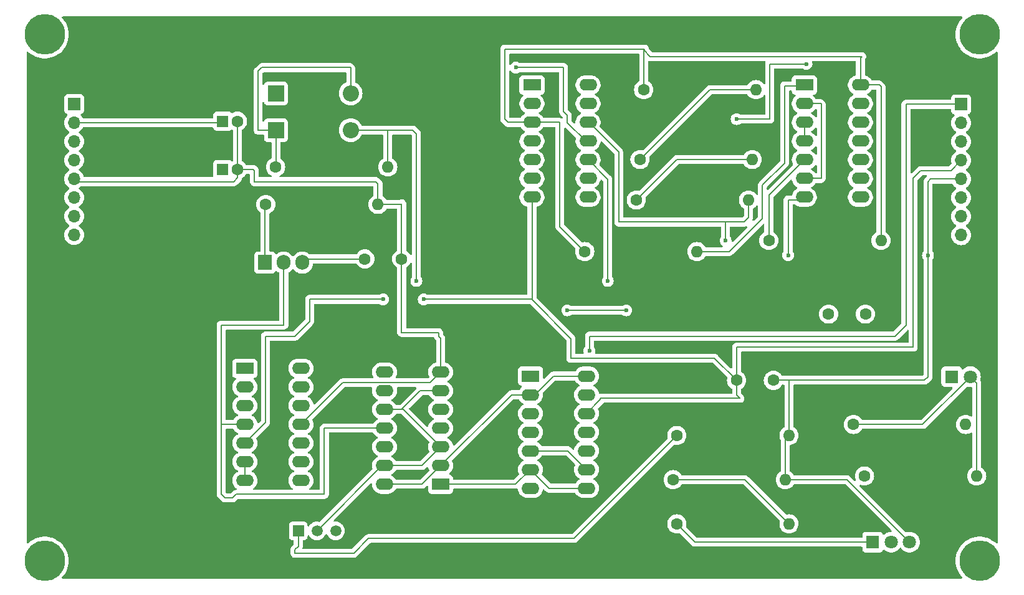
<source format=gbr>
%TF.GenerationSoftware,KiCad,Pcbnew,8.0.4*%
%TF.CreationDate,2025-02-17T12:27:47-05:00*%
%TF.ProjectId,VCO_MauriceO,56434f5f-4d61-4757-9269-63654f2e6b69,rev?*%
%TF.SameCoordinates,Original*%
%TF.FileFunction,Copper,L1,Top*%
%TF.FilePolarity,Positive*%
%FSLAX46Y46*%
G04 Gerber Fmt 4.6, Leading zero omitted, Abs format (unit mm)*
G04 Created by KiCad (PCBNEW 8.0.4) date 2025-02-17 12:27:47*
%MOMM*%
%LPD*%
G01*
G04 APERTURE LIST*
%TA.AperFunction,ComponentPad*%
%ADD10R,1.800000X1.800000*%
%TD*%
%TA.AperFunction,ComponentPad*%
%ADD11C,1.800000*%
%TD*%
%TA.AperFunction,ComponentPad*%
%ADD12C,1.600000*%
%TD*%
%TA.AperFunction,ComponentPad*%
%ADD13O,1.600000X1.600000*%
%TD*%
%TA.AperFunction,ComponentPad*%
%ADD14R,1.905000X2.000000*%
%TD*%
%TA.AperFunction,ComponentPad*%
%ADD15O,1.905000X2.000000*%
%TD*%
%TA.AperFunction,ComponentPad*%
%ADD16R,1.700000X1.700000*%
%TD*%
%TA.AperFunction,ComponentPad*%
%ADD17O,1.700000X1.700000*%
%TD*%
%TA.AperFunction,ComponentPad*%
%ADD18R,1.600000X1.600000*%
%TD*%
%TA.AperFunction,ComponentPad*%
%ADD19R,2.400000X1.600000*%
%TD*%
%TA.AperFunction,ComponentPad*%
%ADD20O,2.400000X1.600000*%
%TD*%
%TA.AperFunction,ComponentPad*%
%ADD21R,1.500000X1.500000*%
%TD*%
%TA.AperFunction,ComponentPad*%
%ADD22C,1.500000*%
%TD*%
%TA.AperFunction,ComponentPad*%
%ADD23C,3.600000*%
%TD*%
%TA.AperFunction,ConnectorPad*%
%ADD24C,5.500000*%
%TD*%
%TA.AperFunction,ComponentPad*%
%ADD25R,2.200000X2.200000*%
%TD*%
%TA.AperFunction,ComponentPad*%
%ADD26O,2.200000X2.200000*%
%TD*%
%TA.AperFunction,ViaPad*%
%ADD27C,0.600000*%
%TD*%
%TA.AperFunction,Conductor*%
%ADD28C,0.200000*%
%TD*%
G04 APERTURE END LIST*
D10*
%TO.P,RV1.5,1,1*%
%TO.N,/VCC*%
X199000000Y-106000000D03*
D11*
%TO.P,RV1.5,2,2*%
%TO.N,/VWIPER*%
X201500000Y-106000000D03*
%TO.P,RV1.5,3,3*%
%TO.N,/RTN*%
X204000000Y-106000000D03*
%TD*%
D12*
%TO.P,R12,1*%
%TO.N,/VPOWER*%
X197880000Y-97000000D03*
D13*
%TO.P,R12,2*%
%TO.N,Net-(D3-A)*%
X213120000Y-97000000D03*
%TD*%
D12*
%TO.P,R11,1*%
%TO.N,Net-(D3-A)*%
X196380000Y-90000000D03*
D13*
%TO.P,R11,2*%
%TO.N,/VCC*%
X211620000Y-90000000D03*
%TD*%
D10*
%TO.P,D3,1,K*%
%TO.N,/VPWM*%
X209725000Y-83500000D03*
D11*
%TO.P,D3,2,A*%
%TO.N,Net-(D3-A)*%
X212265000Y-83500000D03*
%TD*%
D12*
%TO.P,C5,1*%
%TO.N,/VPWM*%
X193000000Y-75000000D03*
%TO.P,C5,2*%
%TO.N,unconnected-(C5-Pad2)*%
X198000000Y-75000000D03*
%TD*%
D14*
%TO.P,U1,1,ADJ*%
%TO.N,/VADJ*%
X116420000Y-68000000D03*
D15*
%TO.P,U1,2,VO*%
%TO.N,/VCC*%
X118960000Y-68000000D03*
%TO.P,U1,3,VI*%
%TO.N,/VPOWER*%
X121500000Y-68000000D03*
%TD*%
D16*
%TO.P,J2,1,Pin_1*%
%TO.N,/VFB*%
X211000000Y-46500000D03*
D17*
%TO.P,J2,2,Pin_2*%
%TO.N,/RTN*%
X211000000Y-49040000D03*
%TO.P,J2,3,Pin_3*%
%TO.N,unconnected-(J2-Pin_3-Pad3)*%
X211000000Y-51580000D03*
%TO.P,J2,4,Pin_4*%
%TO.N,/VCAP*%
X211000000Y-54120000D03*
%TO.P,J2,5,Pin_5*%
%TO.N,/RTN*%
X211000000Y-56660000D03*
%TO.P,J2,6,Pin_6*%
%TO.N,unconnected-(J2-Pin_6-Pad6)*%
X211000000Y-59200000D03*
%TO.P,J2,7,Pin_7*%
%TO.N,/VHI*%
X211000000Y-61740000D03*
%TO.P,J2,8,Pin_8*%
%TO.N,/VLO*%
X211000000Y-64280000D03*
%TD*%
D18*
%TO.P,C3,1*%
%TO.N,/VADJ*%
X110699775Y-55350000D03*
D12*
%TO.P,C3,2*%
%TO.N,/RTN*%
X112699775Y-55350000D03*
%TD*%
D19*
%TO.P,U3,1,DP2*%
%TO.N,unconnected-(U3-DP2-Pad1)*%
X152500000Y-83420000D03*
D20*
%TO.P,U3,2,SP2*%
%TO.N,/VCC*%
X152500000Y-85960000D03*
%TO.P,U3,3,G2*%
%TO.N,/V_DP2_GN12*%
X152500000Y-88500000D03*
%TO.P,U3,4,SN2*%
%TO.N,/RTN*%
X152500000Y-91040000D03*
%TO.P,U3,5,DN2*%
%TO.N,/V_DN2_SN3*%
X152500000Y-93580000D03*
%TO.P,U3,6,G1*%
%TO.N,/V_DP2_GN12*%
X152500000Y-96120000D03*
%TO.P,U3,7,VSS*%
%TO.N,/RTN*%
X152500000Y-98660000D03*
%TO.P,U3,8,DN1*%
%TO.N,/V_DP2_GN12*%
X160120000Y-98660000D03*
%TO.P,U3,9,SN3*%
%TO.N,/V_DN2_SN3*%
X160120000Y-96120000D03*
%TO.P,U3,10,G3*%
%TO.N,/VFB*%
X160120000Y-93580000D03*
%TO.P,U3,11,SP3*%
%TO.N,/V_DP3_SP4*%
X160120000Y-91040000D03*
%TO.P,U3,12,D3*%
%TO.N,/VCAP*%
X160120000Y-88500000D03*
%TO.P,U3,13,DP1*%
%TO.N,unconnected-(U3-DP1-Pad13)*%
X160120000Y-85960000D03*
%TO.P,U3,14,VCC*%
%TO.N,/VCC*%
X160120000Y-83420000D03*
%TD*%
D21*
%TO.P,Q1,1,S*%
%TO.N,Net-(Q1-S)*%
X120950000Y-104450000D03*
D22*
%TO.P,Q1,2,D*%
%TO.N,/V_DN1_GP123*%
X123490000Y-104450000D03*
%TO.P,Q1,3,G*%
%TO.N,Net-(Q1-G)*%
X126030000Y-104450000D03*
%TD*%
D12*
%TO.P,R2,1*%
%TO.N,/VADJ*%
X116540000Y-60100000D03*
D13*
%TO.P,R2,2*%
%TO.N,/RTN*%
X131780000Y-60100000D03*
%TD*%
D12*
%TO.P,C1,1*%
%TO.N,/VPOWER*%
X130000000Y-67500000D03*
%TO.P,C1,2*%
%TO.N,/RTN*%
X135000000Y-67500000D03*
%TD*%
%TO.P,R9,1*%
%TO.N,/VB2*%
X184880000Y-65000000D03*
D13*
%TO.P,R9,2*%
%TO.N,/VCC*%
X200120000Y-65000000D03*
%TD*%
D19*
%TO.P,U2,1,DP2*%
%TO.N,/V_DP2_GN12*%
X140300000Y-98125000D03*
D20*
%TO.P,U2,2,SP2*%
%TO.N,/VCC*%
X140300000Y-95585000D03*
%TO.P,U2,3,G2*%
%TO.N,/V_DN1_GP123*%
X140300000Y-93045000D03*
%TO.P,U2,4,SN2*%
%TO.N,unconnected-(U2-SN2-Pad4)*%
X140300000Y-90505000D03*
%TO.P,U2,5,DN2*%
%TO.N,unconnected-(U2-DN2-Pad5)*%
X140300000Y-87965000D03*
%TO.P,U2,6,G1*%
%TO.N,/V_DN1_GP123*%
X140300000Y-85425000D03*
%TO.P,U2,7,VSS*%
%TO.N,/RTN*%
X140300000Y-82885000D03*
%TO.P,U2,8,DN1*%
%TO.N,unconnected-(U2-DN1-Pad8)*%
X132680000Y-82885000D03*
%TO.P,U2,9,SN3*%
%TO.N,unconnected-(U2-SN3-Pad9)*%
X132680000Y-85425000D03*
%TO.P,U2,10,G3*%
%TO.N,/V_DN1_GP123*%
X132680000Y-87965000D03*
%TO.P,U2,11,SP3*%
%TO.N,/VCC*%
X132680000Y-90505000D03*
%TO.P,U2,12,D3*%
%TO.N,/V_DP3_SP4*%
X132680000Y-93045000D03*
%TO.P,U2,13,DP1*%
%TO.N,/V_DN1_GP123*%
X132680000Y-95585000D03*
%TO.P,U2,14,VCC*%
%TO.N,/VCC*%
X132680000Y-98125000D03*
%TD*%
D23*
%TO.P,H1,1*%
%TO.N,N/C*%
X86500000Y-37000000D03*
D24*
X86500000Y-37000000D03*
%TD*%
D23*
%TO.P,H2,1*%
%TO.N,N/C*%
X86500000Y-108500000D03*
D24*
X86500000Y-108500000D03*
%TD*%
D19*
%TO.P,U5,1*%
%TO.N,/VB2*%
X152700000Y-43875000D03*
D20*
%TO.P,U5,2*%
%TO.N,Net-(R10-Pad2)*%
X152700000Y-46415000D03*
%TO.P,U5,3,V+*%
%TO.N,/VCC*%
X152700000Y-48955000D03*
%TO.P,U5,4,-*%
%TO.N,/VCAP*%
X152700000Y-51495000D03*
%TO.P,U5,5,+*%
%TO.N,/VHI*%
X152700000Y-54035000D03*
%TO.P,U5,6,-*%
%TO.N,/VLO*%
X152700000Y-56575000D03*
%TO.P,U5,7,+*%
%TO.N,/VCAP*%
X152700000Y-59115000D03*
%TO.P,U5,8*%
%TO.N,N/C*%
X160320000Y-59115000D03*
%TO.P,U5,9*%
X160320000Y-56575000D03*
%TO.P,U5,10,-*%
%TO.N,/VWIPER*%
X160320000Y-54035000D03*
%TO.P,U5,11,+*%
%TO.N,Net-(U4B--)*%
X160320000Y-51495000D03*
%TO.P,U5,12,V-*%
%TO.N,/RTN*%
X160320000Y-48955000D03*
%TO.P,U5,13*%
%TO.N,/VPWM*%
X160320000Y-46415000D03*
%TO.P,U5,14*%
%TO.N,N/C*%
X160320000Y-43875000D03*
%TD*%
D12*
%TO.P,R8,1*%
%TO.N,/VLO*%
X166880000Y-59500000D03*
D13*
%TO.P,R8,2*%
%TO.N,/RTN*%
X182120000Y-59500000D03*
%TD*%
D23*
%TO.P,H3,1*%
%TO.N,N/C*%
X213500000Y-37000000D03*
D24*
X213500000Y-37000000D03*
%TD*%
D25*
%TO.P,D2,1,K*%
%TO.N,/VCC*%
X117920000Y-50000000D03*
D26*
%TO.P,D2,2,A*%
%TO.N,/VADJ*%
X128080000Y-50000000D03*
%TD*%
D18*
%TO.P,C2,1*%
%TO.N,/VCC*%
X110699775Y-48800000D03*
D12*
%TO.P,C2,2*%
%TO.N,/RTN*%
X112699775Y-48800000D03*
%TD*%
%TO.P,R4,1*%
%TO.N,/VCTRL*%
X171880000Y-97500000D03*
D13*
%TO.P,R4,2*%
%TO.N,/RTN*%
X187120000Y-97500000D03*
%TD*%
D12*
%TO.P,R10,1*%
%TO.N,/VCC*%
X159880000Y-66500000D03*
D13*
%TO.P,R10,2*%
%TO.N,Net-(R10-Pad2)*%
X175120000Y-66500000D03*
%TD*%
D19*
%TO.P,U6,1*%
%TO.N,Net-(R10-Pad2)*%
X189700000Y-43875000D03*
D20*
%TO.P,U6,2*%
%TO.N,Net-(U6-Pad2)*%
X189700000Y-46415000D03*
%TO.P,U6,3*%
%TO.N,/VFB*%
X189700000Y-48955000D03*
%TO.P,U6,4*%
X189700000Y-51495000D03*
%TO.P,U6,5*%
%TO.N,/VB2*%
X189700000Y-54035000D03*
%TO.P,U6,6*%
%TO.N,Net-(U6-Pad2)*%
X189700000Y-56575000D03*
%TO.P,U6,7,GND*%
%TO.N,/RTN*%
X189700000Y-59115000D03*
%TO.P,U6,8*%
%TO.N,N/C*%
X197320000Y-59115000D03*
%TO.P,U6,9*%
X197320000Y-56575000D03*
%TO.P,U6,10*%
X197320000Y-54035000D03*
%TO.P,U6,11*%
X197320000Y-51495000D03*
%TO.P,U6,12*%
X197320000Y-48955000D03*
%TO.P,U6,13*%
X197320000Y-46415000D03*
%TO.P,U6,14,VCC*%
%TO.N,/VCC*%
X197320000Y-43875000D03*
%TD*%
D12*
%TO.P,R5,1*%
%TO.N,/VCC*%
X172380000Y-103500000D03*
D13*
%TO.P,R5,2*%
%TO.N,/VCTRL*%
X187620000Y-103500000D03*
%TD*%
D12*
%TO.P,R3,1*%
%TO.N,Net-(Q1-S)*%
X172380000Y-91500000D03*
D13*
%TO.P,R3,2*%
%TO.N,/RTN*%
X187620000Y-91500000D03*
%TD*%
D25*
%TO.P,D1,1,K*%
%TO.N,/VPOWER*%
X117920000Y-45000000D03*
D26*
%TO.P,D1,2,A*%
%TO.N,/VCC*%
X128080000Y-45000000D03*
%TD*%
D12*
%TO.P,R7,1*%
%TO.N,/VHI*%
X167380000Y-54000000D03*
D13*
%TO.P,R7,2*%
%TO.N,/VLO*%
X182620000Y-54000000D03*
%TD*%
D12*
%TO.P,R1,1*%
%TO.N,/VCC*%
X117880000Y-55000000D03*
D13*
%TO.P,R1,2*%
%TO.N,/VADJ*%
X133120000Y-55000000D03*
%TD*%
D19*
%TO.P,U4,1*%
%TO.N,Net-(Q1-G)*%
X113700000Y-82375000D03*
D20*
%TO.P,U4,2,-*%
%TO.N,Net-(Q1-S)*%
X113700000Y-84915000D03*
%TO.P,U4,3,+*%
%TO.N,/VCTRL*%
X113700000Y-87455000D03*
%TO.P,U4,4,V+*%
%TO.N,/VCC*%
X113700000Y-89995000D03*
%TO.P,U4,5,+*%
%TO.N,/VCAP*%
X113700000Y-92535000D03*
%TO.P,U4,6,-*%
%TO.N,Net-(U4B--)*%
X113700000Y-95075000D03*
%TO.P,U4,7*%
X113700000Y-97615000D03*
%TO.P,U4,8*%
%TO.N,N/C*%
X121320000Y-97615000D03*
%TO.P,U4,9*%
X121320000Y-95075000D03*
%TO.P,U4,10*%
X121320000Y-92535000D03*
%TO.P,U4,11,V-*%
%TO.N,/RTN*%
X121320000Y-89995000D03*
%TO.P,U4,12*%
%TO.N,N/C*%
X121320000Y-87455000D03*
%TO.P,U4,13*%
X121320000Y-84915000D03*
%TO.P,U4,14*%
X121320000Y-82375000D03*
%TD*%
D12*
%TO.P,C4,1*%
%TO.N,/VCAP*%
X180500000Y-84000000D03*
%TO.P,C4,2*%
%TO.N,/RTN*%
X185500000Y-84000000D03*
%TD*%
D16*
%TO.P,J1,1,Pin_1*%
%TO.N,/VCTRL*%
X90500000Y-46460000D03*
D17*
%TO.P,J1,2,Pin_2*%
%TO.N,/VCC*%
X90500000Y-49000000D03*
%TO.P,J1,3,Pin_3*%
%TO.N,/VPOWER*%
X90500000Y-51540000D03*
%TO.P,J1,4,Pin_4*%
X90500000Y-54080000D03*
%TO.P,J1,5,Pin_5*%
%TO.N,/RTN*%
X90500000Y-56620000D03*
%TO.P,J1,6,Pin_6*%
X90500000Y-59160000D03*
%TO.P,J1,7,Pin_7*%
X90500000Y-61700000D03*
%TO.P,J1,8,Pin_8*%
X90500000Y-64240000D03*
%TD*%
D23*
%TO.P,H4,1*%
%TO.N,N/C*%
X213500000Y-108500000D03*
D24*
X213500000Y-108500000D03*
%TD*%
D12*
%TO.P,R6,1*%
%TO.N,/VCC*%
X167880000Y-44500000D03*
D13*
%TO.P,R6,2*%
%TO.N,/VHI*%
X183120000Y-44500000D03*
%TD*%
D27*
%TO.N,Net-(U4B--)*%
X150500000Y-41500000D03*
%TO.N,/VCAP*%
X138000000Y-73000000D03*
X132500000Y-73000000D03*
%TO.N,/VWIPER*%
X163000000Y-70500000D03*
%TO.N,/RTN*%
X206500000Y-67000000D03*
X157500000Y-74500000D03*
X165500000Y-74500000D03*
X187500000Y-67000000D03*
X179000000Y-65000000D03*
%TO.N,/VFB*%
X160500000Y-80000000D03*
%TO.N,/VADJ*%
X137000000Y-70500000D03*
%TO.N,/VB2*%
X180500000Y-48500000D03*
X190000000Y-41000000D03*
%TD*%
D28*
%TO.N,Net-(U4B--)*%
X157000000Y-41500000D02*
X150500000Y-41500000D01*
X157500000Y-48000000D02*
X157000000Y-47500000D01*
X157500000Y-49000000D02*
X157500000Y-48000000D01*
X159995000Y-51495000D02*
X157500000Y-49000000D01*
X160320000Y-51495000D02*
X159995000Y-51495000D01*
X157000000Y-47500000D02*
X157000000Y-41500000D01*
%TO.N,/VCAP*%
X152651471Y-73000000D02*
X152700000Y-73048529D01*
X138000000Y-73000000D02*
X152651471Y-73000000D01*
X122500000Y-73000000D02*
X132500000Y-73000000D01*
X120500000Y-78000000D02*
X122500000Y-76000000D01*
X122500000Y-76000000D02*
X122500000Y-73000000D01*
X116500000Y-78000000D02*
X120500000Y-78000000D01*
X116500000Y-89735000D02*
X116500000Y-78000000D01*
X113700000Y-92535000D02*
X116500000Y-89735000D01*
%TO.N,Net-(U4B--)*%
X113700000Y-97615000D02*
X113700000Y-95075000D01*
%TO.N,/VWIPER*%
X163000000Y-56715000D02*
X163000000Y-70500000D01*
X160320000Y-54035000D02*
X163000000Y-56715000D01*
%TO.N,Net-(D3-A)*%
X196380000Y-90000000D02*
X205765000Y-90000000D01*
X205765000Y-90000000D02*
X212265000Y-83500000D01*
X213120000Y-84355000D02*
X212265000Y-83500000D01*
X213120000Y-97000000D02*
X213120000Y-84355000D01*
%TO.N,/RTN*%
X195500000Y-97500000D02*
X187120000Y-97500000D01*
X204000000Y-106000000D02*
X195500000Y-97500000D01*
%TO.N,/VCC*%
X174880000Y-106000000D02*
X172380000Y-103500000D01*
X199000000Y-106000000D02*
X174880000Y-106000000D01*
%TO.N,/RTN*%
X135000000Y-60000000D02*
X134900000Y-60100000D01*
X138860000Y-84325000D02*
X140300000Y-82885000D01*
X112699775Y-48800000D02*
X112699775Y-55350000D01*
X135000000Y-67500000D02*
X135000000Y-77500000D01*
X140000000Y-78000000D02*
X140300000Y-78300000D01*
X206840000Y-56660000D02*
X211000000Y-56660000D01*
X185500000Y-84000000D02*
X206000000Y-84000000D01*
X206500000Y-57000000D02*
X206840000Y-56660000D01*
X160455000Y-48955000D02*
X164500000Y-53000000D01*
X187500000Y-59500000D02*
X189315000Y-59500000D01*
X185500000Y-84000000D02*
X187500000Y-84000000D01*
X112699775Y-55350000D02*
X114850000Y-55350000D01*
X126990000Y-84325000D02*
X138860000Y-84325000D01*
X112181145Y-57000000D02*
X112699775Y-56481370D01*
X206000000Y-84000000D02*
X206500000Y-83500000D01*
X165500000Y-74500000D02*
X157500000Y-74500000D01*
X206500000Y-83500000D02*
X206500000Y-67000000D01*
X135000000Y-77500000D02*
X140000000Y-77500000D01*
X121320000Y-89995000D02*
X126990000Y-84325000D01*
X187500000Y-84000000D02*
X187620000Y-84120000D01*
X135000000Y-67500000D02*
X135000000Y-60000000D01*
X187120000Y-97500000D02*
X187120000Y-92000000D01*
X115000000Y-57000000D02*
X131500000Y-57000000D01*
X187620000Y-84120000D02*
X187620000Y-91500000D01*
X140000000Y-77500000D02*
X140000000Y-78000000D01*
X115000000Y-55500000D02*
X115000000Y-57000000D01*
X187500000Y-67000000D02*
X187500000Y-59500000D01*
X134900000Y-60100000D02*
X131780000Y-60100000D01*
X187120000Y-92000000D02*
X187620000Y-91500000D01*
X90500000Y-56620000D02*
X90880000Y-57000000D01*
X189315000Y-59500000D02*
X189700000Y-59115000D01*
X179000000Y-62500000D02*
X181500000Y-62500000D01*
X131780000Y-57280000D02*
X131780000Y-60100000D01*
X181500000Y-62500000D02*
X182120000Y-61880000D01*
X131500000Y-57000000D02*
X131780000Y-57280000D01*
X90880000Y-57000000D02*
X112181145Y-57000000D01*
X114850000Y-55350000D02*
X115000000Y-55500000D01*
X160320000Y-48955000D02*
X160455000Y-48955000D01*
X206500000Y-67000000D02*
X206500000Y-57000000D01*
X140300000Y-78300000D02*
X140300000Y-82885000D01*
X112699775Y-56481370D02*
X112699775Y-55350000D01*
X164500000Y-53000000D02*
X164500000Y-62500000D01*
X164500000Y-62500000D02*
X179000000Y-62500000D01*
X182120000Y-61880000D02*
X182120000Y-59500000D01*
X179000000Y-65000000D02*
X179000000Y-62500000D01*
%TO.N,/VCAP*%
X180955000Y-86455000D02*
X162000000Y-86455000D01*
X177500000Y-81000000D02*
X180500000Y-84000000D01*
X180500000Y-86000000D02*
X180955000Y-86455000D01*
X152700000Y-59115000D02*
X152700000Y-73048529D01*
X209620000Y-55500000D02*
X211000000Y-54120000D01*
X204500000Y-79500000D02*
X204500000Y-56500000D01*
X180500000Y-79500000D02*
X204500000Y-79500000D01*
X180500000Y-84000000D02*
X180500000Y-79500000D01*
X158000000Y-81000000D02*
X177500000Y-81000000D01*
X152700000Y-73048529D02*
X158000000Y-78348529D01*
X205500000Y-55500000D02*
X209620000Y-55500000D01*
X162000000Y-86620000D02*
X160120000Y-88500000D01*
X162000000Y-86455000D02*
X162000000Y-86620000D01*
X180500000Y-84000000D02*
X180500000Y-86000000D01*
X158000000Y-78348529D02*
X158000000Y-81000000D01*
X204500000Y-56500000D02*
X205500000Y-55500000D01*
%TO.N,/VCC*%
X199875000Y-43875000D02*
X197320000Y-43875000D01*
X156500000Y-63120000D02*
X156500000Y-49000000D01*
X200120000Y-65000000D02*
X200120000Y-44120000D01*
X152500000Y-85960000D02*
X149925000Y-85960000D01*
X137760000Y-98125000D02*
X140300000Y-95585000D01*
X197320000Y-40180000D02*
X197500000Y-40000000D01*
X115500000Y-42000000D02*
X116000000Y-41500000D01*
X200120000Y-44120000D02*
X199875000Y-43875000D01*
X128080000Y-41580000D02*
X128080000Y-45000000D01*
X128000000Y-41500000D02*
X128080000Y-41580000D01*
X156500000Y-49000000D02*
X156455000Y-48955000D01*
X168760000Y-40000000D02*
X167880000Y-39120000D01*
X119000000Y-76500000D02*
X110500000Y-76500000D01*
X124500000Y-99500000D02*
X124500000Y-90500000D01*
X149455000Y-48955000D02*
X152700000Y-48955000D01*
X124505000Y-90505000D02*
X132680000Y-90505000D01*
X110500000Y-76500000D02*
X110500000Y-90000000D01*
X167880000Y-39120000D02*
X168000000Y-39000000D01*
X115500000Y-50000000D02*
X115500000Y-42000000D01*
X112500000Y-99500000D02*
X124500000Y-99500000D01*
X149925000Y-85960000D02*
X140300000Y-95585000D01*
X168000000Y-39000000D02*
X149000000Y-39000000D01*
X118960000Y-68047500D02*
X119000000Y-68087500D01*
X197500000Y-40000000D02*
X168760000Y-40000000D01*
X110505000Y-89995000D02*
X110500000Y-90000000D01*
X159880000Y-66500000D02*
X156500000Y-63120000D01*
X112000000Y-100000000D02*
X112500000Y-99500000D01*
X118960000Y-68000000D02*
X118960000Y-68047500D01*
X155580000Y-83420000D02*
X160120000Y-83420000D01*
X119000000Y-68087500D02*
X119000000Y-76500000D01*
X110499775Y-49000000D02*
X110699775Y-48800000D01*
X152500000Y-85960000D02*
X153040000Y-85960000D01*
X111000000Y-100000000D02*
X112000000Y-100000000D01*
X124500000Y-90500000D02*
X124505000Y-90505000D01*
X149000000Y-39000000D02*
X149000000Y-48500000D01*
X167880000Y-44500000D02*
X167880000Y-39120000D01*
X116000000Y-41500000D02*
X128000000Y-41500000D01*
X117920000Y-50000000D02*
X115500000Y-50000000D01*
X110500000Y-99500000D02*
X111000000Y-100000000D01*
X113700000Y-89995000D02*
X110505000Y-89995000D01*
X132680000Y-98125000D02*
X137760000Y-98125000D01*
X117920000Y-54960000D02*
X117880000Y-55000000D01*
X156455000Y-48955000D02*
X152700000Y-48955000D01*
X110500000Y-90000000D02*
X110500000Y-99500000D01*
X197320000Y-43875000D02*
X197320000Y-40180000D01*
X149000000Y-48500000D02*
X149455000Y-48955000D01*
X90500000Y-49000000D02*
X110499775Y-49000000D01*
X153040000Y-85960000D02*
X155580000Y-83420000D01*
X117920000Y-50000000D02*
X117920000Y-54960000D01*
%TO.N,/VPOWER*%
X122000000Y-67500000D02*
X121500000Y-68000000D01*
X130000000Y-67500000D02*
X122000000Y-67500000D01*
%TO.N,/VCTRL*%
X171880000Y-97500000D02*
X181620000Y-97500000D01*
X181620000Y-97500000D02*
X187620000Y-103500000D01*
%TO.N,/V_DN1_GP123*%
X140300000Y-85425000D02*
X137540000Y-85425000D01*
X137760000Y-95585000D02*
X140300000Y-93045000D01*
X132680000Y-87965000D02*
X135000000Y-87965000D01*
X135000000Y-87965000D02*
X135220000Y-87965000D01*
X137540000Y-85425000D02*
X135000000Y-87965000D01*
X135220000Y-87965000D02*
X140300000Y-93045000D01*
X132355000Y-95585000D02*
X132680000Y-95585000D01*
X132680000Y-95585000D02*
X137760000Y-95585000D01*
X123490000Y-104450000D02*
X132355000Y-95585000D01*
%TO.N,/VFB*%
X160500000Y-78000000D02*
X160500000Y-80000000D01*
X203500000Y-76500000D02*
X202000000Y-78000000D01*
X211000000Y-46500000D02*
X203500000Y-46500000D01*
X202000000Y-78000000D02*
X160500000Y-78000000D01*
X203500000Y-46500000D02*
X203500000Y-76500000D01*
X189700000Y-51495000D02*
X189700000Y-48955000D01*
%TO.N,/VLO*%
X182620000Y-54000000D02*
X172380000Y-54000000D01*
X172380000Y-54000000D02*
X166880000Y-59500000D01*
%TO.N,/VADJ*%
X136500000Y-50000000D02*
X137000000Y-50500000D01*
X137000000Y-50500000D02*
X137000000Y-70500000D01*
X133000000Y-50000000D02*
X128080000Y-50000000D01*
X133000000Y-50000000D02*
X136500000Y-50000000D01*
X133120000Y-50120000D02*
X133000000Y-50000000D01*
X133120000Y-55000000D02*
X133120000Y-50120000D01*
X116420000Y-60220000D02*
X116540000Y-60100000D01*
X116420000Y-68000000D02*
X116420000Y-60220000D01*
%TO.N,Net-(Q1-S)*%
X120500000Y-107500000D02*
X120500000Y-107000000D01*
X120500000Y-107000000D02*
X120950000Y-106550000D01*
X172380000Y-91500000D02*
X158380000Y-105500000D01*
X130500000Y-105500000D02*
X128500000Y-107500000D01*
X120950000Y-106550000D02*
X120950000Y-104450000D01*
X158380000Y-105500000D02*
X130500000Y-105500000D01*
X128500000Y-107500000D02*
X120500000Y-107500000D01*
%TO.N,/V_DP2_GN12*%
X155040000Y-98660000D02*
X152500000Y-96120000D01*
X150495000Y-98125000D02*
X152500000Y-96120000D01*
X160120000Y-98660000D02*
X155040000Y-98660000D01*
X140300000Y-98125000D02*
X150495000Y-98125000D01*
%TO.N,/V_DN2_SN3*%
X152500000Y-93580000D02*
X157580000Y-93580000D01*
X157580000Y-93580000D02*
X160120000Y-96120000D01*
%TO.N,/VHI*%
X176880000Y-44500000D02*
X183120000Y-44500000D01*
X167380000Y-54000000D02*
X176880000Y-44500000D01*
%TO.N,/VB2*%
X180500000Y-48500000D02*
X185000000Y-48500000D01*
X190000000Y-41000000D02*
X185000000Y-41000000D01*
X184880000Y-65000000D02*
X184880000Y-58855000D01*
X184880000Y-58855000D02*
X189700000Y-54035000D01*
X185000000Y-48500000D02*
X185000000Y-41000000D01*
%TO.N,Net-(R10-Pad2)*%
X189575000Y-44000000D02*
X189700000Y-43875000D01*
X179500000Y-66500000D02*
X184000000Y-62000000D01*
X187000000Y-44000000D02*
X189575000Y-44000000D01*
X187000000Y-54500000D02*
X187000000Y-44000000D01*
X184000000Y-62000000D02*
X184000000Y-57500000D01*
X175120000Y-66500000D02*
X179500000Y-66500000D01*
X184000000Y-57500000D02*
X187000000Y-54500000D01*
%TO.N,Net-(U6-Pad2)*%
X191925000Y-56575000D02*
X192000000Y-56500000D01*
X189700000Y-56575000D02*
X191925000Y-56575000D01*
X191915000Y-46415000D02*
X189700000Y-46415000D01*
X192000000Y-46500000D02*
X191915000Y-46415000D01*
X192000000Y-56500000D02*
X192000000Y-46500000D01*
%TD*%
%TA.AperFunction,NonConductor*%
G36*
X211115194Y-34570185D02*
G01*
X211160949Y-34622989D01*
X211170893Y-34692147D01*
X211141868Y-34755703D01*
X211138181Y-34759772D01*
X211136687Y-34761348D01*
X210908505Y-35029983D01*
X210908498Y-35029993D01*
X210710695Y-35321730D01*
X210545597Y-35633137D01*
X210545588Y-35633155D01*
X210415127Y-35960589D01*
X210415126Y-35960591D01*
X210320834Y-36300203D01*
X210320833Y-36300206D01*
X210263808Y-36648045D01*
X210244726Y-36999997D01*
X210244726Y-37000002D01*
X210263808Y-37351954D01*
X210320833Y-37699793D01*
X210320834Y-37699796D01*
X210415126Y-38039408D01*
X210415127Y-38039410D01*
X210545588Y-38366844D01*
X210545597Y-38366862D01*
X210685784Y-38631282D01*
X210710695Y-38678269D01*
X210875231Y-38920942D01*
X210908498Y-38970006D01*
X210908505Y-38970016D01*
X211136685Y-39238649D01*
X211136686Y-39238650D01*
X211392580Y-39481046D01*
X211392587Y-39481051D01*
X211392589Y-39481053D01*
X211443139Y-39519480D01*
X211673182Y-39694354D01*
X211975202Y-39876074D01*
X211975206Y-39876075D01*
X211975210Y-39876078D01*
X212295088Y-40024070D01*
X212295092Y-40024070D01*
X212295099Y-40024074D01*
X212629122Y-40136619D01*
X212973355Y-40212391D01*
X213323763Y-40250500D01*
X213323769Y-40250500D01*
X213676231Y-40250500D01*
X213676237Y-40250500D01*
X214026645Y-40212391D01*
X214370878Y-40136619D01*
X214704901Y-40024074D01*
X214704908Y-40024070D01*
X214704911Y-40024070D01*
X215024789Y-39876078D01*
X215024798Y-39876074D01*
X215326818Y-39694354D01*
X215607420Y-39481046D01*
X215740227Y-39355243D01*
X215802432Y-39323433D01*
X215871963Y-39330302D01*
X215926743Y-39373672D01*
X215949378Y-39439774D01*
X215949500Y-39445268D01*
X215949500Y-106054731D01*
X215929815Y-106121770D01*
X215877011Y-106167525D01*
X215807853Y-106177469D01*
X215744297Y-106148444D01*
X215740225Y-106144754D01*
X215607420Y-106018954D01*
X215607410Y-106018946D01*
X215396355Y-105858507D01*
X215326818Y-105805646D01*
X215265417Y-105768702D01*
X215024802Y-105623928D01*
X215024789Y-105623921D01*
X214704911Y-105475929D01*
X214704906Y-105475928D01*
X214704903Y-105475927D01*
X214704901Y-105475926D01*
X214513967Y-105411593D01*
X214370880Y-105363381D01*
X214026643Y-105287608D01*
X213676238Y-105249500D01*
X213676237Y-105249500D01*
X213323763Y-105249500D01*
X213323761Y-105249500D01*
X212973356Y-105287608D01*
X212629119Y-105363381D01*
X212295093Y-105475928D01*
X212295088Y-105475929D01*
X211975210Y-105623921D01*
X211975197Y-105623928D01*
X211673184Y-105805644D01*
X211392589Y-106018946D01*
X211392580Y-106018954D01*
X211136685Y-106261350D01*
X210908505Y-106529983D01*
X210908499Y-106529992D01*
X210710695Y-106821730D01*
X210545597Y-107133137D01*
X210545588Y-107133155D01*
X210415127Y-107460589D01*
X210415126Y-107460591D01*
X210320834Y-107800203D01*
X210320833Y-107800206D01*
X210263808Y-108148045D01*
X210244726Y-108499997D01*
X210244726Y-108500002D01*
X210263808Y-108851954D01*
X210320833Y-109199793D01*
X210320834Y-109199796D01*
X210415126Y-109539408D01*
X210415127Y-109539410D01*
X210545588Y-109866844D01*
X210545597Y-109866862D01*
X210710695Y-110178269D01*
X210908498Y-110470006D01*
X210908505Y-110470016D01*
X211136687Y-110738651D01*
X211138181Y-110740228D01*
X211138414Y-110740683D01*
X211138861Y-110741210D01*
X211138736Y-110741315D01*
X211169991Y-110802437D01*
X211163119Y-110871968D01*
X211119747Y-110926745D01*
X211053644Y-110949378D01*
X211048155Y-110949500D01*
X88951845Y-110949500D01*
X88884806Y-110929815D01*
X88839051Y-110877011D01*
X88829107Y-110807853D01*
X88858132Y-110744297D01*
X88861819Y-110740228D01*
X88863303Y-110738659D01*
X88863314Y-110738650D01*
X89091501Y-110470008D01*
X89289305Y-110178269D01*
X89454407Y-109866854D01*
X89584871Y-109539414D01*
X89679168Y-109199788D01*
X89736191Y-108851957D01*
X89755274Y-108500000D01*
X89736191Y-108148043D01*
X89679168Y-107800212D01*
X89636704Y-107647271D01*
X89584873Y-107460591D01*
X89584872Y-107460589D01*
X89560930Y-107400500D01*
X89503973Y-107257547D01*
X89454411Y-107133155D01*
X89454402Y-107133137D01*
X89433270Y-107093277D01*
X89289305Y-106821731D01*
X89091501Y-106529992D01*
X89091499Y-106529990D01*
X89091494Y-106529983D01*
X88863314Y-106261350D01*
X88607420Y-106018954D01*
X88607413Y-106018948D01*
X88607410Y-106018946D01*
X88396355Y-105858507D01*
X88326818Y-105805646D01*
X88265417Y-105768702D01*
X88024802Y-105623928D01*
X88024789Y-105623921D01*
X87704911Y-105475929D01*
X87704906Y-105475928D01*
X87704903Y-105475927D01*
X87704901Y-105475926D01*
X87513967Y-105411593D01*
X87370880Y-105363381D01*
X87026643Y-105287608D01*
X86676238Y-105249500D01*
X86676237Y-105249500D01*
X86323763Y-105249500D01*
X86323761Y-105249500D01*
X85973356Y-105287608D01*
X85629119Y-105363381D01*
X85295093Y-105475928D01*
X85295088Y-105475929D01*
X84975210Y-105623921D01*
X84975197Y-105623928D01*
X84673184Y-105805644D01*
X84392589Y-106018946D01*
X84392579Y-106018954D01*
X84259775Y-106144754D01*
X84197567Y-106176567D01*
X84128036Y-106169697D01*
X84073257Y-106126326D01*
X84050622Y-106060225D01*
X84050500Y-106054731D01*
X84050500Y-48999999D01*
X89144341Y-48999999D01*
X89144341Y-49000000D01*
X89164936Y-49235403D01*
X89164938Y-49235413D01*
X89226094Y-49463655D01*
X89226097Y-49463663D01*
X89325965Y-49677830D01*
X89325967Y-49677834D01*
X89461501Y-49871395D01*
X89461506Y-49871402D01*
X89628597Y-50038493D01*
X89628603Y-50038498D01*
X89814158Y-50168425D01*
X89857783Y-50223002D01*
X89864977Y-50292500D01*
X89833454Y-50354855D01*
X89814158Y-50371575D01*
X89628597Y-50501505D01*
X89461505Y-50668597D01*
X89325965Y-50862169D01*
X89325964Y-50862171D01*
X89226098Y-51076335D01*
X89226094Y-51076344D01*
X89164938Y-51304586D01*
X89164936Y-51304596D01*
X89144341Y-51539999D01*
X89144341Y-51540000D01*
X89164936Y-51775403D01*
X89164938Y-51775413D01*
X89226094Y-52003655D01*
X89226096Y-52003659D01*
X89226097Y-52003663D01*
X89310664Y-52185016D01*
X89325965Y-52217830D01*
X89325967Y-52217834D01*
X89461501Y-52411395D01*
X89461506Y-52411402D01*
X89628597Y-52578493D01*
X89628603Y-52578498D01*
X89814158Y-52708425D01*
X89857783Y-52763002D01*
X89864977Y-52832500D01*
X89833454Y-52894855D01*
X89814158Y-52911575D01*
X89628597Y-53041505D01*
X89461505Y-53208597D01*
X89325965Y-53402169D01*
X89325964Y-53402171D01*
X89226098Y-53616335D01*
X89226094Y-53616344D01*
X89164938Y-53844586D01*
X89164936Y-53844596D01*
X89144341Y-54079999D01*
X89144341Y-54080000D01*
X89164936Y-54315403D01*
X89164938Y-54315413D01*
X89226094Y-54543655D01*
X89226096Y-54543659D01*
X89226097Y-54543663D01*
X89310664Y-54725016D01*
X89325965Y-54757830D01*
X89325967Y-54757834D01*
X89461501Y-54951395D01*
X89461506Y-54951402D01*
X89628597Y-55118493D01*
X89628603Y-55118498D01*
X89814158Y-55248425D01*
X89857783Y-55303002D01*
X89864977Y-55372500D01*
X89833454Y-55434855D01*
X89814158Y-55451575D01*
X89628597Y-55581505D01*
X89461505Y-55748597D01*
X89325965Y-55942169D01*
X89325964Y-55942171D01*
X89226098Y-56156335D01*
X89226094Y-56156344D01*
X89164938Y-56384586D01*
X89164936Y-56384596D01*
X89144341Y-56619999D01*
X89144341Y-56620000D01*
X89164936Y-56855403D01*
X89164938Y-56855413D01*
X89226094Y-57083655D01*
X89226096Y-57083659D01*
X89226097Y-57083663D01*
X89280785Y-57200942D01*
X89325965Y-57297830D01*
X89325967Y-57297834D01*
X89461501Y-57491395D01*
X89461506Y-57491402D01*
X89628597Y-57658493D01*
X89628603Y-57658498D01*
X89814158Y-57788425D01*
X89857783Y-57843002D01*
X89864977Y-57912500D01*
X89833454Y-57974855D01*
X89814158Y-57991575D01*
X89628597Y-58121505D01*
X89461505Y-58288597D01*
X89325965Y-58482169D01*
X89325964Y-58482171D01*
X89226098Y-58696335D01*
X89226094Y-58696344D01*
X89164938Y-58924586D01*
X89164936Y-58924596D01*
X89144341Y-59159999D01*
X89144341Y-59160000D01*
X89164936Y-59395403D01*
X89164938Y-59395413D01*
X89226094Y-59623655D01*
X89226096Y-59623659D01*
X89226097Y-59623663D01*
X89306744Y-59796610D01*
X89325965Y-59837830D01*
X89325967Y-59837834D01*
X89461501Y-60031395D01*
X89461506Y-60031402D01*
X89628597Y-60198493D01*
X89628603Y-60198498D01*
X89814158Y-60328425D01*
X89857783Y-60383002D01*
X89864977Y-60452500D01*
X89833454Y-60514855D01*
X89814158Y-60531575D01*
X89628597Y-60661505D01*
X89461505Y-60828597D01*
X89325965Y-61022169D01*
X89325964Y-61022171D01*
X89226098Y-61236335D01*
X89226094Y-61236344D01*
X89164938Y-61464586D01*
X89164936Y-61464596D01*
X89144341Y-61699999D01*
X89144341Y-61700000D01*
X89164936Y-61935403D01*
X89164938Y-61935413D01*
X89226094Y-62163655D01*
X89226096Y-62163659D01*
X89226097Y-62163663D01*
X89287871Y-62296138D01*
X89325965Y-62377830D01*
X89325967Y-62377834D01*
X89434281Y-62532521D01*
X89460338Y-62569735D01*
X89461501Y-62571395D01*
X89461506Y-62571402D01*
X89628597Y-62738493D01*
X89628603Y-62738498D01*
X89814158Y-62868425D01*
X89857783Y-62923002D01*
X89864977Y-62992500D01*
X89833454Y-63054855D01*
X89814158Y-63071575D01*
X89628597Y-63201505D01*
X89461505Y-63368597D01*
X89325965Y-63562169D01*
X89325964Y-63562171D01*
X89226098Y-63776335D01*
X89226094Y-63776344D01*
X89164938Y-64004586D01*
X89164936Y-64004596D01*
X89144341Y-64239999D01*
X89144341Y-64240000D01*
X89164936Y-64475403D01*
X89164938Y-64475413D01*
X89226094Y-64703655D01*
X89226096Y-64703659D01*
X89226097Y-64703663D01*
X89280696Y-64820750D01*
X89325965Y-64917830D01*
X89325967Y-64917834D01*
X89434281Y-65072521D01*
X89461505Y-65111401D01*
X89628599Y-65278495D01*
X89685722Y-65318493D01*
X89822165Y-65414032D01*
X89822167Y-65414033D01*
X89822170Y-65414035D01*
X90036337Y-65513903D01*
X90264592Y-65575063D01*
X90452918Y-65591539D01*
X90499999Y-65595659D01*
X90500000Y-65595659D01*
X90500001Y-65595659D01*
X90539234Y-65592226D01*
X90735408Y-65575063D01*
X90963663Y-65513903D01*
X91177830Y-65414035D01*
X91371401Y-65278495D01*
X91538495Y-65111401D01*
X91674035Y-64917830D01*
X91773903Y-64703663D01*
X91835063Y-64475408D01*
X91855659Y-64240000D01*
X91835063Y-64004592D01*
X91773903Y-63776337D01*
X91674035Y-63562171D01*
X91622603Y-63488717D01*
X91538494Y-63368597D01*
X91371402Y-63201506D01*
X91371396Y-63201501D01*
X91185842Y-63071575D01*
X91142217Y-63016998D01*
X91135023Y-62947500D01*
X91166546Y-62885145D01*
X91185842Y-62868425D01*
X91291009Y-62794786D01*
X91371401Y-62738495D01*
X91538495Y-62571401D01*
X91674035Y-62377830D01*
X91773903Y-62163663D01*
X91835063Y-61935408D01*
X91855659Y-61700000D01*
X91835063Y-61464592D01*
X91773903Y-61236337D01*
X91674035Y-61022171D01*
X91566504Y-60868599D01*
X91538494Y-60828597D01*
X91371402Y-60661506D01*
X91371396Y-60661501D01*
X91185842Y-60531575D01*
X91142217Y-60476998D01*
X91135023Y-60407500D01*
X91166546Y-60345145D01*
X91185842Y-60328425D01*
X91307991Y-60242895D01*
X91371401Y-60198495D01*
X91538495Y-60031401D01*
X91674035Y-59837830D01*
X91773903Y-59623663D01*
X91835063Y-59395408D01*
X91855659Y-59160000D01*
X91835063Y-58924592D01*
X91773903Y-58696337D01*
X91674035Y-58482171D01*
X91639879Y-58433390D01*
X91538494Y-58288597D01*
X91371402Y-58121506D01*
X91371396Y-58121501D01*
X91185842Y-57991575D01*
X91142217Y-57936998D01*
X91135023Y-57867500D01*
X91166546Y-57805145D01*
X91185842Y-57788425D01*
X91294394Y-57712416D01*
X91371401Y-57658495D01*
X91393077Y-57636819D01*
X91454400Y-57603334D01*
X91480758Y-57600500D01*
X112094476Y-57600500D01*
X112094492Y-57600501D01*
X112102088Y-57600501D01*
X112260199Y-57600501D01*
X112260202Y-57600501D01*
X112412930Y-57559577D01*
X112463049Y-57530639D01*
X112549861Y-57480520D01*
X112661665Y-57368716D01*
X112661666Y-57368714D01*
X113180295Y-56850086D01*
X113259352Y-56713154D01*
X113300276Y-56560427D01*
X113300276Y-56560425D01*
X113302379Y-56552577D01*
X113305391Y-56553384D01*
X113327670Y-56502976D01*
X113351247Y-56481451D01*
X113352506Y-56480569D01*
X113352509Y-56480568D01*
X113538914Y-56350047D01*
X113699822Y-56189139D01*
X113829893Y-56003375D01*
X113884468Y-55959752D01*
X113931467Y-55950500D01*
X114275500Y-55950500D01*
X114342539Y-55970185D01*
X114388294Y-56022989D01*
X114399500Y-56074500D01*
X114399500Y-57079057D01*
X114411453Y-57123664D01*
X114440423Y-57231783D01*
X114440426Y-57231790D01*
X114519475Y-57368709D01*
X114519479Y-57368714D01*
X114519480Y-57368716D01*
X114631284Y-57480520D01*
X114631286Y-57480521D01*
X114631290Y-57480524D01*
X114719403Y-57531395D01*
X114768216Y-57559577D01*
X114920943Y-57600500D01*
X115079057Y-57600500D01*
X131055500Y-57600500D01*
X131122539Y-57620185D01*
X131168294Y-57672989D01*
X131179500Y-57724500D01*
X131179500Y-58868306D01*
X131159815Y-58935345D01*
X131126623Y-58969881D01*
X130940859Y-59099953D01*
X130779954Y-59260858D01*
X130649432Y-59447265D01*
X130649431Y-59447267D01*
X130553261Y-59653502D01*
X130553258Y-59653511D01*
X130494366Y-59873302D01*
X130494364Y-59873313D01*
X130474532Y-60099998D01*
X130474532Y-60100001D01*
X130494364Y-60326686D01*
X130494366Y-60326697D01*
X130553258Y-60546488D01*
X130553261Y-60546497D01*
X130649431Y-60752732D01*
X130649432Y-60752734D01*
X130779954Y-60939141D01*
X130940858Y-61100045D01*
X130940861Y-61100047D01*
X131127266Y-61230568D01*
X131333504Y-61326739D01*
X131553308Y-61385635D01*
X131715230Y-61399801D01*
X131779998Y-61405468D01*
X131780000Y-61405468D01*
X131780002Y-61405468D01*
X131836673Y-61400509D01*
X132006692Y-61385635D01*
X132226496Y-61326739D01*
X132432734Y-61230568D01*
X132619139Y-61100047D01*
X132780047Y-60939139D01*
X132910118Y-60753375D01*
X132964693Y-60709752D01*
X133011692Y-60700500D01*
X134275500Y-60700500D01*
X134342539Y-60720185D01*
X134388294Y-60772989D01*
X134399500Y-60824500D01*
X134399500Y-66268306D01*
X134379815Y-66335345D01*
X134346623Y-66369881D01*
X134160859Y-66499953D01*
X133999954Y-66660858D01*
X133869432Y-66847265D01*
X133869431Y-66847267D01*
X133773261Y-67053502D01*
X133773258Y-67053511D01*
X133714366Y-67273302D01*
X133714364Y-67273313D01*
X133694532Y-67499998D01*
X133694532Y-67500001D01*
X133714364Y-67726686D01*
X133714366Y-67726697D01*
X133773258Y-67946488D01*
X133773261Y-67946497D01*
X133869431Y-68152732D01*
X133869432Y-68152734D01*
X133999954Y-68339141D01*
X134160858Y-68500045D01*
X134160861Y-68500047D01*
X134346624Y-68630118D01*
X134390248Y-68684693D01*
X134399500Y-68731692D01*
X134399500Y-77579056D01*
X134440423Y-77731783D01*
X134440426Y-77731790D01*
X134519475Y-77868709D01*
X134519479Y-77868714D01*
X134519480Y-77868716D01*
X134631284Y-77980520D01*
X134631286Y-77980521D01*
X134631290Y-77980524D01*
X134768209Y-78059573D01*
X134768216Y-78059577D01*
X134920943Y-78100500D01*
X139310097Y-78100500D01*
X139377136Y-78120185D01*
X139422891Y-78172989D01*
X139429869Y-78192398D01*
X139440423Y-78231785D01*
X139462182Y-78269472D01*
X139513586Y-78358507D01*
X139519479Y-78368714D01*
X139519481Y-78368717D01*
X139638349Y-78487585D01*
X139638355Y-78487590D01*
X139663181Y-78512416D01*
X139696666Y-78573739D01*
X139699500Y-78600097D01*
X139699500Y-81494139D01*
X139679815Y-81561178D01*
X139627011Y-81606933D01*
X139600123Y-81615040D01*
X139600206Y-81615385D01*
X139595468Y-81616522D01*
X139400778Y-81679781D01*
X139218386Y-81772715D01*
X139052786Y-81893028D01*
X138908028Y-82037786D01*
X138787715Y-82203386D01*
X138694781Y-82385776D01*
X138631522Y-82580465D01*
X138599500Y-82782648D01*
X138599500Y-82987351D01*
X138631522Y-83189534D01*
X138694782Y-83384226D01*
X138740547Y-83474044D01*
X138753443Y-83542713D01*
X138727166Y-83607453D01*
X138717744Y-83618018D01*
X138647584Y-83688180D01*
X138586262Y-83721666D01*
X138559902Y-83724500D01*
X134314188Y-83724500D01*
X134247149Y-83704815D01*
X134201394Y-83652011D01*
X134191450Y-83582853D01*
X134203703Y-83544205D01*
X134285218Y-83384223D01*
X134285218Y-83384222D01*
X134285220Y-83384219D01*
X134348477Y-83189534D01*
X134380500Y-82987352D01*
X134380500Y-82782648D01*
X134373490Y-82738390D01*
X134348477Y-82580465D01*
X134285218Y-82385776D01*
X134245442Y-82307713D01*
X134192287Y-82203390D01*
X134172537Y-82176206D01*
X134071971Y-82037786D01*
X133927213Y-81893028D01*
X133761613Y-81772715D01*
X133761612Y-81772714D01*
X133761610Y-81772713D01*
X133704653Y-81743691D01*
X133579223Y-81679781D01*
X133384534Y-81616522D01*
X133209995Y-81588878D01*
X133182352Y-81584500D01*
X132177648Y-81584500D01*
X132153329Y-81588351D01*
X131975465Y-81616522D01*
X131780776Y-81679781D01*
X131598386Y-81772715D01*
X131432786Y-81893028D01*
X131288028Y-82037786D01*
X131167715Y-82203386D01*
X131074781Y-82385776D01*
X131011522Y-82580465D01*
X130979500Y-82782648D01*
X130979500Y-82987351D01*
X131011522Y-83189534D01*
X131074781Y-83384223D01*
X131156297Y-83544205D01*
X131169193Y-83612874D01*
X131142917Y-83677615D01*
X131085810Y-83717872D01*
X131045812Y-83724500D01*
X127076669Y-83724500D01*
X127076653Y-83724499D01*
X127069057Y-83724499D01*
X126910943Y-83724499D01*
X126796397Y-83755192D01*
X126758214Y-83765423D01*
X126742060Y-83774750D01*
X126737729Y-83777251D01*
X126693627Y-83802713D01*
X126621285Y-83844479D01*
X126621282Y-83844481D01*
X123205246Y-87260518D01*
X123143923Y-87294003D01*
X123074231Y-87289019D01*
X123018298Y-87247147D01*
X122995093Y-87192238D01*
X122988477Y-87150466D01*
X122925220Y-86955781D01*
X122925218Y-86955778D01*
X122925218Y-86955776D01*
X122872704Y-86852713D01*
X122832287Y-86773390D01*
X122820750Y-86757511D01*
X122711971Y-86607786D01*
X122567213Y-86463028D01*
X122401614Y-86342715D01*
X122395006Y-86339348D01*
X122308917Y-86295483D01*
X122258123Y-86247511D01*
X122241328Y-86179690D01*
X122263865Y-86113555D01*
X122308917Y-86074516D01*
X122401610Y-86027287D01*
X122422770Y-86011913D01*
X122567213Y-85906971D01*
X122567215Y-85906968D01*
X122567219Y-85906966D01*
X122711966Y-85762219D01*
X122711968Y-85762215D01*
X122711971Y-85762213D01*
X122789526Y-85655466D01*
X122832287Y-85596610D01*
X122925220Y-85414219D01*
X122988477Y-85219534D01*
X123020500Y-85017352D01*
X123020500Y-84812648D01*
X123011772Y-84757544D01*
X122988477Y-84610465D01*
X122934404Y-84444047D01*
X122925220Y-84415781D01*
X122925218Y-84415778D01*
X122925218Y-84415776D01*
X122853969Y-84275944D01*
X122832287Y-84233390D01*
X122820750Y-84217511D01*
X122711971Y-84067786D01*
X122567213Y-83923028D01*
X122401614Y-83802715D01*
X122343909Y-83773313D01*
X122308917Y-83755483D01*
X122258123Y-83707511D01*
X122241328Y-83639690D01*
X122263865Y-83573555D01*
X122308917Y-83534516D01*
X122401610Y-83487287D01*
X122492927Y-83420942D01*
X122567213Y-83366971D01*
X122567215Y-83366968D01*
X122567219Y-83366966D01*
X122711966Y-83222219D01*
X122711968Y-83222215D01*
X122711971Y-83222213D01*
X122789526Y-83115466D01*
X122832287Y-83056610D01*
X122925220Y-82874219D01*
X122988477Y-82679534D01*
X123020500Y-82477352D01*
X123020500Y-82272648D01*
X123011335Y-82214781D01*
X122988477Y-82070465D01*
X122925218Y-81875776D01*
X122872704Y-81772713D01*
X122832287Y-81693390D01*
X122822399Y-81679780D01*
X122711971Y-81527786D01*
X122567213Y-81383028D01*
X122401613Y-81262715D01*
X122401612Y-81262714D01*
X122401610Y-81262713D01*
X122340907Y-81231783D01*
X122219223Y-81169781D01*
X122024534Y-81106522D01*
X121849995Y-81078878D01*
X121822352Y-81074500D01*
X120817648Y-81074500D01*
X120793329Y-81078351D01*
X120615465Y-81106522D01*
X120420776Y-81169781D01*
X120238386Y-81262715D01*
X120072786Y-81383028D01*
X119928028Y-81527786D01*
X119807715Y-81693386D01*
X119714781Y-81875776D01*
X119651522Y-82070465D01*
X119619500Y-82272648D01*
X119619500Y-82477351D01*
X119651522Y-82679534D01*
X119714781Y-82874223D01*
X119772424Y-82987351D01*
X119805000Y-83051286D01*
X119807715Y-83056613D01*
X119928028Y-83222213D01*
X120072786Y-83366971D01*
X120220162Y-83474044D01*
X120238390Y-83487287D01*
X120307207Y-83522351D01*
X120331080Y-83534515D01*
X120381876Y-83582490D01*
X120398671Y-83650311D01*
X120376134Y-83716446D01*
X120331080Y-83755485D01*
X120238386Y-83802715D01*
X120072786Y-83923028D01*
X119928028Y-84067786D01*
X119807715Y-84233386D01*
X119714781Y-84415776D01*
X119651522Y-84610465D01*
X119619500Y-84812648D01*
X119619500Y-85017351D01*
X119651522Y-85219534D01*
X119714781Y-85414223D01*
X119807715Y-85596613D01*
X119928028Y-85762213D01*
X120072786Y-85906971D01*
X120227749Y-86019556D01*
X120238390Y-86027287D01*
X120306163Y-86061819D01*
X120331080Y-86074515D01*
X120381876Y-86122490D01*
X120398671Y-86190311D01*
X120376134Y-86256446D01*
X120331080Y-86295485D01*
X120238386Y-86342715D01*
X120072786Y-86463028D01*
X119928028Y-86607786D01*
X119807715Y-86773386D01*
X119714781Y-86955776D01*
X119651522Y-87150465D01*
X119619500Y-87352648D01*
X119619500Y-87557351D01*
X119651522Y-87759534D01*
X119714781Y-87954223D01*
X119807715Y-88136613D01*
X119928028Y-88302213D01*
X120072786Y-88446971D01*
X120227749Y-88559556D01*
X120238390Y-88567287D01*
X120306165Y-88601820D01*
X120331080Y-88614515D01*
X120381876Y-88662490D01*
X120398671Y-88730311D01*
X120376134Y-88796446D01*
X120331080Y-88835485D01*
X120238386Y-88882715D01*
X120072786Y-89003028D01*
X119928028Y-89147786D01*
X119807715Y-89313386D01*
X119714781Y-89495776D01*
X119651522Y-89690465D01*
X119619500Y-89892648D01*
X119619500Y-90097351D01*
X119651522Y-90299534D01*
X119714781Y-90494223D01*
X119763097Y-90589046D01*
X119799688Y-90660861D01*
X119807715Y-90676613D01*
X119928028Y-90842213D01*
X120072786Y-90986971D01*
X120189931Y-91072080D01*
X120238390Y-91107287D01*
X120307207Y-91142351D01*
X120331080Y-91154515D01*
X120381876Y-91202490D01*
X120398671Y-91270311D01*
X120376134Y-91336446D01*
X120331080Y-91375485D01*
X120238386Y-91422715D01*
X120072786Y-91543028D01*
X119928028Y-91687786D01*
X119807715Y-91853386D01*
X119714781Y-92035776D01*
X119651522Y-92230465D01*
X119619500Y-92432648D01*
X119619500Y-92637351D01*
X119651522Y-92839534D01*
X119714781Y-93034223D01*
X119772424Y-93147351D01*
X119805000Y-93211286D01*
X119807715Y-93216613D01*
X119928028Y-93382213D01*
X120072786Y-93526971D01*
X120220164Y-93634045D01*
X120238390Y-93647287D01*
X120307207Y-93682351D01*
X120331080Y-93694515D01*
X120381876Y-93742490D01*
X120398671Y-93810311D01*
X120376134Y-93876446D01*
X120331080Y-93915485D01*
X120238386Y-93962715D01*
X120072786Y-94083028D01*
X119928028Y-94227786D01*
X119807715Y-94393386D01*
X119714781Y-94575776D01*
X119651522Y-94770465D01*
X119619500Y-94972648D01*
X119619500Y-95177351D01*
X119651522Y-95379534D01*
X119714781Y-95574223D01*
X119772424Y-95687351D01*
X119804844Y-95750980D01*
X119807715Y-95756613D01*
X119928028Y-95922213D01*
X120072786Y-96066971D01*
X120179601Y-96144575D01*
X120238390Y-96187287D01*
X120307207Y-96222351D01*
X120331080Y-96234515D01*
X120381876Y-96282490D01*
X120398671Y-96350311D01*
X120376134Y-96416446D01*
X120331080Y-96455485D01*
X120238386Y-96502715D01*
X120072786Y-96623028D01*
X119928028Y-96767786D01*
X119807715Y-96933386D01*
X119714781Y-97115776D01*
X119651522Y-97310465D01*
X119619500Y-97512648D01*
X119619500Y-97717351D01*
X119651522Y-97919534D01*
X119714781Y-98114223D01*
X119807715Y-98296613D01*
X119928028Y-98462213D01*
X119928034Y-98462219D01*
X120072781Y-98606966D01*
X120159176Y-98669735D01*
X120166672Y-98675181D01*
X120209338Y-98730511D01*
X120215317Y-98800125D01*
X120182712Y-98861920D01*
X120121873Y-98896277D01*
X120093787Y-98899500D01*
X114926213Y-98899500D01*
X114859174Y-98879815D01*
X114813419Y-98827011D01*
X114803475Y-98757853D01*
X114832500Y-98694297D01*
X114853328Y-98675181D01*
X114860824Y-98669735D01*
X114947219Y-98606966D01*
X115091966Y-98462219D01*
X115091968Y-98462215D01*
X115091971Y-98462213D01*
X115169526Y-98355466D01*
X115212287Y-98296610D01*
X115305220Y-98114219D01*
X115368477Y-97919534D01*
X115400500Y-97717352D01*
X115400500Y-97512648D01*
X115391654Y-97456795D01*
X115368477Y-97310465D01*
X115338276Y-97217516D01*
X115305220Y-97115781D01*
X115305218Y-97115778D01*
X115305218Y-97115776D01*
X115271503Y-97049607D01*
X115212287Y-96933390D01*
X115187664Y-96899499D01*
X115091971Y-96767786D01*
X114947213Y-96623028D01*
X114781614Y-96502715D01*
X114775006Y-96499348D01*
X114688917Y-96455483D01*
X114638123Y-96407511D01*
X114621328Y-96339690D01*
X114643865Y-96273555D01*
X114688917Y-96234516D01*
X114781610Y-96187287D01*
X114840399Y-96144575D01*
X114947213Y-96066971D01*
X114947215Y-96066968D01*
X114947219Y-96066966D01*
X115091966Y-95922219D01*
X115091968Y-95922215D01*
X115091971Y-95922213D01*
X115169526Y-95815466D01*
X115212287Y-95756610D01*
X115305220Y-95574219D01*
X115368477Y-95379534D01*
X115400500Y-95177352D01*
X115400500Y-94972648D01*
X115391478Y-94915684D01*
X115368477Y-94770465D01*
X115305218Y-94575776D01*
X115252704Y-94472713D01*
X115212287Y-94393390D01*
X115200750Y-94377511D01*
X115091971Y-94227786D01*
X114947213Y-94083028D01*
X114781614Y-93962715D01*
X114775006Y-93959348D01*
X114688917Y-93915483D01*
X114638123Y-93867511D01*
X114621328Y-93799690D01*
X114643865Y-93733555D01*
X114688917Y-93694516D01*
X114781610Y-93647287D01*
X114923467Y-93544223D01*
X114947213Y-93526971D01*
X114947215Y-93526968D01*
X114947219Y-93526966D01*
X115091966Y-93382219D01*
X115091968Y-93382215D01*
X115091971Y-93382213D01*
X115169526Y-93275466D01*
X115212287Y-93216610D01*
X115305220Y-93034219D01*
X115368477Y-92839534D01*
X115400500Y-92637352D01*
X115400500Y-92432648D01*
X115392390Y-92381446D01*
X115368477Y-92230465D01*
X115305218Y-92035776D01*
X115259451Y-91945954D01*
X115246555Y-91877285D01*
X115272831Y-91812544D01*
X115282246Y-91801987D01*
X116858506Y-90225728D01*
X116858511Y-90225724D01*
X116868714Y-90215520D01*
X116868716Y-90215520D01*
X116980520Y-90103716D01*
X117040400Y-90000000D01*
X117059577Y-89966785D01*
X117100501Y-89814057D01*
X117100501Y-89655943D01*
X117100501Y-89648348D01*
X117100500Y-89648330D01*
X117100500Y-78724500D01*
X117120185Y-78657461D01*
X117172989Y-78611706D01*
X117224500Y-78600500D01*
X120413331Y-78600500D01*
X120413347Y-78600501D01*
X120420943Y-78600501D01*
X120579054Y-78600501D01*
X120579057Y-78600501D01*
X120731785Y-78559577D01*
X120781904Y-78530639D01*
X120868716Y-78480520D01*
X120980520Y-78368716D01*
X120980520Y-78368714D01*
X120990728Y-78358507D01*
X120990730Y-78358504D01*
X122858506Y-76490728D01*
X122858511Y-76490724D01*
X122868714Y-76480520D01*
X122868716Y-76480520D01*
X122980520Y-76368716D01*
X123038543Y-76268216D01*
X123059577Y-76231785D01*
X123100500Y-76079057D01*
X123100500Y-75920943D01*
X123100500Y-73724500D01*
X123120185Y-73657461D01*
X123172989Y-73611706D01*
X123224500Y-73600500D01*
X131917588Y-73600500D01*
X131984627Y-73620185D01*
X131994903Y-73627555D01*
X131997736Y-73629814D01*
X131997738Y-73629816D01*
X132100733Y-73694532D01*
X132148426Y-73724500D01*
X132150478Y-73725789D01*
X132286137Y-73773258D01*
X132320745Y-73785368D01*
X132320750Y-73785369D01*
X132499996Y-73805565D01*
X132500000Y-73805565D01*
X132500004Y-73805565D01*
X132679249Y-73785369D01*
X132679252Y-73785368D01*
X132679255Y-73785368D01*
X132849522Y-73725789D01*
X133002262Y-73629816D01*
X133129816Y-73502262D01*
X133225789Y-73349522D01*
X133285368Y-73179255D01*
X133305565Y-73000000D01*
X133296657Y-72920943D01*
X133285369Y-72820750D01*
X133285368Y-72820745D01*
X133266985Y-72768209D01*
X133225789Y-72650478D01*
X133213732Y-72631290D01*
X133129815Y-72497737D01*
X133002262Y-72370184D01*
X132849523Y-72274211D01*
X132679254Y-72214631D01*
X132679249Y-72214630D01*
X132500004Y-72194435D01*
X132499996Y-72194435D01*
X132320750Y-72214630D01*
X132320745Y-72214631D01*
X132150476Y-72274211D01*
X131997736Y-72370185D01*
X131994903Y-72372445D01*
X131992724Y-72373334D01*
X131991842Y-72373889D01*
X131991744Y-72373734D01*
X131930217Y-72398855D01*
X131917588Y-72399500D01*
X122420943Y-72399500D01*
X122268216Y-72440423D01*
X122268209Y-72440426D01*
X122131290Y-72519475D01*
X122131282Y-72519481D01*
X122019481Y-72631282D01*
X122019475Y-72631290D01*
X121940426Y-72768209D01*
X121940423Y-72768216D01*
X121899500Y-72920943D01*
X121899500Y-75699903D01*
X121879815Y-75766942D01*
X121863181Y-75787584D01*
X120287584Y-77363181D01*
X120226261Y-77396666D01*
X120199903Y-77399500D01*
X116420943Y-77399500D01*
X116268216Y-77440423D01*
X116268209Y-77440426D01*
X116131290Y-77519475D01*
X116131282Y-77519481D01*
X116019481Y-77631282D01*
X116019475Y-77631290D01*
X115940426Y-77768209D01*
X115940423Y-77768216D01*
X115899500Y-77920943D01*
X115899500Y-89434903D01*
X115879815Y-89501942D01*
X115863181Y-89522584D01*
X115585246Y-89800518D01*
X115523923Y-89834003D01*
X115454231Y-89829019D01*
X115398298Y-89787147D01*
X115375093Y-89732238D01*
X115368477Y-89690466D01*
X115305220Y-89495781D01*
X115305218Y-89495778D01*
X115305218Y-89495776D01*
X115254718Y-89396666D01*
X115212287Y-89313390D01*
X115181126Y-89270500D01*
X115091971Y-89147786D01*
X114947213Y-89003028D01*
X114781614Y-88882715D01*
X114758732Y-88871056D01*
X114688917Y-88835483D01*
X114638123Y-88787511D01*
X114621328Y-88719690D01*
X114643865Y-88653555D01*
X114688917Y-88614516D01*
X114781610Y-88567287D01*
X114923467Y-88464223D01*
X114947213Y-88446971D01*
X114947215Y-88446968D01*
X114947219Y-88446966D01*
X115091966Y-88302219D01*
X115091968Y-88302215D01*
X115091971Y-88302213D01*
X115169526Y-88195466D01*
X115212287Y-88136610D01*
X115305220Y-87954219D01*
X115368477Y-87759534D01*
X115400500Y-87557352D01*
X115400500Y-87352648D01*
X115391654Y-87296795D01*
X115368477Y-87150465D01*
X115324324Y-87014577D01*
X115305220Y-86955781D01*
X115305218Y-86955778D01*
X115305218Y-86955776D01*
X115252704Y-86852713D01*
X115212287Y-86773390D01*
X115200750Y-86757511D01*
X115091971Y-86607786D01*
X114947213Y-86463028D01*
X114781614Y-86342715D01*
X114775006Y-86339348D01*
X114688917Y-86295483D01*
X114638123Y-86247511D01*
X114621328Y-86179690D01*
X114643865Y-86113555D01*
X114688917Y-86074516D01*
X114781610Y-86027287D01*
X114802770Y-86011913D01*
X114947213Y-85906971D01*
X114947215Y-85906968D01*
X114947219Y-85906966D01*
X115091966Y-85762219D01*
X115091968Y-85762215D01*
X115091971Y-85762213D01*
X115169526Y-85655466D01*
X115212287Y-85596610D01*
X115305220Y-85414219D01*
X115368477Y-85219534D01*
X115400500Y-85017352D01*
X115400500Y-84812648D01*
X115391772Y-84757544D01*
X115368477Y-84610465D01*
X115314404Y-84444047D01*
X115305220Y-84415781D01*
X115305218Y-84415778D01*
X115305218Y-84415776D01*
X115233969Y-84275944D01*
X115212287Y-84233390D01*
X115200750Y-84217511D01*
X115091971Y-84067786D01*
X114947219Y-83923034D01*
X114910930Y-83896669D01*
X114868264Y-83841339D01*
X114862285Y-83771726D01*
X114894890Y-83709931D01*
X114955728Y-83675573D01*
X114970562Y-83673060D01*
X115007483Y-83669091D01*
X115053277Y-83652011D01*
X115142331Y-83618796D01*
X115257546Y-83532546D01*
X115343796Y-83417331D01*
X115394091Y-83282483D01*
X115400500Y-83222873D01*
X115400499Y-81527128D01*
X115394091Y-81467517D01*
X115343796Y-81332669D01*
X115343795Y-81332668D01*
X115343793Y-81332664D01*
X115257547Y-81217455D01*
X115257544Y-81217452D01*
X115142335Y-81131206D01*
X115142328Y-81131202D01*
X115007482Y-81080908D01*
X115007483Y-81080908D01*
X114947883Y-81074501D01*
X114947881Y-81074500D01*
X114947873Y-81074500D01*
X114947864Y-81074500D01*
X112452129Y-81074500D01*
X112452123Y-81074501D01*
X112392516Y-81080908D01*
X112257671Y-81131202D01*
X112257664Y-81131206D01*
X112142455Y-81217452D01*
X112142452Y-81217455D01*
X112056206Y-81332664D01*
X112056202Y-81332671D01*
X112005908Y-81467517D01*
X111999501Y-81527116D01*
X111999501Y-81527123D01*
X111999500Y-81527135D01*
X111999500Y-83222870D01*
X111999501Y-83222876D01*
X112005908Y-83282483D01*
X112056202Y-83417328D01*
X112056206Y-83417335D01*
X112142452Y-83532544D01*
X112142455Y-83532547D01*
X112257664Y-83618793D01*
X112257671Y-83618797D01*
X112302618Y-83635561D01*
X112392517Y-83669091D01*
X112429441Y-83673060D01*
X112493989Y-83699796D01*
X112533838Y-83757188D01*
X112536333Y-83827013D01*
X112500681Y-83887102D01*
X112489071Y-83896666D01*
X112452784Y-83923030D01*
X112308028Y-84067786D01*
X112187715Y-84233386D01*
X112094781Y-84415776D01*
X112031522Y-84610465D01*
X111999500Y-84812648D01*
X111999500Y-85017351D01*
X112031522Y-85219534D01*
X112094781Y-85414223D01*
X112187715Y-85596613D01*
X112308028Y-85762213D01*
X112452786Y-85906971D01*
X112607749Y-86019556D01*
X112618390Y-86027287D01*
X112686163Y-86061819D01*
X112711080Y-86074515D01*
X112761876Y-86122490D01*
X112778671Y-86190311D01*
X112756134Y-86256446D01*
X112711080Y-86295485D01*
X112618386Y-86342715D01*
X112452786Y-86463028D01*
X112308028Y-86607786D01*
X112187715Y-86773386D01*
X112094781Y-86955776D01*
X112031522Y-87150465D01*
X111999500Y-87352648D01*
X111999500Y-87557351D01*
X112031522Y-87759534D01*
X112094781Y-87954223D01*
X112187715Y-88136613D01*
X112308028Y-88302213D01*
X112452786Y-88446971D01*
X112607749Y-88559556D01*
X112618390Y-88567287D01*
X112686165Y-88601820D01*
X112711080Y-88614515D01*
X112761876Y-88662490D01*
X112778671Y-88730311D01*
X112756134Y-88796446D01*
X112711080Y-88835485D01*
X112618386Y-88882715D01*
X112452786Y-89003028D01*
X112308028Y-89147786D01*
X112187715Y-89313385D01*
X112183320Y-89322011D01*
X112181450Y-89325683D01*
X112180883Y-89326795D01*
X112132909Y-89377591D01*
X112070398Y-89394500D01*
X111224500Y-89394500D01*
X111157461Y-89374815D01*
X111111706Y-89322011D01*
X111100500Y-89270500D01*
X111100500Y-77224500D01*
X111120185Y-77157461D01*
X111172989Y-77111706D01*
X111224500Y-77100500D01*
X119079055Y-77100500D01*
X119079057Y-77100500D01*
X119231784Y-77059577D01*
X119368716Y-76980520D01*
X119480520Y-76868716D01*
X119559577Y-76731784D01*
X119600500Y-76579057D01*
X119600500Y-69427875D01*
X119620185Y-69360836D01*
X119668204Y-69317391D01*
X119721538Y-69290217D01*
X119906566Y-69155786D01*
X120068286Y-68994066D01*
X120129683Y-68909559D01*
X120185012Y-68866896D01*
X120254625Y-68860917D01*
X120316420Y-68893523D01*
X120330314Y-68909556D01*
X120391714Y-68994066D01*
X120553434Y-69155786D01*
X120738462Y-69290217D01*
X120870599Y-69357544D01*
X120942244Y-69394049D01*
X121159751Y-69464721D01*
X121159752Y-69464721D01*
X121159755Y-69464722D01*
X121385646Y-69500500D01*
X121385647Y-69500500D01*
X121614353Y-69500500D01*
X121614354Y-69500500D01*
X121840245Y-69464722D01*
X121840248Y-69464721D01*
X121840249Y-69464721D01*
X122057755Y-69394049D01*
X122057755Y-69394048D01*
X122057758Y-69394048D01*
X122261538Y-69290217D01*
X122446566Y-69155786D01*
X122608286Y-68994066D01*
X122742717Y-68809038D01*
X122846548Y-68605258D01*
X122917222Y-68387745D01*
X122946150Y-68205101D01*
X122976079Y-68141967D01*
X123035391Y-68105036D01*
X123068623Y-68100500D01*
X128768308Y-68100500D01*
X128835347Y-68120185D01*
X128869880Y-68153374D01*
X128955480Y-68275624D01*
X128999954Y-68339141D01*
X129160858Y-68500045D01*
X129160861Y-68500047D01*
X129347266Y-68630568D01*
X129553504Y-68726739D01*
X129773308Y-68785635D01*
X129935230Y-68799801D01*
X129999998Y-68805468D01*
X130000000Y-68805468D01*
X130000002Y-68805468D01*
X130056673Y-68800509D01*
X130226692Y-68785635D01*
X130446496Y-68726739D01*
X130652734Y-68630568D01*
X130839139Y-68500047D01*
X131000047Y-68339139D01*
X131130568Y-68152734D01*
X131226739Y-67946496D01*
X131285635Y-67726692D01*
X131305468Y-67500000D01*
X131285635Y-67273308D01*
X131226739Y-67053504D01*
X131130568Y-66847266D01*
X131000047Y-66660861D01*
X131000045Y-66660858D01*
X130839141Y-66499954D01*
X130652734Y-66369432D01*
X130652732Y-66369431D01*
X130446497Y-66273261D01*
X130446488Y-66273258D01*
X130226697Y-66214366D01*
X130226693Y-66214365D01*
X130226692Y-66214365D01*
X130226691Y-66214364D01*
X130226686Y-66214364D01*
X130000002Y-66194532D01*
X129999998Y-66194532D01*
X129773313Y-66214364D01*
X129773302Y-66214366D01*
X129553511Y-66273258D01*
X129553502Y-66273261D01*
X129347267Y-66369431D01*
X129347265Y-66369432D01*
X129160858Y-66499954D01*
X128999954Y-66660858D01*
X128923450Y-66770118D01*
X128869881Y-66846624D01*
X128815307Y-66890248D01*
X128768308Y-66899500D01*
X122553214Y-66899500D01*
X122486175Y-66879815D01*
X122465533Y-66863181D01*
X122446568Y-66844216D01*
X122446566Y-66844214D01*
X122261538Y-66709783D01*
X122057755Y-66605950D01*
X121840248Y-66535278D01*
X121654812Y-66505908D01*
X121614354Y-66499500D01*
X121385646Y-66499500D01*
X121345188Y-66505908D01*
X121159753Y-66535278D01*
X121159750Y-66535278D01*
X120942244Y-66605950D01*
X120738461Y-66709783D01*
X120672550Y-66757671D01*
X120553434Y-66844214D01*
X120553432Y-66844216D01*
X120553431Y-66844216D01*
X120391715Y-67005932D01*
X120330318Y-67090438D01*
X120274987Y-67133103D01*
X120205374Y-67139082D01*
X120143579Y-67106476D01*
X120129682Y-67090438D01*
X120086235Y-67030639D01*
X120068286Y-67005934D01*
X119906566Y-66844214D01*
X119721538Y-66709783D01*
X119517755Y-66605950D01*
X119300248Y-66535278D01*
X119114812Y-66505908D01*
X119074354Y-66499500D01*
X118845646Y-66499500D01*
X118805188Y-66505908D01*
X118619753Y-66535278D01*
X118619750Y-66535278D01*
X118402244Y-66605950D01*
X118198461Y-66709783D01*
X118015759Y-66842525D01*
X117949952Y-66866005D01*
X117881898Y-66850180D01*
X117833203Y-66800074D01*
X117826690Y-66785538D01*
X117816296Y-66757669D01*
X117816293Y-66757664D01*
X117730047Y-66642455D01*
X117730044Y-66642452D01*
X117614835Y-66556206D01*
X117614828Y-66556202D01*
X117479982Y-66505908D01*
X117479983Y-66505908D01*
X117420383Y-66499501D01*
X117420381Y-66499500D01*
X117420373Y-66499500D01*
X117420365Y-66499500D01*
X117144500Y-66499500D01*
X117077461Y-66479815D01*
X117031706Y-66427011D01*
X117020500Y-66375500D01*
X117020500Y-61389878D01*
X117040185Y-61322839D01*
X117092095Y-61277496D01*
X117192734Y-61230568D01*
X117379139Y-61100047D01*
X117540047Y-60939139D01*
X117670568Y-60752734D01*
X117766739Y-60546496D01*
X117825635Y-60326692D01*
X117845468Y-60100000D01*
X117825635Y-59873308D01*
X117766739Y-59653504D01*
X117670568Y-59447266D01*
X117540047Y-59260861D01*
X117540045Y-59260858D01*
X117379141Y-59099954D01*
X117192734Y-58969432D01*
X117192732Y-58969431D01*
X116986497Y-58873261D01*
X116986488Y-58873258D01*
X116766697Y-58814366D01*
X116766693Y-58814365D01*
X116766692Y-58814365D01*
X116766691Y-58814364D01*
X116766686Y-58814364D01*
X116540002Y-58794532D01*
X116539998Y-58794532D01*
X116313313Y-58814364D01*
X116313302Y-58814366D01*
X116093511Y-58873258D01*
X116093502Y-58873261D01*
X115887267Y-58969431D01*
X115887265Y-58969432D01*
X115700858Y-59099954D01*
X115539954Y-59260858D01*
X115409432Y-59447265D01*
X115409431Y-59447267D01*
X115313261Y-59653502D01*
X115313258Y-59653511D01*
X115254366Y-59873302D01*
X115254364Y-59873313D01*
X115234532Y-60099998D01*
X115234532Y-60100001D01*
X115254364Y-60326686D01*
X115254366Y-60326697D01*
X115313258Y-60546488D01*
X115313261Y-60546497D01*
X115409431Y-60752732D01*
X115409432Y-60752734D01*
X115539954Y-60939141D01*
X115700857Y-61100044D01*
X115700860Y-61100046D01*
X115700861Y-61100047D01*
X115766623Y-61146093D01*
X115810248Y-61200668D01*
X115819500Y-61247668D01*
X115819500Y-66375500D01*
X115799815Y-66442539D01*
X115747011Y-66488294D01*
X115695500Y-66499500D01*
X115419630Y-66499500D01*
X115419623Y-66499501D01*
X115360016Y-66505908D01*
X115225171Y-66556202D01*
X115225164Y-66556206D01*
X115109955Y-66642452D01*
X115109952Y-66642455D01*
X115023706Y-66757664D01*
X115023702Y-66757671D01*
X114973408Y-66892517D01*
X114967001Y-66952116D01*
X114967000Y-66952135D01*
X114967000Y-69047870D01*
X114967001Y-69047876D01*
X114973408Y-69107483D01*
X115023702Y-69242328D01*
X115023706Y-69242335D01*
X115109952Y-69357544D01*
X115109955Y-69357547D01*
X115225164Y-69443793D01*
X115225171Y-69443797D01*
X115360017Y-69494091D01*
X115360016Y-69494091D01*
X115366944Y-69494835D01*
X115419627Y-69500500D01*
X117420372Y-69500499D01*
X117479983Y-69494091D01*
X117614831Y-69443796D01*
X117730046Y-69357546D01*
X117816296Y-69242331D01*
X117826690Y-69214460D01*
X117868560Y-69158527D01*
X117934023Y-69134108D01*
X118002297Y-69148958D01*
X118015746Y-69157465D01*
X118132549Y-69242328D01*
X118198457Y-69290214D01*
X118198459Y-69290215D01*
X118198462Y-69290217D01*
X118331794Y-69358152D01*
X118382590Y-69406126D01*
X118399500Y-69468637D01*
X118399500Y-75775500D01*
X118379815Y-75842539D01*
X118327011Y-75888294D01*
X118275500Y-75899500D01*
X110420943Y-75899500D01*
X110268216Y-75940423D01*
X110268209Y-75940426D01*
X110131290Y-76019475D01*
X110131282Y-76019481D01*
X110019481Y-76131282D01*
X110019475Y-76131290D01*
X109940426Y-76268209D01*
X109940423Y-76268216D01*
X109899500Y-76420943D01*
X109899500Y-89913330D01*
X109899499Y-89913348D01*
X109899499Y-90089046D01*
X109899500Y-90089059D01*
X109899500Y-99413330D01*
X109899499Y-99413348D01*
X109899499Y-99579054D01*
X109899498Y-99579054D01*
X109940424Y-99731789D01*
X109940425Y-99731790D01*
X109961455Y-99768214D01*
X109961456Y-99768216D01*
X110019475Y-99868709D01*
X110019479Y-99868714D01*
X110019480Y-99868716D01*
X110131284Y-99980520D01*
X110131285Y-99980521D01*
X110631284Y-100480520D01*
X110631286Y-100480521D01*
X110631290Y-100480524D01*
X110768209Y-100559573D01*
X110768216Y-100559577D01*
X110920943Y-100600501D01*
X110920945Y-100600501D01*
X111086654Y-100600501D01*
X111086670Y-100600500D01*
X111913331Y-100600500D01*
X111913347Y-100600501D01*
X111920943Y-100600501D01*
X112079054Y-100600501D01*
X112079057Y-100600501D01*
X112231785Y-100559577D01*
X112281904Y-100530639D01*
X112368716Y-100480520D01*
X112480520Y-100368716D01*
X112480521Y-100368714D01*
X112712418Y-100136816D01*
X112773740Y-100103334D01*
X112800098Y-100100500D01*
X124579055Y-100100500D01*
X124579057Y-100100500D01*
X124731784Y-100059577D01*
X124868716Y-99980520D01*
X124980520Y-99868716D01*
X125059577Y-99731784D01*
X125100500Y-99579057D01*
X125100500Y-91229500D01*
X125120185Y-91162461D01*
X125172989Y-91116706D01*
X125224500Y-91105500D01*
X131050398Y-91105500D01*
X131117437Y-91125185D01*
X131160883Y-91173205D01*
X131167715Y-91186614D01*
X131288028Y-91352213D01*
X131432786Y-91496971D01*
X131587749Y-91609556D01*
X131598390Y-91617287D01*
X131689840Y-91663883D01*
X131691080Y-91664515D01*
X131741876Y-91712490D01*
X131758671Y-91780311D01*
X131736134Y-91846446D01*
X131691080Y-91885485D01*
X131598386Y-91932715D01*
X131432786Y-92053028D01*
X131288028Y-92197786D01*
X131167715Y-92363386D01*
X131074781Y-92545776D01*
X131011522Y-92740465D01*
X130979500Y-92942648D01*
X130979500Y-93147351D01*
X131011522Y-93349534D01*
X131074781Y-93544223D01*
X131127294Y-93647284D01*
X131155537Y-93702714D01*
X131167715Y-93726613D01*
X131288028Y-93892213D01*
X131432786Y-94036971D01*
X131587749Y-94149556D01*
X131598390Y-94157287D01*
X131677134Y-94197409D01*
X131691080Y-94204515D01*
X131741876Y-94252490D01*
X131758671Y-94320311D01*
X131736134Y-94386446D01*
X131691080Y-94425485D01*
X131598386Y-94472715D01*
X131432786Y-94593028D01*
X131288028Y-94737786D01*
X131167715Y-94903386D01*
X131074781Y-95085776D01*
X131011522Y-95280465D01*
X130979500Y-95482648D01*
X130979500Y-95687351D01*
X131011523Y-95889537D01*
X131034564Y-95960451D01*
X131036559Y-96030292D01*
X131004314Y-96086449D01*
X123891881Y-103198882D01*
X123830558Y-103232367D01*
X123772108Y-103230976D01*
X123707984Y-103213795D01*
X123707986Y-103213795D01*
X123707977Y-103213793D01*
X123707973Y-103213792D01*
X123707970Y-103213792D01*
X123490002Y-103194723D01*
X123489998Y-103194723D01*
X123362151Y-103205908D01*
X123272023Y-103213793D01*
X123272020Y-103213793D01*
X123060677Y-103270422D01*
X123060670Y-103270424D01*
X123060670Y-103270425D01*
X123054477Y-103273313D01*
X122862361Y-103362898D01*
X122862357Y-103362900D01*
X122683121Y-103488402D01*
X122528402Y-103643121D01*
X122426074Y-103789262D01*
X122371497Y-103832887D01*
X122301999Y-103840081D01*
X122239644Y-103808558D01*
X122204230Y-103748328D01*
X122200499Y-103718139D01*
X122200499Y-103652129D01*
X122200498Y-103652123D01*
X122200497Y-103652116D01*
X122194091Y-103592517D01*
X122159584Y-103500000D01*
X122143797Y-103457671D01*
X122143793Y-103457664D01*
X122057547Y-103342455D01*
X122057544Y-103342452D01*
X121942335Y-103256206D01*
X121942328Y-103256202D01*
X121807482Y-103205908D01*
X121807483Y-103205908D01*
X121747883Y-103199501D01*
X121747881Y-103199500D01*
X121747873Y-103199500D01*
X121747864Y-103199500D01*
X120152129Y-103199500D01*
X120152123Y-103199501D01*
X120092516Y-103205908D01*
X119957671Y-103256202D01*
X119957664Y-103256206D01*
X119842455Y-103342452D01*
X119842452Y-103342455D01*
X119756206Y-103457664D01*
X119756202Y-103457671D01*
X119705908Y-103592517D01*
X119700468Y-103643121D01*
X119699501Y-103652123D01*
X119699500Y-103652135D01*
X119699500Y-105247870D01*
X119699501Y-105247876D01*
X119705908Y-105307483D01*
X119756202Y-105442328D01*
X119756206Y-105442335D01*
X119842452Y-105557544D01*
X119842455Y-105557547D01*
X119957664Y-105643793D01*
X119957671Y-105643797D01*
X120002618Y-105660561D01*
X120092517Y-105694091D01*
X120152127Y-105700500D01*
X120225500Y-105700499D01*
X120292538Y-105720183D01*
X120338294Y-105772986D01*
X120349500Y-105824499D01*
X120349500Y-106249902D01*
X120329815Y-106316941D01*
X120313181Y-106337583D01*
X120019481Y-106631282D01*
X120019477Y-106631287D01*
X119997793Y-106668848D01*
X119996565Y-106670975D01*
X119965662Y-106724500D01*
X119944682Y-106760839D01*
X119940423Y-106768215D01*
X119899499Y-106920943D01*
X119899499Y-106920945D01*
X119899499Y-107089046D01*
X119899500Y-107089059D01*
X119899500Y-107579056D01*
X119940423Y-107731783D01*
X119940426Y-107731790D01*
X120019475Y-107868709D01*
X120019478Y-107868713D01*
X120019480Y-107868716D01*
X120131284Y-107980520D01*
X120131286Y-107980521D01*
X120131290Y-107980524D01*
X120268209Y-108059573D01*
X120268216Y-108059577D01*
X120420943Y-108100500D01*
X128413331Y-108100500D01*
X128413347Y-108100501D01*
X128420943Y-108100501D01*
X128579054Y-108100501D01*
X128579057Y-108100501D01*
X128731785Y-108059577D01*
X128781904Y-108030639D01*
X128868716Y-107980520D01*
X128980520Y-107868716D01*
X128980520Y-107868714D01*
X128990728Y-107858507D01*
X128990729Y-107858504D01*
X130712416Y-106136819D01*
X130773739Y-106103334D01*
X130800097Y-106100500D01*
X158293331Y-106100500D01*
X158293347Y-106100501D01*
X158300943Y-106100501D01*
X158459054Y-106100501D01*
X158459057Y-106100501D01*
X158611785Y-106059577D01*
X158661904Y-106030639D01*
X158748716Y-105980520D01*
X158860520Y-105868716D01*
X158860520Y-105868714D01*
X158870728Y-105858507D01*
X158870730Y-105858504D01*
X167229235Y-97499998D01*
X170574532Y-97499998D01*
X170574532Y-97500001D01*
X170594364Y-97726686D01*
X170594366Y-97726697D01*
X170653258Y-97946488D01*
X170653261Y-97946497D01*
X170749431Y-98152732D01*
X170749432Y-98152734D01*
X170879954Y-98339141D01*
X171040858Y-98500045D01*
X171040861Y-98500047D01*
X171227266Y-98630568D01*
X171433504Y-98726739D01*
X171433509Y-98726740D01*
X171433511Y-98726741D01*
X171486415Y-98740916D01*
X171653308Y-98785635D01*
X171815230Y-98799801D01*
X171879998Y-98805468D01*
X171880000Y-98805468D01*
X171880002Y-98805468D01*
X171941082Y-98800124D01*
X172106692Y-98785635D01*
X172326496Y-98726739D01*
X172532734Y-98630568D01*
X172719139Y-98500047D01*
X172880047Y-98339139D01*
X173010118Y-98153375D01*
X173064693Y-98109752D01*
X173111692Y-98100500D01*
X181319903Y-98100500D01*
X181386942Y-98120185D01*
X181407584Y-98136819D01*
X186328058Y-103057293D01*
X186361543Y-103118616D01*
X186360152Y-103177067D01*
X186334366Y-103273302D01*
X186334364Y-103273313D01*
X186314532Y-103499998D01*
X186314532Y-103500001D01*
X186334364Y-103726686D01*
X186334366Y-103726697D01*
X186393258Y-103946488D01*
X186393261Y-103946497D01*
X186489431Y-104152732D01*
X186489432Y-104152734D01*
X186619954Y-104339141D01*
X186780858Y-104500045D01*
X186780861Y-104500047D01*
X186967266Y-104630568D01*
X187173504Y-104726739D01*
X187393308Y-104785635D01*
X187555230Y-104799801D01*
X187619998Y-104805468D01*
X187620000Y-104805468D01*
X187620002Y-104805468D01*
X187676673Y-104800509D01*
X187846692Y-104785635D01*
X188066496Y-104726739D01*
X188272734Y-104630568D01*
X188459139Y-104500047D01*
X188620047Y-104339139D01*
X188750568Y-104152734D01*
X188846739Y-103946496D01*
X188905635Y-103726692D01*
X188925468Y-103500000D01*
X188924453Y-103488403D01*
X188913473Y-103362897D01*
X188905635Y-103273308D01*
X188860916Y-103106415D01*
X188846741Y-103053511D01*
X188846738Y-103053502D01*
X188826699Y-103010529D01*
X188750568Y-102847266D01*
X188620047Y-102660861D01*
X188620045Y-102660858D01*
X188459141Y-102499954D01*
X188272734Y-102369432D01*
X188272732Y-102369431D01*
X188066497Y-102273261D01*
X188066488Y-102273258D01*
X187846697Y-102214366D01*
X187846693Y-102214365D01*
X187846692Y-102214365D01*
X187846691Y-102214364D01*
X187846686Y-102214364D01*
X187620002Y-102194532D01*
X187619998Y-102194532D01*
X187393313Y-102214364D01*
X187393302Y-102214366D01*
X187297067Y-102240152D01*
X187227217Y-102238489D01*
X187177293Y-102208058D01*
X182107590Y-97138355D01*
X182107588Y-97138352D01*
X181988717Y-97019481D01*
X181988716Y-97019480D01*
X181901904Y-96969360D01*
X181901904Y-96969359D01*
X181901900Y-96969358D01*
X181851785Y-96940423D01*
X181699057Y-96899499D01*
X181540943Y-96899499D01*
X181533347Y-96899499D01*
X181533331Y-96899500D01*
X173111692Y-96899500D01*
X173044653Y-96879815D01*
X173010119Y-96846625D01*
X172880047Y-96660861D01*
X172880045Y-96660858D01*
X172719141Y-96499954D01*
X172532734Y-96369432D01*
X172532732Y-96369431D01*
X172326497Y-96273261D01*
X172326488Y-96273258D01*
X172106697Y-96214366D01*
X172106693Y-96214365D01*
X172106692Y-96214365D01*
X172106691Y-96214364D01*
X172106686Y-96214364D01*
X171880002Y-96194532D01*
X171879998Y-96194532D01*
X171653313Y-96214364D01*
X171653302Y-96214366D01*
X171433511Y-96273258D01*
X171433502Y-96273261D01*
X171227267Y-96369431D01*
X171227265Y-96369432D01*
X171040858Y-96499954D01*
X170879954Y-96660858D01*
X170749432Y-96847265D01*
X170749431Y-96847267D01*
X170653261Y-97053502D01*
X170653258Y-97053511D01*
X170594366Y-97273302D01*
X170594364Y-97273313D01*
X170574532Y-97499998D01*
X167229235Y-97499998D01*
X171937294Y-92791939D01*
X171998615Y-92758456D01*
X172057066Y-92759847D01*
X172076604Y-92765082D01*
X172153308Y-92785635D01*
X172315230Y-92799801D01*
X172379998Y-92805468D01*
X172380000Y-92805468D01*
X172380002Y-92805468D01*
X172436673Y-92800509D01*
X172606692Y-92785635D01*
X172826496Y-92726739D01*
X173032734Y-92630568D01*
X173219139Y-92500047D01*
X173380047Y-92339139D01*
X173510568Y-92152734D01*
X173606739Y-91946496D01*
X173665635Y-91726692D01*
X173685468Y-91500000D01*
X173665635Y-91273308D01*
X173606739Y-91053504D01*
X173510568Y-90847266D01*
X173391077Y-90676613D01*
X173380045Y-90660858D01*
X173219141Y-90499954D01*
X173032734Y-90369432D01*
X173032732Y-90369431D01*
X172826497Y-90273261D01*
X172826488Y-90273258D01*
X172606697Y-90214366D01*
X172606693Y-90214365D01*
X172606692Y-90214365D01*
X172606691Y-90214364D01*
X172606686Y-90214364D01*
X172380002Y-90194532D01*
X172379998Y-90194532D01*
X172153313Y-90214364D01*
X172153302Y-90214366D01*
X171933511Y-90273258D01*
X171933502Y-90273261D01*
X171727267Y-90369431D01*
X171727265Y-90369432D01*
X171540858Y-90499954D01*
X171379954Y-90660858D01*
X171249432Y-90847265D01*
X171249431Y-90847267D01*
X171153261Y-91053502D01*
X171153258Y-91053511D01*
X171094366Y-91273302D01*
X171094364Y-91273313D01*
X171074532Y-91499998D01*
X171074532Y-91500001D01*
X171094364Y-91726686D01*
X171094366Y-91726697D01*
X171120152Y-91822931D01*
X171118489Y-91892781D01*
X171088058Y-91942705D01*
X158167584Y-104863181D01*
X158106261Y-104896666D01*
X158079903Y-104899500D01*
X130579057Y-104899500D01*
X130420943Y-104899500D01*
X130268215Y-104940423D01*
X130268214Y-104940423D01*
X130268212Y-104940424D01*
X130268209Y-104940425D01*
X130223765Y-104966086D01*
X130223763Y-104966087D01*
X130131290Y-105019475D01*
X130131282Y-105019481D01*
X130073126Y-105077638D01*
X130019480Y-105131284D01*
X130019478Y-105131286D01*
X129150759Y-106000006D01*
X128287584Y-106863181D01*
X128226261Y-106896666D01*
X128199903Y-106899500D01*
X121639635Y-106899500D01*
X121572596Y-106879815D01*
X121526841Y-106827011D01*
X121516897Y-106757853D01*
X121519860Y-106743407D01*
X121524926Y-106724500D01*
X121550500Y-106629057D01*
X121550500Y-106470943D01*
X121550500Y-105824499D01*
X121570185Y-105757460D01*
X121622989Y-105711705D01*
X121674500Y-105700499D01*
X121747871Y-105700499D01*
X121747872Y-105700499D01*
X121807483Y-105694091D01*
X121942331Y-105643796D01*
X122057546Y-105557546D01*
X122143796Y-105442331D01*
X122194091Y-105307483D01*
X122200500Y-105247873D01*
X122200499Y-105181860D01*
X122220183Y-105114824D01*
X122272986Y-105069068D01*
X122342144Y-105059124D01*
X122405700Y-105088148D01*
X122426073Y-105110738D01*
X122528402Y-105256877D01*
X122683123Y-105411598D01*
X122862361Y-105537102D01*
X123060670Y-105629575D01*
X123272023Y-105686207D01*
X123454926Y-105702208D01*
X123489998Y-105705277D01*
X123490000Y-105705277D01*
X123490002Y-105705277D01*
X123518254Y-105702805D01*
X123707977Y-105686207D01*
X123919330Y-105629575D01*
X124117639Y-105537102D01*
X124296877Y-105411598D01*
X124451598Y-105256877D01*
X124577102Y-105077639D01*
X124647618Y-104926414D01*
X124693790Y-104873977D01*
X124760984Y-104854825D01*
X124827865Y-104875041D01*
X124872381Y-104926414D01*
X124942898Y-105077639D01*
X125068402Y-105256877D01*
X125223123Y-105411598D01*
X125402361Y-105537102D01*
X125600670Y-105629575D01*
X125812023Y-105686207D01*
X125994926Y-105702208D01*
X126029998Y-105705277D01*
X126030000Y-105705277D01*
X126030002Y-105705277D01*
X126058254Y-105702805D01*
X126247977Y-105686207D01*
X126459330Y-105629575D01*
X126657639Y-105537102D01*
X126836877Y-105411598D01*
X126991598Y-105256877D01*
X127117102Y-105077639D01*
X127209575Y-104879330D01*
X127266207Y-104667977D01*
X127285277Y-104450000D01*
X127266207Y-104232023D01*
X127209575Y-104020670D01*
X127117102Y-103822362D01*
X127117100Y-103822359D01*
X127117099Y-103822357D01*
X126991599Y-103643124D01*
X126940991Y-103592516D01*
X126836877Y-103488402D01*
X126657639Y-103362898D01*
X126657640Y-103362898D01*
X126657638Y-103362897D01*
X126558484Y-103316661D01*
X126459330Y-103270425D01*
X126459326Y-103270424D01*
X126459322Y-103270422D01*
X126247977Y-103213793D01*
X126030002Y-103194723D01*
X126029998Y-103194723D01*
X125892147Y-103206783D01*
X125823647Y-103193016D01*
X125773464Y-103144401D01*
X125757531Y-103076372D01*
X125780907Y-103010529D01*
X125793653Y-102995580D01*
X130767819Y-98021415D01*
X130829142Y-97987930D01*
X130898834Y-97992914D01*
X130954767Y-98034786D01*
X130979184Y-98100250D01*
X130979500Y-98109096D01*
X130979500Y-98227351D01*
X131011522Y-98429534D01*
X131074781Y-98624223D01*
X131138691Y-98749653D01*
X131167131Y-98805468D01*
X131167715Y-98806613D01*
X131288028Y-98972213D01*
X131432786Y-99116971D01*
X131587749Y-99229556D01*
X131598390Y-99237287D01*
X131714607Y-99296503D01*
X131780776Y-99330218D01*
X131780778Y-99330218D01*
X131780781Y-99330220D01*
X131882225Y-99363181D01*
X131975465Y-99393477D01*
X132076557Y-99409488D01*
X132177648Y-99425500D01*
X132177649Y-99425500D01*
X133182351Y-99425500D01*
X133182352Y-99425500D01*
X133384534Y-99393477D01*
X133579219Y-99330220D01*
X133761610Y-99237287D01*
X133894794Y-99140524D01*
X133927213Y-99116971D01*
X133927215Y-99116968D01*
X133927219Y-99116966D01*
X134071966Y-98972219D01*
X134071968Y-98972215D01*
X134071971Y-98972213D01*
X134192284Y-98806614D01*
X134192285Y-98806613D01*
X134192287Y-98806610D01*
X134199117Y-98793204D01*
X134247091Y-98742409D01*
X134309602Y-98725500D01*
X137673331Y-98725500D01*
X137673347Y-98725501D01*
X137680943Y-98725501D01*
X137839054Y-98725501D01*
X137839057Y-98725501D01*
X137991785Y-98684577D01*
X138041904Y-98655639D01*
X138128716Y-98605520D01*
X138240520Y-98493716D01*
X138240520Y-98493714D01*
X138250728Y-98483507D01*
X138250730Y-98483504D01*
X138387821Y-98346412D01*
X138449142Y-98312929D01*
X138518834Y-98317913D01*
X138574767Y-98359785D01*
X138599184Y-98425249D01*
X138599500Y-98434095D01*
X138599500Y-98972870D01*
X138599501Y-98972876D01*
X138605908Y-99032483D01*
X138656202Y-99167328D01*
X138656206Y-99167335D01*
X138742452Y-99282544D01*
X138742455Y-99282547D01*
X138857664Y-99368793D01*
X138857671Y-99368797D01*
X138992517Y-99419091D01*
X138992516Y-99419091D01*
X138999444Y-99419835D01*
X139052127Y-99425500D01*
X141547872Y-99425499D01*
X141607483Y-99419091D01*
X141742331Y-99368796D01*
X141857546Y-99282546D01*
X141943796Y-99167331D01*
X141994091Y-99032483D01*
X142000500Y-98972873D01*
X142000500Y-98849500D01*
X142020185Y-98782461D01*
X142072989Y-98736706D01*
X142124500Y-98725500D01*
X150408331Y-98725500D01*
X150408347Y-98725501D01*
X150415943Y-98725501D01*
X150574055Y-98725501D01*
X150574057Y-98725501D01*
X150651700Y-98704696D01*
X150721548Y-98706357D01*
X150779411Y-98745519D01*
X150806266Y-98805072D01*
X150831522Y-98964534D01*
X150894781Y-99159223D01*
X150940795Y-99249529D01*
X150981909Y-99330220D01*
X150987715Y-99341613D01*
X151108028Y-99507213D01*
X151252786Y-99651971D01*
X151362650Y-99731790D01*
X151418390Y-99772287D01*
X151534607Y-99831503D01*
X151600776Y-99865218D01*
X151600778Y-99865218D01*
X151600781Y-99865220D01*
X151705137Y-99899127D01*
X151795465Y-99928477D01*
X151896557Y-99944488D01*
X151997648Y-99960500D01*
X151997649Y-99960500D01*
X153002351Y-99960500D01*
X153002352Y-99960500D01*
X153204534Y-99928477D01*
X153399219Y-99865220D01*
X153581610Y-99772287D01*
X153674590Y-99704732D01*
X153747213Y-99651971D01*
X153747215Y-99651968D01*
X153747219Y-99651966D01*
X153891966Y-99507219D01*
X153891968Y-99507215D01*
X153891971Y-99507213D01*
X153951338Y-99425500D01*
X154012287Y-99341610D01*
X154105220Y-99159219D01*
X154168477Y-98964534D01*
X154175093Y-98922761D01*
X154205020Y-98859631D01*
X154264330Y-98822699D01*
X154334193Y-98823695D01*
X154385246Y-98854481D01*
X154555139Y-99024374D01*
X154555149Y-99024385D01*
X154559479Y-99028715D01*
X154559480Y-99028716D01*
X154671284Y-99140520D01*
X154671286Y-99140521D01*
X154671290Y-99140524D01*
X154808209Y-99219573D01*
X154808216Y-99219577D01*
X154920019Y-99249534D01*
X154960942Y-99260500D01*
X154960943Y-99260500D01*
X158490398Y-99260500D01*
X158557437Y-99280185D01*
X158600882Y-99328204D01*
X158606821Y-99339859D01*
X158607715Y-99341614D01*
X158728028Y-99507213D01*
X158872786Y-99651971D01*
X158982650Y-99731790D01*
X159038390Y-99772287D01*
X159154607Y-99831503D01*
X159220776Y-99865218D01*
X159220778Y-99865218D01*
X159220781Y-99865220D01*
X159325137Y-99899127D01*
X159415465Y-99928477D01*
X159516557Y-99944488D01*
X159617648Y-99960500D01*
X159617649Y-99960500D01*
X160622351Y-99960500D01*
X160622352Y-99960500D01*
X160824534Y-99928477D01*
X161019219Y-99865220D01*
X161201610Y-99772287D01*
X161294590Y-99704732D01*
X161367213Y-99651971D01*
X161367215Y-99651968D01*
X161367219Y-99651966D01*
X161511966Y-99507219D01*
X161511968Y-99507215D01*
X161511971Y-99507213D01*
X161571338Y-99425500D01*
X161632287Y-99341610D01*
X161725220Y-99159219D01*
X161788477Y-98964534D01*
X161820500Y-98762352D01*
X161820500Y-98557648D01*
X161800931Y-98434095D01*
X161788477Y-98355465D01*
X161745977Y-98224666D01*
X161725220Y-98160781D01*
X161725218Y-98160778D01*
X161725218Y-98160776D01*
X161691503Y-98094607D01*
X161632287Y-97978390D01*
X161589526Y-97919534D01*
X161511971Y-97812786D01*
X161367213Y-97668028D01*
X161201614Y-97547715D01*
X161156052Y-97524500D01*
X161108917Y-97500483D01*
X161058123Y-97452511D01*
X161041328Y-97384690D01*
X161063865Y-97318555D01*
X161108917Y-97279516D01*
X161201610Y-97232287D01*
X161222770Y-97216913D01*
X161367213Y-97111971D01*
X161367215Y-97111968D01*
X161367219Y-97111966D01*
X161511966Y-96967219D01*
X161511968Y-96967215D01*
X161511971Y-96967213D01*
X161564732Y-96894590D01*
X161632287Y-96801610D01*
X161725220Y-96619219D01*
X161788477Y-96424534D01*
X161820500Y-96222352D01*
X161820500Y-96017648D01*
X161800209Y-95889535D01*
X161788477Y-95815465D01*
X161725218Y-95620776D01*
X161672847Y-95517994D01*
X161632287Y-95438390D01*
X161589526Y-95379534D01*
X161511971Y-95272786D01*
X161367213Y-95128028D01*
X161201614Y-95007715D01*
X161195006Y-95004348D01*
X161108917Y-94960483D01*
X161058123Y-94912511D01*
X161041328Y-94844690D01*
X161063865Y-94778555D01*
X161108917Y-94739516D01*
X161201610Y-94692287D01*
X161222770Y-94676913D01*
X161367213Y-94571971D01*
X161367215Y-94571968D01*
X161367219Y-94571966D01*
X161511966Y-94427219D01*
X161511968Y-94427215D01*
X161511971Y-94427213D01*
X161564732Y-94354590D01*
X161632287Y-94261610D01*
X161725220Y-94079219D01*
X161788477Y-93884534D01*
X161820500Y-93682352D01*
X161820500Y-93477648D01*
X161805384Y-93382213D01*
X161788477Y-93275465D01*
X161731296Y-93099481D01*
X161725220Y-93080781D01*
X161725218Y-93080778D01*
X161725218Y-93080776D01*
X161691503Y-93014607D01*
X161632287Y-92898390D01*
X161564776Y-92805468D01*
X161511971Y-92732786D01*
X161367213Y-92588028D01*
X161201614Y-92467715D01*
X161153096Y-92442994D01*
X161108917Y-92420483D01*
X161058123Y-92372511D01*
X161041328Y-92304690D01*
X161063865Y-92238555D01*
X161108917Y-92199516D01*
X161201610Y-92152287D01*
X161222770Y-92136913D01*
X161367213Y-92031971D01*
X161367215Y-92031968D01*
X161367219Y-92031966D01*
X161511966Y-91887219D01*
X161511968Y-91887215D01*
X161511971Y-91887213D01*
X161573897Y-91801978D01*
X161632287Y-91721610D01*
X161725220Y-91539219D01*
X161788477Y-91344534D01*
X161820500Y-91142352D01*
X161820500Y-90937648D01*
X161804898Y-90839141D01*
X161788477Y-90735465D01*
X161740902Y-90589046D01*
X161725220Y-90540781D01*
X161725218Y-90540778D01*
X161725218Y-90540776D01*
X161664159Y-90420943D01*
X161632287Y-90358390D01*
X161615544Y-90335345D01*
X161511971Y-90192786D01*
X161367213Y-90048028D01*
X161201614Y-89927715D01*
X161156052Y-89904500D01*
X161108917Y-89880483D01*
X161058123Y-89832511D01*
X161041328Y-89764690D01*
X161063865Y-89698555D01*
X161108917Y-89659516D01*
X161201610Y-89612287D01*
X161282519Y-89553504D01*
X161367213Y-89491971D01*
X161367215Y-89491968D01*
X161367219Y-89491966D01*
X161511966Y-89347219D01*
X161511968Y-89347215D01*
X161511971Y-89347213D01*
X161573897Y-89261978D01*
X161632287Y-89181610D01*
X161723279Y-89003028D01*
X161725218Y-88999223D01*
X161725218Y-88999222D01*
X161725220Y-88999219D01*
X161788477Y-88804534D01*
X161820500Y-88602352D01*
X161820500Y-88397648D01*
X161805384Y-88302213D01*
X161788477Y-88195465D01*
X161725218Y-88000776D01*
X161679451Y-87910954D01*
X161666555Y-87842285D01*
X161692831Y-87777544D01*
X161702246Y-87766987D01*
X162358506Y-87110728D01*
X162358511Y-87110724D01*
X162377417Y-87091819D01*
X162438740Y-87058334D01*
X162465098Y-87055500D01*
X181034055Y-87055500D01*
X181034057Y-87055500D01*
X181186785Y-87014577D01*
X181258739Y-86973034D01*
X181323716Y-86935520D01*
X181435520Y-86823716D01*
X181507491Y-86699058D01*
X181514577Y-86686785D01*
X181555500Y-86534057D01*
X181555500Y-86375943D01*
X181514577Y-86223215D01*
X181466233Y-86139481D01*
X181450876Y-86112882D01*
X181435521Y-86086285D01*
X181319385Y-85970149D01*
X181319374Y-85970139D01*
X181136819Y-85787584D01*
X181103334Y-85726261D01*
X181100500Y-85699903D01*
X181100500Y-85231692D01*
X181120185Y-85164653D01*
X181153374Y-85130119D01*
X181339139Y-85000047D01*
X181500047Y-84839139D01*
X181630568Y-84652734D01*
X181726739Y-84446496D01*
X181785635Y-84226692D01*
X181803427Y-84023334D01*
X181805468Y-84000001D01*
X181805468Y-83999998D01*
X181793982Y-83868716D01*
X181785635Y-83773308D01*
X181734506Y-83582490D01*
X181726741Y-83553511D01*
X181726738Y-83553502D01*
X181717884Y-83534515D01*
X181630568Y-83347266D01*
X181500047Y-83160861D01*
X181500045Y-83160858D01*
X181339140Y-82999953D01*
X181153377Y-82869881D01*
X181109752Y-82815304D01*
X181100500Y-82768306D01*
X181100500Y-80224500D01*
X181120185Y-80157461D01*
X181172989Y-80111706D01*
X181224500Y-80100500D01*
X204579055Y-80100500D01*
X204579057Y-80100500D01*
X204731784Y-80059577D01*
X204868716Y-79980520D01*
X204980520Y-79868716D01*
X205059577Y-79731784D01*
X205100500Y-79579057D01*
X205100500Y-56800097D01*
X205120185Y-56733058D01*
X205136819Y-56712416D01*
X205712417Y-56136819D01*
X205773740Y-56103334D01*
X205800098Y-56100500D01*
X206250902Y-56100500D01*
X206317941Y-56120185D01*
X206363696Y-56172989D01*
X206373640Y-56242147D01*
X206344615Y-56305703D01*
X206338588Y-56312175D01*
X206229824Y-56420939D01*
X206124217Y-56526546D01*
X206124214Y-56526548D01*
X206124215Y-56526549D01*
X206019480Y-56631284D01*
X205992883Y-56677352D01*
X205940423Y-56768215D01*
X205899499Y-56920943D01*
X205899499Y-56920945D01*
X205899499Y-57089046D01*
X205899500Y-57089059D01*
X205899500Y-66417587D01*
X205879815Y-66484626D01*
X205872450Y-66494896D01*
X205870186Y-66497734D01*
X205774211Y-66650476D01*
X205714631Y-66820745D01*
X205714630Y-66820750D01*
X205694435Y-66999996D01*
X205694435Y-67000003D01*
X205714630Y-67179249D01*
X205714631Y-67179254D01*
X205774211Y-67349523D01*
X205834515Y-67445496D01*
X205868792Y-67500047D01*
X205870185Y-67502263D01*
X205872445Y-67505097D01*
X205873334Y-67507275D01*
X205873889Y-67508158D01*
X205873734Y-67508255D01*
X205898855Y-67569783D01*
X205899500Y-67582412D01*
X205899500Y-83199901D01*
X205879815Y-83266940D01*
X205863182Y-83287582D01*
X205787584Y-83363181D01*
X205726261Y-83396666D01*
X205699902Y-83399500D01*
X187586669Y-83399500D01*
X187586653Y-83399499D01*
X187579057Y-83399499D01*
X187420943Y-83399499D01*
X187413347Y-83399499D01*
X187413331Y-83399500D01*
X186731692Y-83399500D01*
X186664653Y-83379815D01*
X186630119Y-83346625D01*
X186500047Y-83160861D01*
X186500045Y-83160858D01*
X186339141Y-82999954D01*
X186152734Y-82869432D01*
X186152732Y-82869431D01*
X185946497Y-82773261D01*
X185946488Y-82773258D01*
X185726697Y-82714366D01*
X185726693Y-82714365D01*
X185726692Y-82714365D01*
X185726691Y-82714364D01*
X185726686Y-82714364D01*
X185500002Y-82694532D01*
X185499998Y-82694532D01*
X185273313Y-82714364D01*
X185273302Y-82714366D01*
X185053511Y-82773258D01*
X185053502Y-82773261D01*
X184847267Y-82869431D01*
X184847265Y-82869432D01*
X184660858Y-82999954D01*
X184499954Y-83160858D01*
X184369432Y-83347265D01*
X184369431Y-83347267D01*
X184273261Y-83553502D01*
X184273258Y-83553511D01*
X184214366Y-83773302D01*
X184214364Y-83773313D01*
X184194532Y-83999998D01*
X184194532Y-84000001D01*
X184214364Y-84226686D01*
X184214366Y-84226697D01*
X184273258Y-84446488D01*
X184273261Y-84446497D01*
X184369431Y-84652732D01*
X184369432Y-84652734D01*
X184499954Y-84839141D01*
X184660858Y-85000045D01*
X184660861Y-85000047D01*
X184847266Y-85130568D01*
X185053504Y-85226739D01*
X185273308Y-85285635D01*
X185435230Y-85299801D01*
X185499998Y-85305468D01*
X185500000Y-85305468D01*
X185500002Y-85305468D01*
X185556673Y-85300509D01*
X185726692Y-85285635D01*
X185946496Y-85226739D01*
X186152734Y-85130568D01*
X186339139Y-85000047D01*
X186500047Y-84839139D01*
X186630118Y-84653375D01*
X186684693Y-84609752D01*
X186731692Y-84600500D01*
X186895500Y-84600500D01*
X186962539Y-84620185D01*
X187008294Y-84672989D01*
X187019500Y-84724500D01*
X187019500Y-90268306D01*
X186999815Y-90335345D01*
X186966623Y-90369881D01*
X186780859Y-90499953D01*
X186619954Y-90660858D01*
X186489432Y-90847265D01*
X186489431Y-90847267D01*
X186393261Y-91053502D01*
X186393258Y-91053511D01*
X186334366Y-91273302D01*
X186334364Y-91273313D01*
X186314532Y-91499998D01*
X186314532Y-91500001D01*
X186334364Y-91726686D01*
X186334366Y-91726697D01*
X186393258Y-91946488D01*
X186393260Y-91946492D01*
X186393261Y-91946496D01*
X186433117Y-92031966D01*
X186489431Y-92152733D01*
X186497073Y-92163646D01*
X186519402Y-92229852D01*
X186519500Y-92234772D01*
X186519500Y-96268306D01*
X186499815Y-96335345D01*
X186466623Y-96369881D01*
X186280859Y-96499953D01*
X186119954Y-96660858D01*
X185989432Y-96847265D01*
X185989431Y-96847267D01*
X185893261Y-97053502D01*
X185893258Y-97053511D01*
X185834366Y-97273302D01*
X185834364Y-97273313D01*
X185814532Y-97499998D01*
X185814532Y-97500001D01*
X185834364Y-97726686D01*
X185834366Y-97726697D01*
X185893258Y-97946488D01*
X185893261Y-97946497D01*
X185989431Y-98152732D01*
X185989432Y-98152734D01*
X186119954Y-98339141D01*
X186280858Y-98500045D01*
X186280861Y-98500047D01*
X186467266Y-98630568D01*
X186673504Y-98726739D01*
X186673509Y-98726740D01*
X186673511Y-98726741D01*
X186726415Y-98740916D01*
X186893308Y-98785635D01*
X187055230Y-98799801D01*
X187119998Y-98805468D01*
X187120000Y-98805468D01*
X187120002Y-98805468D01*
X187181082Y-98800124D01*
X187346692Y-98785635D01*
X187566496Y-98726739D01*
X187772734Y-98630568D01*
X187959139Y-98500047D01*
X188120047Y-98339139D01*
X188250118Y-98153375D01*
X188304693Y-98109752D01*
X188351692Y-98100500D01*
X195199903Y-98100500D01*
X195266942Y-98120185D01*
X195287584Y-98136819D01*
X201538584Y-104387819D01*
X201572069Y-104449142D01*
X201567085Y-104518834D01*
X201525213Y-104574767D01*
X201459749Y-104599184D01*
X201450903Y-104599500D01*
X201383951Y-104599500D01*
X201345550Y-104605908D01*
X201155015Y-104637702D01*
X200935504Y-104713061D01*
X200935495Y-104713064D01*
X200731372Y-104823531D01*
X200554436Y-104961245D01*
X200489442Y-104986887D01*
X200420902Y-104973320D01*
X200370577Y-104924852D01*
X200362092Y-104906723D01*
X200343798Y-104857673D01*
X200343793Y-104857664D01*
X200257547Y-104742455D01*
X200257544Y-104742452D01*
X200142335Y-104656206D01*
X200142328Y-104656202D01*
X200007482Y-104605908D01*
X200007483Y-104605908D01*
X199947883Y-104599501D01*
X199947881Y-104599500D01*
X199947873Y-104599500D01*
X199947864Y-104599500D01*
X198052129Y-104599500D01*
X198052123Y-104599501D01*
X197992516Y-104605908D01*
X197857671Y-104656202D01*
X197857664Y-104656206D01*
X197742455Y-104742452D01*
X197742452Y-104742455D01*
X197656206Y-104857664D01*
X197656202Y-104857671D01*
X197605908Y-104992517D01*
X197599501Y-105052116D01*
X197599500Y-105052135D01*
X197599500Y-105275500D01*
X197579815Y-105342539D01*
X197527011Y-105388294D01*
X197475500Y-105399500D01*
X175180097Y-105399500D01*
X175113058Y-105379815D01*
X175092416Y-105363181D01*
X173671941Y-103942706D01*
X173638456Y-103881383D01*
X173639847Y-103822931D01*
X173665635Y-103726692D01*
X173685468Y-103500000D01*
X173684453Y-103488403D01*
X173673473Y-103362897D01*
X173665635Y-103273308D01*
X173620916Y-103106415D01*
X173606741Y-103053511D01*
X173606738Y-103053502D01*
X173586699Y-103010529D01*
X173510568Y-102847266D01*
X173380047Y-102660861D01*
X173380045Y-102660858D01*
X173219141Y-102499954D01*
X173032734Y-102369432D01*
X173032732Y-102369431D01*
X172826497Y-102273261D01*
X172826488Y-102273258D01*
X172606697Y-102214366D01*
X172606693Y-102214365D01*
X172606692Y-102214365D01*
X172606691Y-102214364D01*
X172606686Y-102214364D01*
X172380002Y-102194532D01*
X172379998Y-102194532D01*
X172153313Y-102214364D01*
X172153302Y-102214366D01*
X171933511Y-102273258D01*
X171933502Y-102273261D01*
X171727267Y-102369431D01*
X171727265Y-102369432D01*
X171540858Y-102499954D01*
X171379954Y-102660858D01*
X171249432Y-102847265D01*
X171249431Y-102847267D01*
X171153261Y-103053502D01*
X171153258Y-103053511D01*
X171094366Y-103273302D01*
X171094364Y-103273313D01*
X171074532Y-103499998D01*
X171074532Y-103500001D01*
X171094364Y-103726686D01*
X171094366Y-103726697D01*
X171153258Y-103946488D01*
X171153261Y-103946497D01*
X171249431Y-104152732D01*
X171249432Y-104152734D01*
X171379954Y-104339141D01*
X171540858Y-104500045D01*
X171540861Y-104500047D01*
X171727266Y-104630568D01*
X171933504Y-104726739D01*
X172153308Y-104785635D01*
X172315230Y-104799801D01*
X172379998Y-104805468D01*
X172380000Y-104805468D01*
X172380002Y-104805468D01*
X172436673Y-104800509D01*
X172606692Y-104785635D01*
X172702932Y-104759847D01*
X172772781Y-104761510D01*
X172822706Y-104791941D01*
X174395139Y-106364374D01*
X174395149Y-106364385D01*
X174399479Y-106368715D01*
X174399480Y-106368716D01*
X174511284Y-106480520D01*
X174596973Y-106529992D01*
X174648215Y-106559577D01*
X174800943Y-106600501D01*
X174800946Y-106600501D01*
X174966653Y-106600501D01*
X174966669Y-106600500D01*
X197475501Y-106600500D01*
X197542540Y-106620185D01*
X197588295Y-106672989D01*
X197599501Y-106724500D01*
X197599501Y-106947876D01*
X197605908Y-107007483D01*
X197656202Y-107142328D01*
X197656206Y-107142335D01*
X197742452Y-107257544D01*
X197742455Y-107257547D01*
X197857664Y-107343793D01*
X197857671Y-107343797D01*
X197992517Y-107394091D01*
X197992516Y-107394091D01*
X197999444Y-107394835D01*
X198052127Y-107400500D01*
X199947872Y-107400499D01*
X200007483Y-107394091D01*
X200142331Y-107343796D01*
X200257546Y-107257546D01*
X200343796Y-107142331D01*
X200362092Y-107093274D01*
X200403961Y-107037342D01*
X200469425Y-107012924D01*
X200537699Y-107027775D01*
X200554436Y-107038755D01*
X200731365Y-107176464D01*
X200731371Y-107176468D01*
X200731374Y-107176470D01*
X200935497Y-107286936D01*
X201049487Y-107326068D01*
X201155015Y-107362297D01*
X201155017Y-107362297D01*
X201155019Y-107362298D01*
X201383951Y-107400500D01*
X201383952Y-107400500D01*
X201616048Y-107400500D01*
X201616049Y-107400500D01*
X201844981Y-107362298D01*
X202064503Y-107286936D01*
X202268626Y-107176470D01*
X202451784Y-107033913D01*
X202608979Y-106863153D01*
X202646191Y-106806196D01*
X202699337Y-106760839D01*
X202768569Y-106751415D01*
X202831904Y-106780917D01*
X202853809Y-106806196D01*
X202891016Y-106863147D01*
X202891019Y-106863151D01*
X202891021Y-106863153D01*
X203048216Y-107033913D01*
X203048219Y-107033915D01*
X203048222Y-107033918D01*
X203231365Y-107176464D01*
X203231371Y-107176468D01*
X203231374Y-107176470D01*
X203435497Y-107286936D01*
X203549487Y-107326068D01*
X203655015Y-107362297D01*
X203655017Y-107362297D01*
X203655019Y-107362298D01*
X203883951Y-107400500D01*
X203883952Y-107400500D01*
X204116048Y-107400500D01*
X204116049Y-107400500D01*
X204344981Y-107362298D01*
X204564503Y-107286936D01*
X204768626Y-107176470D01*
X204951784Y-107033913D01*
X205108979Y-106863153D01*
X205235924Y-106668849D01*
X205329157Y-106456300D01*
X205386134Y-106231305D01*
X205393306Y-106144754D01*
X205405300Y-106000006D01*
X205405300Y-105999993D01*
X205386135Y-105768702D01*
X205386133Y-105768691D01*
X205329157Y-105543699D01*
X205235924Y-105331151D01*
X205108983Y-105136852D01*
X205108980Y-105136849D01*
X205108979Y-105136847D01*
X204951784Y-104966087D01*
X204951779Y-104966083D01*
X204951777Y-104966081D01*
X204768634Y-104823535D01*
X204768628Y-104823531D01*
X204564504Y-104713064D01*
X204564495Y-104713061D01*
X204344984Y-104637702D01*
X204154450Y-104605908D01*
X204116049Y-104599500D01*
X203883951Y-104599500D01*
X203845795Y-104605867D01*
X203655014Y-104637702D01*
X203603098Y-104655524D01*
X203533300Y-104658672D01*
X203475158Y-104625923D01*
X197260849Y-98411614D01*
X197227364Y-98350291D01*
X197232348Y-98280599D01*
X197274220Y-98224666D01*
X197339684Y-98200249D01*
X197400936Y-98211552D01*
X197433497Y-98226736D01*
X197433499Y-98226736D01*
X197433504Y-98226739D01*
X197433509Y-98226740D01*
X197433511Y-98226741D01*
X197486415Y-98240916D01*
X197653308Y-98285635D01*
X197815230Y-98299801D01*
X197879998Y-98305468D01*
X197880000Y-98305468D01*
X197880002Y-98305468D01*
X197936673Y-98300509D01*
X198106692Y-98285635D01*
X198326496Y-98226739D01*
X198532734Y-98130568D01*
X198719139Y-98000047D01*
X198880047Y-97839139D01*
X199010568Y-97652734D01*
X199106739Y-97446496D01*
X199165635Y-97226692D01*
X199185468Y-97000000D01*
X199182620Y-96967452D01*
X199175075Y-96881204D01*
X199165635Y-96773308D01*
X199106739Y-96553504D01*
X199010568Y-96347266D01*
X198909139Y-96202409D01*
X198880045Y-96160858D01*
X198719141Y-95999954D01*
X198532734Y-95869432D01*
X198532732Y-95869431D01*
X198326497Y-95773261D01*
X198326488Y-95773258D01*
X198106697Y-95714366D01*
X198106693Y-95714365D01*
X198106692Y-95714365D01*
X198106691Y-95714364D01*
X198106686Y-95714364D01*
X197880002Y-95694532D01*
X197879998Y-95694532D01*
X197653313Y-95714364D01*
X197653302Y-95714366D01*
X197433511Y-95773258D01*
X197433502Y-95773261D01*
X197227267Y-95869431D01*
X197227265Y-95869432D01*
X197040858Y-95999954D01*
X196879954Y-96160858D01*
X196749432Y-96347265D01*
X196749431Y-96347267D01*
X196653261Y-96553502D01*
X196653258Y-96553511D01*
X196594366Y-96773302D01*
X196594364Y-96773313D01*
X196574532Y-96999998D01*
X196574532Y-97000001D01*
X196594364Y-97226686D01*
X196594366Y-97226697D01*
X196653258Y-97446488D01*
X196653260Y-97446492D01*
X196653261Y-97446496D01*
X196668448Y-97479064D01*
X196678940Y-97548141D01*
X196650420Y-97611925D01*
X196591944Y-97650165D01*
X196522076Y-97650720D01*
X196468385Y-97619150D01*
X195987590Y-97138355D01*
X195987588Y-97138352D01*
X195868717Y-97019481D01*
X195868716Y-97019480D01*
X195781904Y-96969360D01*
X195781904Y-96969359D01*
X195781900Y-96969358D01*
X195731785Y-96940423D01*
X195579057Y-96899499D01*
X195420943Y-96899499D01*
X195413347Y-96899499D01*
X195413331Y-96899500D01*
X188351692Y-96899500D01*
X188284653Y-96879815D01*
X188250119Y-96846625D01*
X188120047Y-96660861D01*
X188120045Y-96660858D01*
X187959140Y-96499953D01*
X187773377Y-96369881D01*
X187729752Y-96315304D01*
X187720500Y-96268306D01*
X187720500Y-92910300D01*
X187740185Y-92843261D01*
X187792989Y-92797506D01*
X187833691Y-92786772D01*
X187846692Y-92785635D01*
X188066496Y-92726739D01*
X188272734Y-92630568D01*
X188459139Y-92500047D01*
X188620047Y-92339139D01*
X188750568Y-92152734D01*
X188846739Y-91946496D01*
X188905635Y-91726692D01*
X188925468Y-91500000D01*
X188905635Y-91273308D01*
X188846739Y-91053504D01*
X188750568Y-90847266D01*
X188631077Y-90676613D01*
X188620045Y-90660858D01*
X188459140Y-90499953D01*
X188273377Y-90369881D01*
X188229752Y-90315304D01*
X188220500Y-90268306D01*
X188220500Y-89999998D01*
X195074532Y-89999998D01*
X195074532Y-90000000D01*
X195094364Y-90226686D01*
X195094366Y-90226697D01*
X195153258Y-90446488D01*
X195153261Y-90446497D01*
X195249431Y-90652732D01*
X195249432Y-90652734D01*
X195379954Y-90839141D01*
X195540858Y-91000045D01*
X195540861Y-91000047D01*
X195727266Y-91130568D01*
X195933504Y-91226739D01*
X196153308Y-91285635D01*
X196315230Y-91299801D01*
X196379998Y-91305468D01*
X196380000Y-91305468D01*
X196380002Y-91305468D01*
X196436673Y-91300509D01*
X196606692Y-91285635D01*
X196826496Y-91226739D01*
X197032734Y-91130568D01*
X197219139Y-91000047D01*
X197380047Y-90839139D01*
X197510118Y-90653375D01*
X197564693Y-90609752D01*
X197611692Y-90600500D01*
X205678331Y-90600500D01*
X205678347Y-90600501D01*
X205685943Y-90600501D01*
X205844054Y-90600501D01*
X205844057Y-90600501D01*
X205996785Y-90559577D01*
X206046904Y-90530639D01*
X206133716Y-90480520D01*
X206245520Y-90368716D01*
X206245520Y-90368714D01*
X206255728Y-90358507D01*
X206255730Y-90358504D01*
X211740160Y-84874073D01*
X211801481Y-84840590D01*
X211868102Y-84844474D01*
X211920019Y-84862298D01*
X212148951Y-84900500D01*
X212148952Y-84900500D01*
X212381044Y-84900500D01*
X212381049Y-84900500D01*
X212381053Y-84900499D01*
X212385253Y-84900151D01*
X212453690Y-84914228D01*
X212503652Y-84963071D01*
X212519500Y-85023727D01*
X212519500Y-88804017D01*
X212499815Y-88871056D01*
X212447011Y-88916811D01*
X212377853Y-88926755D01*
X212324378Y-88905593D01*
X212275053Y-88871056D01*
X212272734Y-88869432D01*
X212199935Y-88835485D01*
X212066497Y-88773261D01*
X212066488Y-88773258D01*
X211846697Y-88714366D01*
X211846693Y-88714365D01*
X211846692Y-88714365D01*
X211846691Y-88714364D01*
X211846686Y-88714364D01*
X211620002Y-88694532D01*
X211619998Y-88694532D01*
X211393313Y-88714364D01*
X211393302Y-88714366D01*
X211173511Y-88773258D01*
X211173502Y-88773261D01*
X210967267Y-88869431D01*
X210967265Y-88869432D01*
X210780858Y-88999954D01*
X210619954Y-89160858D01*
X210489432Y-89347265D01*
X210489431Y-89347267D01*
X210393261Y-89553502D01*
X210393258Y-89553511D01*
X210334366Y-89773302D01*
X210334364Y-89773313D01*
X210314532Y-89999998D01*
X210314532Y-90000000D01*
X210334364Y-90226686D01*
X210334366Y-90226697D01*
X210393258Y-90446488D01*
X210393261Y-90446497D01*
X210489431Y-90652732D01*
X210489432Y-90652734D01*
X210619954Y-90839141D01*
X210780858Y-91000045D01*
X210780861Y-91000047D01*
X210967266Y-91130568D01*
X211173504Y-91226739D01*
X211393308Y-91285635D01*
X211555230Y-91299801D01*
X211619998Y-91305468D01*
X211620000Y-91305468D01*
X211620002Y-91305468D01*
X211676673Y-91300509D01*
X211846692Y-91285635D01*
X212066496Y-91226739D01*
X212272734Y-91130568D01*
X212324378Y-91094406D01*
X212390583Y-91072080D01*
X212458350Y-91089090D01*
X212506163Y-91140038D01*
X212519500Y-91195982D01*
X212519500Y-95768306D01*
X212499815Y-95835345D01*
X212466623Y-95869881D01*
X212280859Y-95999953D01*
X212119954Y-96160858D01*
X211989432Y-96347265D01*
X211989431Y-96347267D01*
X211893261Y-96553502D01*
X211893258Y-96553511D01*
X211834366Y-96773302D01*
X211834364Y-96773313D01*
X211814532Y-96999998D01*
X211814532Y-97000001D01*
X211834364Y-97226686D01*
X211834366Y-97226697D01*
X211893258Y-97446488D01*
X211893261Y-97446497D01*
X211989431Y-97652732D01*
X211989432Y-97652734D01*
X212119954Y-97839141D01*
X212280858Y-98000045D01*
X212280861Y-98000047D01*
X212467266Y-98130568D01*
X212673504Y-98226739D01*
X212673509Y-98226740D01*
X212673511Y-98226741D01*
X212726415Y-98240916D01*
X212893308Y-98285635D01*
X213055230Y-98299801D01*
X213119998Y-98305468D01*
X213120000Y-98305468D01*
X213120002Y-98305468D01*
X213176673Y-98300509D01*
X213346692Y-98285635D01*
X213566496Y-98226739D01*
X213772734Y-98130568D01*
X213959139Y-98000047D01*
X214120047Y-97839139D01*
X214250568Y-97652734D01*
X214346739Y-97446496D01*
X214405635Y-97226692D01*
X214425468Y-97000000D01*
X214422620Y-96967452D01*
X214415075Y-96881204D01*
X214405635Y-96773308D01*
X214346739Y-96553504D01*
X214250568Y-96347266D01*
X214149139Y-96202409D01*
X214120045Y-96160858D01*
X213959140Y-95999953D01*
X213773377Y-95869881D01*
X213729752Y-95815304D01*
X213720500Y-95768306D01*
X213720500Y-84444060D01*
X213720501Y-84444047D01*
X213720501Y-84275944D01*
X213718163Y-84267219D01*
X213679577Y-84123216D01*
X213616001Y-84013098D01*
X213599528Y-83945197D01*
X213603183Y-83920657D01*
X213609259Y-83896666D01*
X213651134Y-83731305D01*
X213652247Y-83717872D01*
X213670300Y-83500006D01*
X213670300Y-83499993D01*
X213651135Y-83268702D01*
X213651133Y-83268691D01*
X213594157Y-83043699D01*
X213500924Y-82831151D01*
X213373983Y-82636852D01*
X213373980Y-82636849D01*
X213373979Y-82636847D01*
X213216784Y-82466087D01*
X213216779Y-82466083D01*
X213216777Y-82466081D01*
X213033634Y-82323535D01*
X213033628Y-82323531D01*
X212829504Y-82213064D01*
X212829495Y-82213061D01*
X212609984Y-82137702D01*
X212419450Y-82105908D01*
X212381049Y-82099500D01*
X212148951Y-82099500D01*
X212110550Y-82105908D01*
X211920015Y-82137702D01*
X211700504Y-82213061D01*
X211700495Y-82213064D01*
X211496371Y-82323531D01*
X211496365Y-82323535D01*
X211313222Y-82466081D01*
X211313218Y-82466085D01*
X211304866Y-82475158D01*
X211244979Y-82511148D01*
X211175141Y-82509047D01*
X211117525Y-82469522D01*
X211097455Y-82434507D01*
X211068797Y-82357671D01*
X211068793Y-82357664D01*
X210982547Y-82242455D01*
X210982544Y-82242452D01*
X210867335Y-82156206D01*
X210867328Y-82156202D01*
X210732482Y-82105908D01*
X210732483Y-82105908D01*
X210672883Y-82099501D01*
X210672881Y-82099500D01*
X210672873Y-82099500D01*
X210672864Y-82099500D01*
X208777129Y-82099500D01*
X208777123Y-82099501D01*
X208717516Y-82105908D01*
X208582671Y-82156202D01*
X208582664Y-82156206D01*
X208467455Y-82242452D01*
X208467452Y-82242455D01*
X208381206Y-82357664D01*
X208381202Y-82357671D01*
X208330908Y-82492517D01*
X208324501Y-82552116D01*
X208324500Y-82552135D01*
X208324500Y-84447870D01*
X208324501Y-84447876D01*
X208330908Y-84507483D01*
X208381202Y-84642328D01*
X208381206Y-84642335D01*
X208467452Y-84757544D01*
X208467455Y-84757547D01*
X208582664Y-84843793D01*
X208582671Y-84843797D01*
X208717517Y-84894091D01*
X208717516Y-84894091D01*
X208724444Y-84894835D01*
X208777127Y-84900500D01*
X209715902Y-84900499D01*
X209782941Y-84920183D01*
X209828696Y-84972987D01*
X209838640Y-85042146D01*
X209809615Y-85105702D01*
X209803583Y-85112180D01*
X205552584Y-89363181D01*
X205491261Y-89396666D01*
X205464903Y-89399500D01*
X197611692Y-89399500D01*
X197544653Y-89379815D01*
X197510119Y-89346625D01*
X197380047Y-89160861D01*
X197380045Y-89160858D01*
X197219141Y-88999954D01*
X197032734Y-88869432D01*
X197032732Y-88869431D01*
X196826497Y-88773261D01*
X196826488Y-88773258D01*
X196606697Y-88714366D01*
X196606693Y-88714365D01*
X196606692Y-88714365D01*
X196606691Y-88714364D01*
X196606686Y-88714364D01*
X196380002Y-88694532D01*
X196379998Y-88694532D01*
X196153313Y-88714364D01*
X196153302Y-88714366D01*
X195933511Y-88773258D01*
X195933502Y-88773261D01*
X195727267Y-88869431D01*
X195727265Y-88869432D01*
X195540858Y-88999954D01*
X195379954Y-89160858D01*
X195249432Y-89347265D01*
X195249431Y-89347267D01*
X195153261Y-89553502D01*
X195153258Y-89553511D01*
X195094366Y-89773302D01*
X195094364Y-89773313D01*
X195074532Y-89999998D01*
X188220500Y-89999998D01*
X188220500Y-84724500D01*
X188240185Y-84657461D01*
X188292989Y-84611706D01*
X188344500Y-84600500D01*
X205913331Y-84600500D01*
X205913347Y-84600501D01*
X205920943Y-84600501D01*
X206079054Y-84600501D01*
X206079057Y-84600501D01*
X206231785Y-84559577D01*
X206281904Y-84530639D01*
X206368716Y-84480520D01*
X206480520Y-84368716D01*
X206480521Y-84368714D01*
X206980520Y-83868716D01*
X207059577Y-83731784D01*
X207100501Y-83579057D01*
X207100501Y-83420942D01*
X207100501Y-83413347D01*
X207100500Y-83413329D01*
X207100500Y-67582412D01*
X207120185Y-67515373D01*
X207127555Y-67505097D01*
X207129810Y-67502267D01*
X207129816Y-67502262D01*
X207225789Y-67349522D01*
X207285368Y-67179255D01*
X207288356Y-67152734D01*
X207305565Y-67000003D01*
X207305565Y-66999996D01*
X207285369Y-66820750D01*
X207285368Y-66820745D01*
X207278135Y-66800074D01*
X207225789Y-66650478D01*
X207129816Y-66497738D01*
X207129814Y-66497736D01*
X207129813Y-66497734D01*
X207127550Y-66494896D01*
X207126659Y-66492715D01*
X207126111Y-66491842D01*
X207126264Y-66491745D01*
X207101144Y-66430209D01*
X207100500Y-66417587D01*
X207100500Y-57384500D01*
X207120185Y-57317461D01*
X207172989Y-57271706D01*
X207224500Y-57260500D01*
X209710909Y-57260500D01*
X209777948Y-57280185D01*
X209823292Y-57332097D01*
X209825965Y-57337830D01*
X209960974Y-57530642D01*
X209961501Y-57531395D01*
X209961506Y-57531402D01*
X210128597Y-57698493D01*
X210128603Y-57698498D01*
X210314158Y-57828425D01*
X210357783Y-57883002D01*
X210364977Y-57952500D01*
X210333454Y-58014855D01*
X210314158Y-58031575D01*
X210128597Y-58161505D01*
X209961505Y-58328597D01*
X209825965Y-58522169D01*
X209825964Y-58522171D01*
X209726098Y-58736335D01*
X209726094Y-58736344D01*
X209664938Y-58964586D01*
X209664936Y-58964596D01*
X209644341Y-59199999D01*
X209644341Y-59200000D01*
X209664936Y-59435403D01*
X209664938Y-59435413D01*
X209726094Y-59663655D01*
X209726096Y-59663659D01*
X209726097Y-59663663D01*
X209788093Y-59796613D01*
X209825965Y-59877830D01*
X209825967Y-59877834D01*
X209961501Y-60071395D01*
X209961506Y-60071402D01*
X210128597Y-60238493D01*
X210128603Y-60238498D01*
X210314158Y-60368425D01*
X210357783Y-60423002D01*
X210364977Y-60492500D01*
X210333454Y-60554855D01*
X210314158Y-60571575D01*
X210128597Y-60701505D01*
X209961505Y-60868597D01*
X209825965Y-61062169D01*
X209825964Y-61062171D01*
X209726098Y-61276335D01*
X209726094Y-61276344D01*
X209664938Y-61504586D01*
X209664936Y-61504596D01*
X209644341Y-61739999D01*
X209644341Y-61740000D01*
X209664936Y-61975403D01*
X209664938Y-61975413D01*
X209726094Y-62203655D01*
X209726096Y-62203659D01*
X209726097Y-62203663D01*
X209799241Y-62360520D01*
X209825965Y-62417830D01*
X209825967Y-62417834D01*
X209932330Y-62569735D01*
X209938857Y-62579057D01*
X209961501Y-62611395D01*
X209961506Y-62611402D01*
X210128597Y-62778493D01*
X210128603Y-62778498D01*
X210314158Y-62908425D01*
X210357783Y-62963002D01*
X210364977Y-63032500D01*
X210333454Y-63094855D01*
X210314158Y-63111575D01*
X210128597Y-63241505D01*
X209961505Y-63408597D01*
X209825965Y-63602169D01*
X209825964Y-63602171D01*
X209726098Y-63816335D01*
X209726094Y-63816344D01*
X209664938Y-64044586D01*
X209664936Y-64044596D01*
X209644341Y-64279999D01*
X209644341Y-64280000D01*
X209664936Y-64515403D01*
X209664938Y-64515413D01*
X209726094Y-64743655D01*
X209726096Y-64743659D01*
X209726097Y-64743663D01*
X209807313Y-64917830D01*
X209825965Y-64957830D01*
X209825967Y-64957834D01*
X209881322Y-65036888D01*
X209961505Y-65151401D01*
X210128599Y-65318495D01*
X210172910Y-65349522D01*
X210322165Y-65454032D01*
X210322167Y-65454033D01*
X210322170Y-65454035D01*
X210536337Y-65553903D01*
X210764592Y-65615063D01*
X210933216Y-65629816D01*
X210999999Y-65635659D01*
X211000000Y-65635659D01*
X211000001Y-65635659D01*
X211066784Y-65629816D01*
X211235408Y-65615063D01*
X211463663Y-65553903D01*
X211677830Y-65454035D01*
X211871401Y-65318495D01*
X212038495Y-65151401D01*
X212174035Y-64957830D01*
X212273903Y-64743663D01*
X212335063Y-64515408D01*
X212355659Y-64280000D01*
X212335063Y-64044592D01*
X212273903Y-63816337D01*
X212174035Y-63602171D01*
X212146026Y-63562169D01*
X212038494Y-63408597D01*
X211871402Y-63241506D01*
X211871396Y-63241501D01*
X211685842Y-63111575D01*
X211642217Y-63056998D01*
X211635023Y-62987500D01*
X211666546Y-62925145D01*
X211685842Y-62908425D01*
X211812264Y-62819903D01*
X211871401Y-62778495D01*
X212038495Y-62611401D01*
X212174035Y-62417830D01*
X212273903Y-62203663D01*
X212335063Y-61975408D01*
X212355659Y-61740000D01*
X212335063Y-61504592D01*
X212273903Y-61276337D01*
X212174035Y-61062171D01*
X212146026Y-61022169D01*
X212038494Y-60868597D01*
X211871402Y-60701506D01*
X211871396Y-60701501D01*
X211685842Y-60571575D01*
X211642217Y-60516998D01*
X211635023Y-60447500D01*
X211666546Y-60385145D01*
X211685842Y-60368425D01*
X211742968Y-60328425D01*
X211871401Y-60238495D01*
X212038495Y-60071401D01*
X212174035Y-59877830D01*
X212273903Y-59663663D01*
X212335063Y-59435408D01*
X212355659Y-59200000D01*
X212353652Y-59177066D01*
X212351539Y-59152918D01*
X212335063Y-58964592D01*
X212273903Y-58736337D01*
X212174035Y-58522171D01*
X212146026Y-58482169D01*
X212038494Y-58328597D01*
X211871402Y-58161506D01*
X211871396Y-58161501D01*
X211685842Y-58031575D01*
X211642217Y-57976998D01*
X211635023Y-57907500D01*
X211666546Y-57845145D01*
X211685842Y-57828425D01*
X211819959Y-57734515D01*
X211871401Y-57698495D01*
X212038495Y-57531401D01*
X212174035Y-57337830D01*
X212273903Y-57123663D01*
X212335063Y-56895408D01*
X212355659Y-56660000D01*
X212335063Y-56424592D01*
X212273903Y-56196337D01*
X212174035Y-55982171D01*
X212165643Y-55970185D01*
X212038494Y-55788597D01*
X211871402Y-55621506D01*
X211871396Y-55621501D01*
X211685842Y-55491575D01*
X211642217Y-55436998D01*
X211635023Y-55367500D01*
X211666546Y-55305145D01*
X211685842Y-55288425D01*
X211764204Y-55233555D01*
X211871401Y-55158495D01*
X212038495Y-54991401D01*
X212174035Y-54797830D01*
X212273903Y-54583663D01*
X212335063Y-54355408D01*
X212355659Y-54120000D01*
X212335063Y-53884592D01*
X212273903Y-53656337D01*
X212174035Y-53442171D01*
X212172814Y-53440426D01*
X212038494Y-53248597D01*
X211871402Y-53081506D01*
X211871396Y-53081501D01*
X211685842Y-52951575D01*
X211642217Y-52896998D01*
X211635023Y-52827500D01*
X211666546Y-52765145D01*
X211685842Y-52748425D01*
X211734483Y-52714366D01*
X211871401Y-52618495D01*
X212038495Y-52451401D01*
X212174035Y-52257830D01*
X212273903Y-52043663D01*
X212335063Y-51815408D01*
X212355659Y-51580000D01*
X212352491Y-51543796D01*
X212351011Y-51526873D01*
X212335063Y-51344592D01*
X212278964Y-51135224D01*
X212273905Y-51116344D01*
X212273904Y-51116343D01*
X212273903Y-51116337D01*
X212174035Y-50902171D01*
X212146026Y-50862169D01*
X212038494Y-50708597D01*
X211871402Y-50541506D01*
X211871396Y-50541501D01*
X211685842Y-50411575D01*
X211642217Y-50356998D01*
X211635023Y-50287500D01*
X211666546Y-50225145D01*
X211685842Y-50208425D01*
X211796002Y-50131290D01*
X211871401Y-50078495D01*
X212038495Y-49911401D01*
X212174035Y-49717830D01*
X212273903Y-49503663D01*
X212335063Y-49275408D01*
X212355659Y-49040000D01*
X212335063Y-48804592D01*
X212273903Y-48576337D01*
X212174035Y-48362171D01*
X212167971Y-48353511D01*
X212038496Y-48168600D01*
X211977677Y-48107781D01*
X211916567Y-48046671D01*
X211883084Y-47985351D01*
X211888068Y-47915659D01*
X211929939Y-47859725D01*
X211960915Y-47842810D01*
X212092331Y-47793796D01*
X212207546Y-47707546D01*
X212293796Y-47592331D01*
X212344091Y-47457483D01*
X212350500Y-47397873D01*
X212350499Y-45602128D01*
X212344091Y-45542517D01*
X212326782Y-45496110D01*
X212293797Y-45407671D01*
X212293793Y-45407664D01*
X212207547Y-45292455D01*
X212207544Y-45292452D01*
X212092335Y-45206206D01*
X212092328Y-45206202D01*
X211957482Y-45155908D01*
X211957483Y-45155908D01*
X211897883Y-45149501D01*
X211897881Y-45149500D01*
X211897873Y-45149500D01*
X211897864Y-45149500D01*
X210102129Y-45149500D01*
X210102123Y-45149501D01*
X210042516Y-45155908D01*
X209907671Y-45206202D01*
X209907664Y-45206206D01*
X209792455Y-45292452D01*
X209792452Y-45292455D01*
X209706206Y-45407664D01*
X209706202Y-45407671D01*
X209655908Y-45542517D01*
X209653192Y-45567786D01*
X209649501Y-45602123D01*
X209649500Y-45602135D01*
X209649500Y-45775500D01*
X209629815Y-45842539D01*
X209577011Y-45888294D01*
X209525500Y-45899500D01*
X203420943Y-45899500D01*
X203268216Y-45940423D01*
X203268209Y-45940426D01*
X203131290Y-46019475D01*
X203131282Y-46019481D01*
X203019481Y-46131282D01*
X203019475Y-46131290D01*
X202940426Y-46268209D01*
X202940423Y-46268216D01*
X202899500Y-46420943D01*
X202899500Y-76199903D01*
X202879815Y-76266942D01*
X202863181Y-76287584D01*
X201787584Y-77363181D01*
X201726261Y-77396666D01*
X201699903Y-77399500D01*
X160420943Y-77399500D01*
X160268216Y-77440423D01*
X160268209Y-77440426D01*
X160131290Y-77519475D01*
X160131282Y-77519481D01*
X160019481Y-77631282D01*
X160019475Y-77631290D01*
X159940426Y-77768209D01*
X159940423Y-77768216D01*
X159899500Y-77920943D01*
X159899500Y-79417587D01*
X159879815Y-79484626D01*
X159872450Y-79494896D01*
X159870186Y-79497734D01*
X159774211Y-79650476D01*
X159714631Y-79820745D01*
X159714630Y-79820750D01*
X159694435Y-79999996D01*
X159694435Y-80000003D01*
X159714630Y-80179249D01*
X159714633Y-80179262D01*
X159733978Y-80234545D01*
X159737540Y-80304324D01*
X159702812Y-80364951D01*
X159640818Y-80397179D01*
X159616937Y-80399500D01*
X158724500Y-80399500D01*
X158657461Y-80379815D01*
X158611706Y-80327011D01*
X158600500Y-80275500D01*
X158600500Y-78437588D01*
X158600501Y-78437575D01*
X158600501Y-78269473D01*
X158600500Y-78269470D01*
X158559577Y-78116744D01*
X158545626Y-78092582D01*
X158526571Y-78059576D01*
X158526571Y-78059575D01*
X158480524Y-77979819D01*
X158480521Y-77979815D01*
X158480520Y-77979813D01*
X158368716Y-77868009D01*
X158368715Y-77868008D01*
X158364385Y-77863678D01*
X158364374Y-77863668D01*
X155000702Y-74499996D01*
X156694435Y-74499996D01*
X156694435Y-74500003D01*
X156714630Y-74679249D01*
X156714631Y-74679254D01*
X156774211Y-74849523D01*
X156868761Y-74999998D01*
X156870184Y-75002262D01*
X156997738Y-75129816D01*
X157150478Y-75225789D01*
X157320745Y-75285368D01*
X157320750Y-75285369D01*
X157499996Y-75305565D01*
X157500000Y-75305565D01*
X157500004Y-75305565D01*
X157679249Y-75285369D01*
X157679252Y-75285368D01*
X157679255Y-75285368D01*
X157849522Y-75225789D01*
X158002262Y-75129816D01*
X158002267Y-75129810D01*
X158005097Y-75127555D01*
X158007275Y-75126665D01*
X158008158Y-75126111D01*
X158008255Y-75126265D01*
X158069783Y-75101145D01*
X158082412Y-75100500D01*
X164917588Y-75100500D01*
X164984627Y-75120185D01*
X164994903Y-75127555D01*
X164997736Y-75129814D01*
X164997738Y-75129816D01*
X165150478Y-75225789D01*
X165320745Y-75285368D01*
X165320750Y-75285369D01*
X165499996Y-75305565D01*
X165500000Y-75305565D01*
X165500004Y-75305565D01*
X165679249Y-75285369D01*
X165679252Y-75285368D01*
X165679255Y-75285368D01*
X165849522Y-75225789D01*
X166002262Y-75129816D01*
X166129816Y-75002262D01*
X166131239Y-74999998D01*
X191694532Y-74999998D01*
X191694532Y-75000001D01*
X191714364Y-75226686D01*
X191714366Y-75226697D01*
X191773258Y-75446488D01*
X191773261Y-75446497D01*
X191869431Y-75652732D01*
X191869432Y-75652734D01*
X191999954Y-75839141D01*
X192160858Y-76000045D01*
X192160861Y-76000047D01*
X192347266Y-76130568D01*
X192553504Y-76226739D01*
X192773308Y-76285635D01*
X192935230Y-76299801D01*
X192999998Y-76305468D01*
X193000000Y-76305468D01*
X193000002Y-76305468D01*
X193056673Y-76300509D01*
X193226692Y-76285635D01*
X193446496Y-76226739D01*
X193652734Y-76130568D01*
X193839139Y-76000047D01*
X194000047Y-75839139D01*
X194130568Y-75652734D01*
X194226739Y-75446496D01*
X194285635Y-75226692D01*
X194305468Y-75000000D01*
X194305468Y-74999998D01*
X196694532Y-74999998D01*
X196694532Y-75000001D01*
X196714364Y-75226686D01*
X196714366Y-75226697D01*
X196773258Y-75446488D01*
X196773261Y-75446497D01*
X196869431Y-75652732D01*
X196869432Y-75652734D01*
X196999954Y-75839141D01*
X197160858Y-76000045D01*
X197160861Y-76000047D01*
X197347266Y-76130568D01*
X197553504Y-76226739D01*
X197773308Y-76285635D01*
X197935230Y-76299801D01*
X197999998Y-76305468D01*
X198000000Y-76305468D01*
X198000002Y-76305468D01*
X198056673Y-76300509D01*
X198226692Y-76285635D01*
X198446496Y-76226739D01*
X198652734Y-76130568D01*
X198839139Y-76000047D01*
X199000047Y-75839139D01*
X199130568Y-75652734D01*
X199226739Y-75446496D01*
X199285635Y-75226692D01*
X199305468Y-75000000D01*
X199285635Y-74773308D01*
X199226739Y-74553504D01*
X199130568Y-74347266D01*
X199000047Y-74160861D01*
X199000045Y-74160858D01*
X198839141Y-73999954D01*
X198652734Y-73869432D01*
X198652732Y-73869431D01*
X198446497Y-73773261D01*
X198446488Y-73773258D01*
X198226697Y-73714366D01*
X198226693Y-73714365D01*
X198226692Y-73714365D01*
X198226691Y-73714364D01*
X198226686Y-73714364D01*
X198000002Y-73694532D01*
X197999998Y-73694532D01*
X197773313Y-73714364D01*
X197773302Y-73714366D01*
X197553511Y-73773258D01*
X197553502Y-73773261D01*
X197347267Y-73869431D01*
X197347265Y-73869432D01*
X197160858Y-73999954D01*
X196999954Y-74160858D01*
X196869432Y-74347265D01*
X196869431Y-74347267D01*
X196773261Y-74553502D01*
X196773258Y-74553511D01*
X196714366Y-74773302D01*
X196714364Y-74773313D01*
X196694532Y-74999998D01*
X194305468Y-74999998D01*
X194285635Y-74773308D01*
X194226739Y-74553504D01*
X194130568Y-74347266D01*
X194000047Y-74160861D01*
X194000045Y-74160858D01*
X193839141Y-73999954D01*
X193652734Y-73869432D01*
X193652732Y-73869431D01*
X193446497Y-73773261D01*
X193446488Y-73773258D01*
X193226697Y-73714366D01*
X193226693Y-73714365D01*
X193226692Y-73714365D01*
X193226691Y-73714364D01*
X193226686Y-73714364D01*
X193000002Y-73694532D01*
X192999998Y-73694532D01*
X192773313Y-73714364D01*
X192773302Y-73714366D01*
X192553511Y-73773258D01*
X192553502Y-73773261D01*
X192347267Y-73869431D01*
X192347265Y-73869432D01*
X192160858Y-73999954D01*
X191999954Y-74160858D01*
X191869432Y-74347265D01*
X191869431Y-74347267D01*
X191773261Y-74553502D01*
X191773258Y-74553511D01*
X191714366Y-74773302D01*
X191714364Y-74773313D01*
X191694532Y-74999998D01*
X166131239Y-74999998D01*
X166225789Y-74849522D01*
X166285368Y-74679255D01*
X166305565Y-74500000D01*
X166288356Y-74347267D01*
X166285369Y-74320750D01*
X166285368Y-74320745D01*
X166225788Y-74150476D01*
X166131208Y-73999954D01*
X166129816Y-73997738D01*
X166002262Y-73870184D01*
X165899422Y-73805565D01*
X165849523Y-73774211D01*
X165679254Y-73714631D01*
X165679249Y-73714630D01*
X165500004Y-73694435D01*
X165499996Y-73694435D01*
X165320750Y-73714630D01*
X165320745Y-73714631D01*
X165150476Y-73774211D01*
X164997736Y-73870185D01*
X164994903Y-73872445D01*
X164992724Y-73873334D01*
X164991842Y-73873889D01*
X164991744Y-73873734D01*
X164930217Y-73898855D01*
X164917588Y-73899500D01*
X158082412Y-73899500D01*
X158015373Y-73879815D01*
X158005097Y-73872445D01*
X158002263Y-73870185D01*
X158002262Y-73870184D01*
X157899422Y-73805565D01*
X157849523Y-73774211D01*
X157679254Y-73714631D01*
X157679249Y-73714630D01*
X157500004Y-73694435D01*
X157499996Y-73694435D01*
X157320750Y-73714630D01*
X157320745Y-73714631D01*
X157150476Y-73774211D01*
X156997737Y-73870184D01*
X156870184Y-73997737D01*
X156774211Y-74150476D01*
X156714631Y-74320745D01*
X156714630Y-74320750D01*
X156694435Y-74499996D01*
X155000702Y-74499996D01*
X153336819Y-72836113D01*
X153303334Y-72774790D01*
X153300500Y-72748432D01*
X153300500Y-60505860D01*
X153320185Y-60438821D01*
X153372989Y-60393066D01*
X153399886Y-60384959D01*
X153399803Y-60384613D01*
X153404528Y-60383477D01*
X153404534Y-60383477D01*
X153599219Y-60320220D01*
X153781610Y-60227287D01*
X153884227Y-60152732D01*
X153947213Y-60106971D01*
X153947215Y-60106968D01*
X153947219Y-60106966D01*
X154091966Y-59962219D01*
X154091968Y-59962215D01*
X154091971Y-59962213D01*
X154182339Y-59837830D01*
X154212287Y-59796610D01*
X154305220Y-59614219D01*
X154368477Y-59419534D01*
X154400500Y-59217352D01*
X154400500Y-59012648D01*
X154389061Y-58940426D01*
X154368477Y-58810465D01*
X154339127Y-58720137D01*
X154305220Y-58615781D01*
X154305218Y-58615778D01*
X154305218Y-58615776D01*
X154246203Y-58499954D01*
X154212287Y-58433390D01*
X154204556Y-58422749D01*
X154091971Y-58267786D01*
X153947213Y-58123028D01*
X153781614Y-58002715D01*
X153748740Y-57985965D01*
X153688917Y-57955483D01*
X153638123Y-57907511D01*
X153621328Y-57839690D01*
X153643865Y-57773555D01*
X153688917Y-57734516D01*
X153781610Y-57687287D01*
X153873969Y-57620185D01*
X153947213Y-57566971D01*
X153947215Y-57566968D01*
X153947219Y-57566966D01*
X154091966Y-57422219D01*
X154091968Y-57422215D01*
X154091971Y-57422213D01*
X154157441Y-57332099D01*
X154212287Y-57256610D01*
X154305220Y-57074219D01*
X154368477Y-56879534D01*
X154400500Y-56677352D01*
X154400500Y-56472648D01*
X154386165Y-56382143D01*
X154368477Y-56270465D01*
X154336805Y-56172989D01*
X154305220Y-56075781D01*
X154305218Y-56075778D01*
X154305218Y-56075776D01*
X154268001Y-56002734D01*
X154212287Y-55893390D01*
X154175181Y-55842317D01*
X154091971Y-55727786D01*
X153947213Y-55583028D01*
X153781614Y-55462715D01*
X153749782Y-55446496D01*
X153688917Y-55415483D01*
X153638123Y-55367511D01*
X153621328Y-55299690D01*
X153643865Y-55233555D01*
X153688917Y-55194516D01*
X153781610Y-55147287D01*
X153821242Y-55118493D01*
X153947213Y-55026971D01*
X153947215Y-55026968D01*
X153947219Y-55026966D01*
X154091966Y-54882219D01*
X154091968Y-54882215D01*
X154091971Y-54882213D01*
X154171098Y-54773302D01*
X154212287Y-54716610D01*
X154305220Y-54534219D01*
X154368477Y-54339534D01*
X154400500Y-54137352D01*
X154400500Y-53932648D01*
X154386350Y-53843312D01*
X154368477Y-53730465D01*
X154339127Y-53640137D01*
X154305220Y-53535781D01*
X154305218Y-53535778D01*
X154305218Y-53535776D01*
X154256634Y-53440426D01*
X154212287Y-53353390D01*
X154173568Y-53300097D01*
X154091971Y-53187786D01*
X153947213Y-53043028D01*
X153781614Y-52922715D01*
X153748740Y-52905965D01*
X153688917Y-52875483D01*
X153638123Y-52827511D01*
X153621328Y-52759690D01*
X153643865Y-52693555D01*
X153688917Y-52654516D01*
X153781610Y-52607287D01*
X153821242Y-52578493D01*
X153947213Y-52486971D01*
X153947215Y-52486968D01*
X153947219Y-52486966D01*
X154091966Y-52342219D01*
X154091968Y-52342215D01*
X154091971Y-52342213D01*
X154182339Y-52217830D01*
X154212287Y-52176610D01*
X154305220Y-51994219D01*
X154368477Y-51799534D01*
X154400500Y-51597352D01*
X154400500Y-51392648D01*
X154368477Y-51190466D01*
X154354637Y-51147872D01*
X154339127Y-51100137D01*
X154305220Y-50995781D01*
X154305218Y-50995778D01*
X154305218Y-50995776D01*
X154237141Y-50862169D01*
X154212287Y-50813390D01*
X154175181Y-50762317D01*
X154091971Y-50647786D01*
X153947213Y-50503028D01*
X153781614Y-50382715D01*
X153754139Y-50368716D01*
X153688917Y-50335483D01*
X153638123Y-50287511D01*
X153621328Y-50219690D01*
X153643865Y-50153555D01*
X153688917Y-50114516D01*
X153781610Y-50067287D01*
X153802770Y-50051913D01*
X153947213Y-49946971D01*
X153947215Y-49946968D01*
X153947219Y-49946966D01*
X154091966Y-49802219D01*
X154091968Y-49802215D01*
X154091971Y-49802213D01*
X154212284Y-49636614D01*
X154212285Y-49636613D01*
X154212287Y-49636610D01*
X154219117Y-49623204D01*
X154267091Y-49572409D01*
X154329602Y-49555500D01*
X155775500Y-49555500D01*
X155842539Y-49575185D01*
X155888294Y-49627989D01*
X155899500Y-49679500D01*
X155899500Y-63033330D01*
X155899499Y-63033348D01*
X155899499Y-63199054D01*
X155899498Y-63199054D01*
X155940423Y-63351785D01*
X155950131Y-63368599D01*
X155950132Y-63368602D01*
X156019475Y-63488709D01*
X156019481Y-63488717D01*
X156138349Y-63607585D01*
X156138355Y-63607590D01*
X158588058Y-66057293D01*
X158621543Y-66118616D01*
X158620152Y-66177067D01*
X158594366Y-66273302D01*
X158594364Y-66273313D01*
X158574532Y-66499998D01*
X158574532Y-66500001D01*
X158594364Y-66726686D01*
X158594366Y-66726697D01*
X158653258Y-66946488D01*
X158653261Y-66946497D01*
X158749431Y-67152732D01*
X158749432Y-67152734D01*
X158879954Y-67339141D01*
X159040858Y-67500045D01*
X159040861Y-67500047D01*
X159227266Y-67630568D01*
X159433504Y-67726739D01*
X159653308Y-67785635D01*
X159815230Y-67799801D01*
X159879998Y-67805468D01*
X159880000Y-67805468D01*
X159880002Y-67805468D01*
X159936673Y-67800509D01*
X160106692Y-67785635D01*
X160326496Y-67726739D01*
X160532734Y-67630568D01*
X160719139Y-67500047D01*
X160880047Y-67339139D01*
X161010568Y-67152734D01*
X161106739Y-66946496D01*
X161165635Y-66726692D01*
X161185468Y-66500000D01*
X161185424Y-66499501D01*
X161178258Y-66417587D01*
X161165635Y-66273308D01*
X161106739Y-66053504D01*
X161010568Y-65847266D01*
X160912839Y-65707693D01*
X160880045Y-65660858D01*
X160719141Y-65499954D01*
X160532734Y-65369432D01*
X160532732Y-65369431D01*
X160326497Y-65273261D01*
X160326488Y-65273258D01*
X160106697Y-65214366D01*
X160106693Y-65214365D01*
X160106692Y-65214365D01*
X160106691Y-65214364D01*
X160106686Y-65214364D01*
X159880002Y-65194532D01*
X159879998Y-65194532D01*
X159653313Y-65214364D01*
X159653302Y-65214366D01*
X159557067Y-65240152D01*
X159487217Y-65238489D01*
X159437293Y-65208058D01*
X157136819Y-62907584D01*
X157103334Y-62846261D01*
X157100500Y-62819903D01*
X157100500Y-49749097D01*
X157120185Y-49682058D01*
X157172989Y-49636303D01*
X157242147Y-49626359D01*
X157305703Y-49655384D01*
X157312181Y-49661416D01*
X158644314Y-50993549D01*
X158677799Y-51054872D01*
X158674565Y-51119546D01*
X158651522Y-51190466D01*
X158627469Y-51342335D01*
X158619500Y-51392648D01*
X158619500Y-51597352D01*
X158621773Y-51611705D01*
X158651522Y-51799534D01*
X158714781Y-51994223D01*
X158807715Y-52176613D01*
X158928028Y-52342213D01*
X159072786Y-52486971D01*
X159198758Y-52578493D01*
X159238390Y-52607287D01*
X159329840Y-52653883D01*
X159331080Y-52654515D01*
X159381876Y-52702490D01*
X159398671Y-52770311D01*
X159376134Y-52836446D01*
X159331080Y-52875485D01*
X159238386Y-52922715D01*
X159072786Y-53043028D01*
X158928028Y-53187786D01*
X158807715Y-53353386D01*
X158714781Y-53535776D01*
X158651522Y-53730465D01*
X158619500Y-53932648D01*
X158619500Y-54137351D01*
X158651522Y-54339534D01*
X158714781Y-54534223D01*
X158775494Y-54653377D01*
X158795537Y-54692714D01*
X158807715Y-54716613D01*
X158928028Y-54882213D01*
X159072786Y-55026971D01*
X159216366Y-55131286D01*
X159238390Y-55147287D01*
X159325716Y-55191782D01*
X159331080Y-55194515D01*
X159381876Y-55242490D01*
X159398671Y-55310311D01*
X159376134Y-55376446D01*
X159331080Y-55415485D01*
X159238386Y-55462715D01*
X159072786Y-55583028D01*
X158928028Y-55727786D01*
X158807715Y-55893386D01*
X158714781Y-56075776D01*
X158651522Y-56270465D01*
X158619500Y-56472648D01*
X158619500Y-56677351D01*
X158651522Y-56879534D01*
X158714781Y-57074223D01*
X158807715Y-57256613D01*
X158928028Y-57422213D01*
X159072786Y-57566971D01*
X159198758Y-57658493D01*
X159238390Y-57687287D01*
X159311425Y-57724500D01*
X159331080Y-57734515D01*
X159381876Y-57782490D01*
X159398671Y-57850311D01*
X159376134Y-57916446D01*
X159331080Y-57955485D01*
X159238386Y-58002715D01*
X159072786Y-58123028D01*
X158928028Y-58267786D01*
X158807715Y-58433386D01*
X158714781Y-58615776D01*
X158651522Y-58810465D01*
X158619500Y-59012648D01*
X158619500Y-59217351D01*
X158651522Y-59419534D01*
X158714781Y-59614223D01*
X158807715Y-59796613D01*
X158928028Y-59962213D01*
X159072786Y-60106971D01*
X159198758Y-60198493D01*
X159238390Y-60227287D01*
X159354607Y-60286503D01*
X159420776Y-60320218D01*
X159420778Y-60320218D01*
X159420781Y-60320220D01*
X159525137Y-60354127D01*
X159615465Y-60383477D01*
X159716557Y-60399488D01*
X159817648Y-60415500D01*
X159817649Y-60415500D01*
X160822351Y-60415500D01*
X160822352Y-60415500D01*
X161024534Y-60383477D01*
X161219219Y-60320220D01*
X161401610Y-60227287D01*
X161504227Y-60152732D01*
X161567213Y-60106971D01*
X161567215Y-60106968D01*
X161567219Y-60106966D01*
X161711966Y-59962219D01*
X161711968Y-59962215D01*
X161711971Y-59962213D01*
X161802339Y-59837830D01*
X161832287Y-59796610D01*
X161925220Y-59614219D01*
X161988477Y-59419534D01*
X162020500Y-59217352D01*
X162020500Y-59012648D01*
X162009061Y-58940426D01*
X161988477Y-58810465D01*
X161959127Y-58720137D01*
X161925220Y-58615781D01*
X161925218Y-58615778D01*
X161925218Y-58615776D01*
X161866203Y-58499954D01*
X161832287Y-58433390D01*
X161824556Y-58422749D01*
X161711971Y-58267786D01*
X161567213Y-58123028D01*
X161401614Y-58002715D01*
X161368740Y-57985965D01*
X161308917Y-57955483D01*
X161258123Y-57907511D01*
X161241328Y-57839690D01*
X161263865Y-57773555D01*
X161308917Y-57734516D01*
X161401610Y-57687287D01*
X161493969Y-57620185D01*
X161567213Y-57566971D01*
X161567215Y-57566968D01*
X161567219Y-57566966D01*
X161711966Y-57422219D01*
X161711968Y-57422215D01*
X161711971Y-57422213D01*
X161777441Y-57332099D01*
X161832287Y-57256610D01*
X161925220Y-57074219D01*
X161988477Y-56879534D01*
X161995093Y-56837761D01*
X162025020Y-56774631D01*
X162084330Y-56737699D01*
X162154193Y-56738695D01*
X162205246Y-56769481D01*
X162363181Y-56927416D01*
X162396666Y-56988739D01*
X162399500Y-57015097D01*
X162399500Y-69917587D01*
X162379815Y-69984626D01*
X162372450Y-69994896D01*
X162370186Y-69997734D01*
X162274211Y-70150476D01*
X162214631Y-70320745D01*
X162214630Y-70320750D01*
X162194435Y-70499996D01*
X162194435Y-70500003D01*
X162214630Y-70679249D01*
X162214631Y-70679254D01*
X162274211Y-70849523D01*
X162370184Y-71002262D01*
X162497738Y-71129816D01*
X162650478Y-71225789D01*
X162820745Y-71285368D01*
X162820750Y-71285369D01*
X162999996Y-71305565D01*
X163000000Y-71305565D01*
X163000004Y-71305565D01*
X163179249Y-71285369D01*
X163179252Y-71285368D01*
X163179255Y-71285368D01*
X163349522Y-71225789D01*
X163502262Y-71129816D01*
X163629816Y-71002262D01*
X163725789Y-70849522D01*
X163785368Y-70679255D01*
X163805565Y-70500000D01*
X163785368Y-70320745D01*
X163725789Y-70150478D01*
X163629816Y-69997738D01*
X163629814Y-69997736D01*
X163629813Y-69997734D01*
X163627550Y-69994896D01*
X163626659Y-69992715D01*
X163626111Y-69991842D01*
X163626264Y-69991745D01*
X163601144Y-69930209D01*
X163600500Y-69917587D01*
X163600500Y-56635943D01*
X163600415Y-56635628D01*
X163600371Y-56635462D01*
X163585763Y-56580943D01*
X163559577Y-56483216D01*
X163525731Y-56424592D01*
X163480524Y-56346290D01*
X163480521Y-56346286D01*
X163480520Y-56346284D01*
X163368716Y-56234480D01*
X163368715Y-56234479D01*
X163364385Y-56230149D01*
X163364374Y-56230139D01*
X161902255Y-54768020D01*
X161868770Y-54706697D01*
X161873754Y-54637005D01*
X161879452Y-54624043D01*
X161925217Y-54534225D01*
X161925218Y-54534223D01*
X161925220Y-54534219D01*
X161988477Y-54339534D01*
X162020500Y-54137352D01*
X162020500Y-53932648D01*
X162006350Y-53843312D01*
X161988477Y-53730465D01*
X161959127Y-53640137D01*
X161925220Y-53535781D01*
X161925218Y-53535778D01*
X161925218Y-53535776D01*
X161876634Y-53440426D01*
X161832287Y-53353390D01*
X161793568Y-53300097D01*
X161711971Y-53187786D01*
X161567213Y-53043028D01*
X161401614Y-52922715D01*
X161368740Y-52905965D01*
X161308917Y-52875483D01*
X161258123Y-52827511D01*
X161241328Y-52759690D01*
X161263865Y-52693555D01*
X161308917Y-52654516D01*
X161401610Y-52607287D01*
X161441242Y-52578493D01*
X161567213Y-52486971D01*
X161567215Y-52486968D01*
X161567219Y-52486966D01*
X161711966Y-52342219D01*
X161711968Y-52342215D01*
X161711971Y-52342213D01*
X161802339Y-52217830D01*
X161832287Y-52176610D01*
X161925220Y-51994219D01*
X161988477Y-51799534D01*
X162013551Y-51641221D01*
X162043480Y-51578088D01*
X162102792Y-51541157D01*
X162172654Y-51542155D01*
X162223705Y-51572940D01*
X163863181Y-53212416D01*
X163896666Y-53273739D01*
X163899500Y-53300097D01*
X163899500Y-62579056D01*
X163940423Y-62731783D01*
X163940426Y-62731790D01*
X164019475Y-62868709D01*
X164019478Y-62868713D01*
X164019480Y-62868716D01*
X164131284Y-62980520D01*
X164131286Y-62980521D01*
X164131290Y-62980524D01*
X164260037Y-63054855D01*
X164268216Y-63059577D01*
X164420943Y-63100500D01*
X178275500Y-63100500D01*
X178342539Y-63120185D01*
X178388294Y-63172989D01*
X178399500Y-63224500D01*
X178399500Y-64417587D01*
X178379815Y-64484626D01*
X178372450Y-64494896D01*
X178370186Y-64497734D01*
X178274211Y-64650476D01*
X178214631Y-64820745D01*
X178214630Y-64820750D01*
X178194435Y-64999996D01*
X178194435Y-65000003D01*
X178214630Y-65179249D01*
X178214631Y-65179254D01*
X178274211Y-65349523D01*
X178314747Y-65414035D01*
X178370184Y-65502262D01*
X178497738Y-65629816D01*
X178534209Y-65652732D01*
X178562496Y-65670506D01*
X178608787Y-65722841D01*
X178619435Y-65791894D01*
X178591060Y-65855743D01*
X178532670Y-65894115D01*
X178496524Y-65899500D01*
X176351692Y-65899500D01*
X176284653Y-65879815D01*
X176250119Y-65846625D01*
X176120047Y-65660861D01*
X176120045Y-65660858D01*
X175959141Y-65499954D01*
X175772734Y-65369432D01*
X175772732Y-65369431D01*
X175566497Y-65273261D01*
X175566488Y-65273258D01*
X175346697Y-65214366D01*
X175346693Y-65214365D01*
X175346692Y-65214365D01*
X175346691Y-65214364D01*
X175346686Y-65214364D01*
X175120002Y-65194532D01*
X175119998Y-65194532D01*
X174893313Y-65214364D01*
X174893302Y-65214366D01*
X174673511Y-65273258D01*
X174673502Y-65273261D01*
X174467267Y-65369431D01*
X174467265Y-65369432D01*
X174280858Y-65499954D01*
X174119954Y-65660858D01*
X173989432Y-65847265D01*
X173989431Y-65847267D01*
X173893261Y-66053502D01*
X173893258Y-66053511D01*
X173834366Y-66273302D01*
X173834364Y-66273313D01*
X173814532Y-66499998D01*
X173814532Y-66500001D01*
X173834364Y-66726686D01*
X173834366Y-66726697D01*
X173893258Y-66946488D01*
X173893261Y-66946497D01*
X173989431Y-67152732D01*
X173989432Y-67152734D01*
X174119954Y-67339141D01*
X174280858Y-67500045D01*
X174280861Y-67500047D01*
X174467266Y-67630568D01*
X174673504Y-67726739D01*
X174893308Y-67785635D01*
X175055230Y-67799801D01*
X175119998Y-67805468D01*
X175120000Y-67805468D01*
X175120002Y-67805468D01*
X175176673Y-67800509D01*
X175346692Y-67785635D01*
X175566496Y-67726739D01*
X175772734Y-67630568D01*
X175959139Y-67500047D01*
X176120047Y-67339139D01*
X176250118Y-67153375D01*
X176304693Y-67109752D01*
X176351692Y-67100500D01*
X179413331Y-67100500D01*
X179413347Y-67100501D01*
X179420943Y-67100501D01*
X179579054Y-67100501D01*
X179579057Y-67100501D01*
X179731785Y-67059577D01*
X179781904Y-67030639D01*
X179868716Y-66980520D01*
X179980520Y-66868716D01*
X179980520Y-66868714D01*
X179990728Y-66858507D01*
X179990729Y-66858504D01*
X184067821Y-62781413D01*
X184129142Y-62747930D01*
X184198834Y-62752914D01*
X184254767Y-62794786D01*
X184279184Y-62860250D01*
X184279500Y-62869096D01*
X184279500Y-63768306D01*
X184259815Y-63835345D01*
X184226623Y-63869881D01*
X184040859Y-63999953D01*
X183879954Y-64160858D01*
X183749432Y-64347265D01*
X183749431Y-64347267D01*
X183653261Y-64553502D01*
X183653258Y-64553511D01*
X183594366Y-64773302D01*
X183594364Y-64773313D01*
X183574532Y-64999998D01*
X183574532Y-65000001D01*
X183594364Y-65226686D01*
X183594366Y-65226697D01*
X183653258Y-65446488D01*
X183653261Y-65446497D01*
X183749431Y-65652732D01*
X183749432Y-65652734D01*
X183879954Y-65839141D01*
X184040858Y-66000045D01*
X184040861Y-66000047D01*
X184227266Y-66130568D01*
X184433504Y-66226739D01*
X184653308Y-66285635D01*
X184815230Y-66299801D01*
X184879998Y-66305468D01*
X184880000Y-66305468D01*
X184880002Y-66305468D01*
X184936673Y-66300509D01*
X185106692Y-66285635D01*
X185326496Y-66226739D01*
X185532734Y-66130568D01*
X185719139Y-66000047D01*
X185880047Y-65839139D01*
X186010568Y-65652734D01*
X186106739Y-65446496D01*
X186165635Y-65226692D01*
X186185468Y-65000000D01*
X186165635Y-64773308D01*
X186106739Y-64553504D01*
X186010568Y-64347266D01*
X185880047Y-64160861D01*
X185880045Y-64160858D01*
X185719140Y-63999953D01*
X185533377Y-63869881D01*
X185489752Y-63815304D01*
X185480500Y-63768306D01*
X185480500Y-59155097D01*
X185500185Y-59088058D01*
X185516819Y-59067416D01*
X186654235Y-57930000D01*
X187814755Y-56769479D01*
X187876076Y-56735996D01*
X187945768Y-56740980D01*
X188001701Y-56782852D01*
X188024907Y-56837764D01*
X188031522Y-56879534D01*
X188094781Y-57074223D01*
X188187715Y-57256613D01*
X188308028Y-57422213D01*
X188452786Y-57566971D01*
X188578758Y-57658493D01*
X188618390Y-57687287D01*
X188691425Y-57724500D01*
X188711080Y-57734515D01*
X188761876Y-57782490D01*
X188778671Y-57850311D01*
X188756134Y-57916446D01*
X188711080Y-57955485D01*
X188618386Y-58002715D01*
X188452786Y-58123028D01*
X188308028Y-58267786D01*
X188187715Y-58433386D01*
X188094781Y-58615778D01*
X188094780Y-58615780D01*
X188094780Y-58615781D01*
X188047792Y-58760397D01*
X188030434Y-58813818D01*
X187990996Y-58871494D01*
X187926638Y-58898692D01*
X187912503Y-58899500D01*
X187420943Y-58899500D01*
X187268216Y-58940423D01*
X187268209Y-58940426D01*
X187131290Y-59019475D01*
X187131282Y-59019481D01*
X187019481Y-59131282D01*
X187019475Y-59131290D01*
X186940426Y-59268209D01*
X186940423Y-59268216D01*
X186899500Y-59420943D01*
X186899500Y-66417587D01*
X186879815Y-66484626D01*
X186872450Y-66494896D01*
X186870186Y-66497734D01*
X186774211Y-66650476D01*
X186714631Y-66820745D01*
X186714630Y-66820750D01*
X186694435Y-66999996D01*
X186694435Y-67000003D01*
X186714630Y-67179249D01*
X186714631Y-67179254D01*
X186774211Y-67349523D01*
X186868761Y-67499998D01*
X186870184Y-67502262D01*
X186997738Y-67629816D01*
X187150478Y-67725789D01*
X187320745Y-67785368D01*
X187320750Y-67785369D01*
X187499996Y-67805565D01*
X187500000Y-67805565D01*
X187500004Y-67805565D01*
X187679249Y-67785369D01*
X187679252Y-67785368D01*
X187679255Y-67785368D01*
X187849522Y-67725789D01*
X188002262Y-67629816D01*
X188129816Y-67502262D01*
X188225789Y-67349522D01*
X188285368Y-67179255D01*
X188288356Y-67152734D01*
X188305565Y-67000003D01*
X188305565Y-66999996D01*
X188285369Y-66820750D01*
X188285368Y-66820745D01*
X188278135Y-66800074D01*
X188225789Y-66650478D01*
X188129816Y-66497738D01*
X188129814Y-66497736D01*
X188129813Y-66497734D01*
X188127550Y-66494896D01*
X188126659Y-66492715D01*
X188126111Y-66491842D01*
X188126264Y-66491745D01*
X188101144Y-66430209D01*
X188100500Y-66417587D01*
X188100500Y-60224500D01*
X188120185Y-60157461D01*
X188172989Y-60111706D01*
X188224500Y-60100500D01*
X188403591Y-60100500D01*
X188470630Y-60120185D01*
X188476476Y-60124182D01*
X188578758Y-60198493D01*
X188618390Y-60227287D01*
X188734607Y-60286503D01*
X188800776Y-60320218D01*
X188800778Y-60320218D01*
X188800781Y-60320220D01*
X188905137Y-60354127D01*
X188995465Y-60383477D01*
X189096557Y-60399488D01*
X189197648Y-60415500D01*
X189197649Y-60415500D01*
X190202351Y-60415500D01*
X190202352Y-60415500D01*
X190404534Y-60383477D01*
X190599219Y-60320220D01*
X190781610Y-60227287D01*
X190884227Y-60152732D01*
X190947213Y-60106971D01*
X190947215Y-60106968D01*
X190947219Y-60106966D01*
X191091966Y-59962219D01*
X191091968Y-59962215D01*
X191091971Y-59962213D01*
X191182339Y-59837830D01*
X191212287Y-59796610D01*
X191305220Y-59614219D01*
X191368477Y-59419534D01*
X191400500Y-59217352D01*
X191400500Y-59012648D01*
X191389061Y-58940426D01*
X191368477Y-58810465D01*
X191339127Y-58720137D01*
X191305220Y-58615781D01*
X191305218Y-58615778D01*
X191305218Y-58615776D01*
X191246203Y-58499954D01*
X191212287Y-58433390D01*
X191204556Y-58422749D01*
X191091971Y-58267786D01*
X190947213Y-58123028D01*
X190781614Y-58002715D01*
X190748740Y-57985965D01*
X190688917Y-57955483D01*
X190638123Y-57907511D01*
X190621328Y-57839690D01*
X190643865Y-57773555D01*
X190688917Y-57734516D01*
X190781610Y-57687287D01*
X190873969Y-57620185D01*
X190947213Y-57566971D01*
X190947215Y-57566968D01*
X190947219Y-57566966D01*
X191091966Y-57422219D01*
X191091968Y-57422215D01*
X191091971Y-57422213D01*
X191212284Y-57256614D01*
X191212285Y-57256613D01*
X191212287Y-57256610D01*
X191219117Y-57243204D01*
X191267091Y-57192409D01*
X191329602Y-57175500D01*
X191838331Y-57175500D01*
X191838347Y-57175501D01*
X191845943Y-57175501D01*
X192004054Y-57175501D01*
X192004057Y-57175501D01*
X192156785Y-57134577D01*
X192215806Y-57100501D01*
X192293716Y-57055520D01*
X192405520Y-56943716D01*
X192480520Y-56868716D01*
X192538545Y-56768213D01*
X192555375Y-56739063D01*
X192555378Y-56739058D01*
X192559575Y-56731788D01*
X192559577Y-56731785D01*
X192600501Y-56579057D01*
X192600501Y-56420943D01*
X192600501Y-56413348D01*
X192600500Y-56413330D01*
X192600500Y-46420945D01*
X192600500Y-46420943D01*
X192579436Y-46342331D01*
X192559577Y-46268215D01*
X192559575Y-46268212D01*
X192559575Y-46268210D01*
X192559574Y-46268209D01*
X192524514Y-46207484D01*
X192524512Y-46207482D01*
X192482794Y-46135223D01*
X192480522Y-46131287D01*
X192480518Y-46131282D01*
X192283717Y-45934481D01*
X192283716Y-45934480D01*
X192196904Y-45884360D01*
X192196904Y-45884359D01*
X192196900Y-45884358D01*
X192146785Y-45855423D01*
X191994057Y-45814499D01*
X191835943Y-45814499D01*
X191828347Y-45814499D01*
X191828331Y-45814500D01*
X191329602Y-45814500D01*
X191262563Y-45794815D01*
X191219117Y-45746795D01*
X191212284Y-45733385D01*
X191091971Y-45567786D01*
X190947219Y-45423034D01*
X190926073Y-45407671D01*
X190910929Y-45396668D01*
X190868264Y-45341339D01*
X190862285Y-45271726D01*
X190894890Y-45209931D01*
X190955728Y-45175573D01*
X190970562Y-45173060D01*
X191007483Y-45169091D01*
X191057835Y-45150311D01*
X191142331Y-45118796D01*
X191257546Y-45032546D01*
X191343796Y-44917331D01*
X191394091Y-44782483D01*
X191400500Y-44722873D01*
X191400499Y-43027128D01*
X191394091Y-42967517D01*
X191343796Y-42832669D01*
X191343795Y-42832668D01*
X191343793Y-42832664D01*
X191257547Y-42717455D01*
X191257544Y-42717452D01*
X191142335Y-42631206D01*
X191142328Y-42631202D01*
X191007482Y-42580908D01*
X191007483Y-42580908D01*
X190947883Y-42574501D01*
X190947881Y-42574500D01*
X190947873Y-42574500D01*
X190947864Y-42574500D01*
X188452129Y-42574500D01*
X188452123Y-42574501D01*
X188392516Y-42580908D01*
X188257671Y-42631202D01*
X188257664Y-42631206D01*
X188142455Y-42717452D01*
X188142452Y-42717455D01*
X188056206Y-42832664D01*
X188056202Y-42832671D01*
X188005908Y-42967517D01*
X187999501Y-43027116D01*
X187999501Y-43027123D01*
X187999500Y-43027135D01*
X187999500Y-43275500D01*
X187979815Y-43342539D01*
X187927011Y-43388294D01*
X187875500Y-43399500D01*
X186920943Y-43399500D01*
X186768216Y-43440423D01*
X186768209Y-43440426D01*
X186631290Y-43519475D01*
X186631282Y-43519481D01*
X186519481Y-43631282D01*
X186519475Y-43631290D01*
X186440426Y-43768209D01*
X186440423Y-43768216D01*
X186399500Y-43920943D01*
X186399500Y-54199902D01*
X186379815Y-54266941D01*
X186363181Y-54287583D01*
X183519481Y-57131282D01*
X183519477Y-57131287D01*
X183479263Y-57200942D01*
X183479263Y-57200943D01*
X183440423Y-57268214D01*
X183432486Y-57297834D01*
X183399499Y-57420943D01*
X183399499Y-57420945D01*
X183399499Y-57589046D01*
X183399500Y-57589059D01*
X183399500Y-58666684D01*
X183379815Y-58733723D01*
X183327011Y-58779478D01*
X183257853Y-58789422D01*
X183194297Y-58760397D01*
X183173925Y-58737807D01*
X183120045Y-58660858D01*
X182959141Y-58499954D01*
X182772734Y-58369432D01*
X182772732Y-58369431D01*
X182566497Y-58273261D01*
X182566488Y-58273258D01*
X182346697Y-58214366D01*
X182346693Y-58214365D01*
X182346692Y-58214365D01*
X182346691Y-58214364D01*
X182346686Y-58214364D01*
X182120002Y-58194532D01*
X182119998Y-58194532D01*
X181893313Y-58214364D01*
X181893302Y-58214366D01*
X181673511Y-58273258D01*
X181673502Y-58273261D01*
X181467267Y-58369431D01*
X181467265Y-58369432D01*
X181280858Y-58499954D01*
X181119954Y-58660858D01*
X180989432Y-58847265D01*
X180989431Y-58847267D01*
X180893261Y-59053502D01*
X180893258Y-59053511D01*
X180834366Y-59273302D01*
X180834364Y-59273313D01*
X180814532Y-59499998D01*
X180814532Y-59500001D01*
X180834364Y-59726686D01*
X180834366Y-59726697D01*
X180893258Y-59946488D01*
X180893261Y-59946497D01*
X180989431Y-60152732D01*
X180989432Y-60152734D01*
X181119954Y-60339141D01*
X181280858Y-60500045D01*
X181280861Y-60500047D01*
X181466624Y-60630118D01*
X181510248Y-60684693D01*
X181519500Y-60731692D01*
X181519500Y-61579903D01*
X181499815Y-61646942D01*
X181483181Y-61667584D01*
X181287584Y-61863181D01*
X181226261Y-61896666D01*
X181199903Y-61899500D01*
X165224500Y-61899500D01*
X165157461Y-61879815D01*
X165111706Y-61827011D01*
X165100500Y-61775500D01*
X165100500Y-59499998D01*
X165574532Y-59499998D01*
X165574532Y-59500001D01*
X165594364Y-59726686D01*
X165594366Y-59726697D01*
X165653258Y-59946488D01*
X165653261Y-59946497D01*
X165749431Y-60152732D01*
X165749432Y-60152734D01*
X165879954Y-60339141D01*
X166040858Y-60500045D01*
X166040861Y-60500047D01*
X166227266Y-60630568D01*
X166433504Y-60726739D01*
X166653308Y-60785635D01*
X166815230Y-60799801D01*
X166879998Y-60805468D01*
X166880000Y-60805468D01*
X166880002Y-60805468D01*
X166936673Y-60800509D01*
X167106692Y-60785635D01*
X167326496Y-60726739D01*
X167532734Y-60630568D01*
X167719139Y-60500047D01*
X167880047Y-60339139D01*
X168010568Y-60152734D01*
X168106739Y-59946496D01*
X168165635Y-59726692D01*
X168185468Y-59500000D01*
X168165635Y-59273308D01*
X168139847Y-59177066D01*
X168141510Y-59107217D01*
X168171939Y-59057294D01*
X172592417Y-54636819D01*
X172653740Y-54603334D01*
X172680098Y-54600500D01*
X181388308Y-54600500D01*
X181455347Y-54620185D01*
X181489880Y-54653374D01*
X181562758Y-54757455D01*
X181619954Y-54839141D01*
X181780858Y-55000045D01*
X181780861Y-55000047D01*
X181967266Y-55130568D01*
X182173504Y-55226739D01*
X182393308Y-55285635D01*
X182553957Y-55299690D01*
X182619998Y-55305468D01*
X182620000Y-55305468D01*
X182620002Y-55305468D01*
X182676673Y-55300509D01*
X182846692Y-55285635D01*
X183066496Y-55226739D01*
X183272734Y-55130568D01*
X183459139Y-55000047D01*
X183620047Y-54839139D01*
X183750568Y-54652734D01*
X183846739Y-54446496D01*
X183905635Y-54226692D01*
X183925468Y-54000000D01*
X183905635Y-53773308D01*
X183846739Y-53553504D01*
X183750568Y-53347266D01*
X183620047Y-53160861D01*
X183620045Y-53160858D01*
X183459141Y-52999954D01*
X183272734Y-52869432D01*
X183272732Y-52869431D01*
X183066497Y-52773261D01*
X183066488Y-52773258D01*
X182846697Y-52714366D01*
X182846693Y-52714365D01*
X182846692Y-52714365D01*
X182846691Y-52714364D01*
X182846686Y-52714364D01*
X182620002Y-52694532D01*
X182619998Y-52694532D01*
X182393313Y-52714364D01*
X182393302Y-52714366D01*
X182173511Y-52773258D01*
X182173502Y-52773261D01*
X181967267Y-52869431D01*
X181967265Y-52869432D01*
X181780858Y-52999954D01*
X181619954Y-53160858D01*
X181543450Y-53270118D01*
X181489881Y-53346624D01*
X181435307Y-53390248D01*
X181388308Y-53399500D01*
X172466670Y-53399500D01*
X172466654Y-53399499D01*
X172459058Y-53399499D01*
X172300943Y-53399499D01*
X172224579Y-53419961D01*
X172148214Y-53440423D01*
X172148209Y-53440426D01*
X172011290Y-53519475D01*
X172011282Y-53519481D01*
X167322705Y-58208058D01*
X167261382Y-58241543D01*
X167202931Y-58240152D01*
X167106697Y-58214366D01*
X167106693Y-58214365D01*
X167106692Y-58214365D01*
X167106691Y-58214364D01*
X167106686Y-58214364D01*
X166880002Y-58194532D01*
X166879998Y-58194532D01*
X166653313Y-58214364D01*
X166653302Y-58214366D01*
X166433511Y-58273258D01*
X166433502Y-58273261D01*
X166227267Y-58369431D01*
X166227265Y-58369432D01*
X166040858Y-58499954D01*
X165879954Y-58660858D01*
X165749432Y-58847265D01*
X165749431Y-58847267D01*
X165653261Y-59053502D01*
X165653258Y-59053511D01*
X165594366Y-59273302D01*
X165594364Y-59273313D01*
X165574532Y-59499998D01*
X165100500Y-59499998D01*
X165100500Y-53089059D01*
X165100501Y-53089046D01*
X165100501Y-52920945D01*
X165100501Y-52920943D01*
X165059577Y-52768215D01*
X165017036Y-52694532D01*
X164980520Y-52631284D01*
X164868716Y-52519480D01*
X164868715Y-52519479D01*
X164864385Y-52515149D01*
X164864374Y-52515139D01*
X161947823Y-49598588D01*
X161914338Y-49537265D01*
X161919322Y-49467573D01*
X161925028Y-49454595D01*
X161925220Y-49454219D01*
X161988477Y-49259534D01*
X162020500Y-49057352D01*
X162020500Y-48852648D01*
X161996507Y-48701164D01*
X161988477Y-48650465D01*
X161953381Y-48542452D01*
X161925220Y-48455781D01*
X161925218Y-48455778D01*
X161925218Y-48455776D01*
X161877522Y-48362169D01*
X161832287Y-48273390D01*
X161795181Y-48222317D01*
X161711971Y-48107786D01*
X161567213Y-47963028D01*
X161401614Y-47842715D01*
X161368740Y-47825965D01*
X161308917Y-47795483D01*
X161258123Y-47747511D01*
X161241328Y-47679690D01*
X161263865Y-47613555D01*
X161308917Y-47574516D01*
X161401610Y-47527287D01*
X161431036Y-47505908D01*
X161567213Y-47406971D01*
X161567215Y-47406968D01*
X161567219Y-47406966D01*
X161711966Y-47262219D01*
X161711968Y-47262215D01*
X161711971Y-47262213D01*
X161776795Y-47172989D01*
X161832287Y-47096610D01*
X161925220Y-46914219D01*
X161988477Y-46719534D01*
X162020500Y-46517352D01*
X162020500Y-46312648D01*
X161988477Y-46110466D01*
X161925220Y-45915781D01*
X161925218Y-45915778D01*
X161925218Y-45915776D01*
X161887901Y-45842539D01*
X161832287Y-45733390D01*
X161824556Y-45722749D01*
X161711971Y-45567786D01*
X161567213Y-45423028D01*
X161401614Y-45302715D01*
X161395006Y-45299348D01*
X161308917Y-45255483D01*
X161258123Y-45207511D01*
X161241328Y-45139690D01*
X161263865Y-45073555D01*
X161308917Y-45034516D01*
X161401610Y-44987287D01*
X161457753Y-44946497D01*
X161567213Y-44866971D01*
X161567215Y-44866968D01*
X161567219Y-44866966D01*
X161711966Y-44722219D01*
X161711968Y-44722215D01*
X161711971Y-44722213D01*
X161786097Y-44620185D01*
X161832287Y-44556610D01*
X161925220Y-44374219D01*
X161988477Y-44179534D01*
X162020500Y-43977352D01*
X162020500Y-43772648D01*
X161998110Y-43631284D01*
X161988477Y-43570465D01*
X161945415Y-43437936D01*
X161925220Y-43375781D01*
X161925218Y-43375778D01*
X161925218Y-43375776D01*
X161874124Y-43275500D01*
X161832287Y-43193390D01*
X161824556Y-43182749D01*
X161711971Y-43027786D01*
X161567213Y-42883028D01*
X161401613Y-42762715D01*
X161401612Y-42762714D01*
X161401610Y-42762713D01*
X161344653Y-42733691D01*
X161219223Y-42669781D01*
X161024534Y-42606522D01*
X160849995Y-42578878D01*
X160822352Y-42574500D01*
X159817648Y-42574500D01*
X159793329Y-42578351D01*
X159615465Y-42606522D01*
X159420776Y-42669781D01*
X159238386Y-42762715D01*
X159072786Y-42883028D01*
X158928028Y-43027786D01*
X158807715Y-43193386D01*
X158714781Y-43375776D01*
X158651522Y-43570465D01*
X158619500Y-43772648D01*
X158619500Y-43977351D01*
X158651522Y-44179534D01*
X158714781Y-44374223D01*
X158766385Y-44475500D01*
X158803320Y-44547989D01*
X158807715Y-44556613D01*
X158928028Y-44722213D01*
X159072786Y-44866971D01*
X159227749Y-44979556D01*
X159238390Y-44987287D01*
X159327212Y-45032544D01*
X159331080Y-45034515D01*
X159381876Y-45082490D01*
X159398671Y-45150311D01*
X159376134Y-45216446D01*
X159331080Y-45255485D01*
X159238386Y-45302715D01*
X159072786Y-45423028D01*
X158928028Y-45567786D01*
X158807715Y-45733386D01*
X158714781Y-45915776D01*
X158651522Y-46110465D01*
X158619500Y-46312648D01*
X158619500Y-46517351D01*
X158651522Y-46719534D01*
X158714781Y-46914223D01*
X158807715Y-47096613D01*
X158928028Y-47262213D01*
X159072786Y-47406971D01*
X159208964Y-47505908D01*
X159238390Y-47527287D01*
X159295143Y-47556204D01*
X159331080Y-47574515D01*
X159381876Y-47622490D01*
X159398671Y-47690311D01*
X159376134Y-47756446D01*
X159331080Y-47795485D01*
X159238386Y-47842715D01*
X159072786Y-47963028D01*
X158928028Y-48107786D01*
X158807715Y-48273386D01*
X158714781Y-48455776D01*
X158651522Y-48650465D01*
X158619500Y-48852648D01*
X158619500Y-48970903D01*
X158599815Y-49037942D01*
X158547011Y-49083697D01*
X158477853Y-49093641D01*
X158414297Y-49064616D01*
X158407819Y-49058584D01*
X158136819Y-48787584D01*
X158103334Y-48726261D01*
X158100500Y-48699903D01*
X158100500Y-48089060D01*
X158100501Y-48089047D01*
X158100501Y-47920944D01*
X158099085Y-47915659D01*
X158059577Y-47768216D01*
X158028640Y-47714631D01*
X157980524Y-47631290D01*
X157980518Y-47631282D01*
X157636819Y-47287583D01*
X157603334Y-47226260D01*
X157600500Y-47199902D01*
X157600500Y-41420943D01*
X157581363Y-41349522D01*
X157559577Y-41268216D01*
X157526708Y-41211284D01*
X157480524Y-41131290D01*
X157480518Y-41131282D01*
X157368717Y-41019481D01*
X157368709Y-41019475D01*
X157231790Y-40940426D01*
X157231786Y-40940424D01*
X157231784Y-40940423D01*
X157079057Y-40899500D01*
X157079056Y-40899500D01*
X151082412Y-40899500D01*
X151015373Y-40879815D01*
X151005097Y-40872445D01*
X151002263Y-40870185D01*
X151002262Y-40870184D01*
X150945496Y-40834515D01*
X150849523Y-40774211D01*
X150679254Y-40714631D01*
X150679249Y-40714630D01*
X150500004Y-40694435D01*
X150499996Y-40694435D01*
X150320750Y-40714630D01*
X150320745Y-40714631D01*
X150150476Y-40774211D01*
X149997737Y-40870184D01*
X149870182Y-40997739D01*
X149829493Y-41062496D01*
X149777158Y-41108787D01*
X149708105Y-41119434D01*
X149644257Y-41091059D01*
X149605885Y-41032669D01*
X149600500Y-40996523D01*
X149600500Y-39724500D01*
X149620185Y-39657461D01*
X149672989Y-39611706D01*
X149724500Y-39600500D01*
X167155500Y-39600500D01*
X167222539Y-39620185D01*
X167268294Y-39672989D01*
X167279500Y-39724500D01*
X167279500Y-43268306D01*
X167259815Y-43335345D01*
X167226623Y-43369881D01*
X167040859Y-43499953D01*
X166879954Y-43660858D01*
X166749432Y-43847265D01*
X166749431Y-43847267D01*
X166653261Y-44053502D01*
X166653258Y-44053511D01*
X166594366Y-44273302D01*
X166594364Y-44273313D01*
X166574532Y-44499998D01*
X166574532Y-44500001D01*
X166594364Y-44726686D01*
X166594366Y-44726697D01*
X166653258Y-44946488D01*
X166653261Y-44946497D01*
X166749431Y-45152732D01*
X166749432Y-45152734D01*
X166879954Y-45339141D01*
X167040858Y-45500045D01*
X167087693Y-45532839D01*
X167227266Y-45630568D01*
X167433504Y-45726739D01*
X167653308Y-45785635D01*
X167815230Y-45799801D01*
X167879998Y-45805468D01*
X167880000Y-45805468D01*
X167880002Y-45805468D01*
X167936673Y-45800509D01*
X168106692Y-45785635D01*
X168326496Y-45726739D01*
X168532734Y-45630568D01*
X168719139Y-45500047D01*
X168880047Y-45339139D01*
X169010568Y-45152734D01*
X169106739Y-44946496D01*
X169165635Y-44726692D01*
X169185468Y-44500000D01*
X169165635Y-44273308D01*
X169106739Y-44053504D01*
X169010568Y-43847266D01*
X168880047Y-43660861D01*
X168880045Y-43660858D01*
X168719140Y-43499953D01*
X168533377Y-43369881D01*
X168489752Y-43315304D01*
X168480500Y-43268306D01*
X168480500Y-40708391D01*
X168500185Y-40641352D01*
X168552989Y-40595597D01*
X168622147Y-40585653D01*
X168636579Y-40588613D01*
X168680943Y-40600501D01*
X168680945Y-40600501D01*
X168846653Y-40600501D01*
X168846669Y-40600500D01*
X184324314Y-40600500D01*
X184391353Y-40620185D01*
X184437108Y-40672989D01*
X184447052Y-40742147D01*
X184442087Y-40760247D01*
X184442527Y-40760365D01*
X184399500Y-40920943D01*
X184399500Y-43666684D01*
X184379815Y-43733723D01*
X184327011Y-43779478D01*
X184257853Y-43789422D01*
X184194297Y-43760397D01*
X184173925Y-43737807D01*
X184120045Y-43660858D01*
X183959141Y-43499954D01*
X183772734Y-43369432D01*
X183772732Y-43369431D01*
X183566497Y-43273261D01*
X183566488Y-43273258D01*
X183346697Y-43214366D01*
X183346693Y-43214365D01*
X183346692Y-43214365D01*
X183346691Y-43214364D01*
X183346686Y-43214364D01*
X183120002Y-43194532D01*
X183119998Y-43194532D01*
X182893313Y-43214364D01*
X182893302Y-43214366D01*
X182673511Y-43273258D01*
X182673502Y-43273261D01*
X182467267Y-43369431D01*
X182467265Y-43369432D01*
X182280858Y-43499954D01*
X182119954Y-43660858D01*
X182068935Y-43733723D01*
X181989881Y-43846624D01*
X181935307Y-43890248D01*
X181888308Y-43899500D01*
X176966669Y-43899500D01*
X176966653Y-43899499D01*
X176959057Y-43899499D01*
X176800943Y-43899499D01*
X176693587Y-43928265D01*
X176648210Y-43940424D01*
X176648209Y-43940425D01*
X176607915Y-43963690D01*
X176607913Y-43963691D01*
X176511290Y-44019475D01*
X176511284Y-44019480D01*
X176399478Y-44131286D01*
X167822705Y-52708058D01*
X167761382Y-52741543D01*
X167702931Y-52740152D01*
X167606697Y-52714366D01*
X167606693Y-52714365D01*
X167606692Y-52714365D01*
X167606691Y-52714364D01*
X167606686Y-52714364D01*
X167380002Y-52694532D01*
X167379998Y-52694532D01*
X167153313Y-52714364D01*
X167153302Y-52714366D01*
X166933511Y-52773258D01*
X166933502Y-52773261D01*
X166727267Y-52869431D01*
X166727265Y-52869432D01*
X166540858Y-52999954D01*
X166379954Y-53160858D01*
X166249432Y-53347265D01*
X166249431Y-53347267D01*
X166153261Y-53553502D01*
X166153258Y-53553511D01*
X166094366Y-53773302D01*
X166094364Y-53773313D01*
X166074532Y-53999998D01*
X166074532Y-54000001D01*
X166094364Y-54226686D01*
X166094366Y-54226697D01*
X166153258Y-54446488D01*
X166153261Y-54446497D01*
X166249431Y-54652732D01*
X166249432Y-54652734D01*
X166379954Y-54839141D01*
X166540858Y-55000045D01*
X166540861Y-55000047D01*
X166727266Y-55130568D01*
X166933504Y-55226739D01*
X167153308Y-55285635D01*
X167313957Y-55299690D01*
X167379998Y-55305468D01*
X167380000Y-55305468D01*
X167380002Y-55305468D01*
X167436673Y-55300509D01*
X167606692Y-55285635D01*
X167826496Y-55226739D01*
X168032734Y-55130568D01*
X168219139Y-55000047D01*
X168380047Y-54839139D01*
X168510568Y-54652734D01*
X168606739Y-54446496D01*
X168665635Y-54226692D01*
X168685468Y-54000000D01*
X168665635Y-53773308D01*
X168639847Y-53677066D01*
X168641510Y-53607217D01*
X168671939Y-53557294D01*
X177092416Y-45136819D01*
X177153739Y-45103334D01*
X177180097Y-45100500D01*
X181888308Y-45100500D01*
X181955347Y-45120185D01*
X181989880Y-45153374D01*
X182052563Y-45242895D01*
X182119954Y-45339141D01*
X182280858Y-45500045D01*
X182327693Y-45532839D01*
X182467266Y-45630568D01*
X182673504Y-45726739D01*
X182893308Y-45785635D01*
X183055230Y-45799801D01*
X183119998Y-45805468D01*
X183120000Y-45805468D01*
X183120002Y-45805468D01*
X183176673Y-45800509D01*
X183346692Y-45785635D01*
X183566496Y-45726739D01*
X183772734Y-45630568D01*
X183959139Y-45500047D01*
X184120047Y-45339139D01*
X184173925Y-45262191D01*
X184228501Y-45218567D01*
X184297999Y-45211373D01*
X184360354Y-45242895D01*
X184395769Y-45303125D01*
X184399500Y-45333315D01*
X184399500Y-47775500D01*
X184379815Y-47842539D01*
X184327011Y-47888294D01*
X184275500Y-47899500D01*
X181082412Y-47899500D01*
X181015373Y-47879815D01*
X181005097Y-47872445D01*
X181002263Y-47870185D01*
X181002262Y-47870184D01*
X180897076Y-47804091D01*
X180849523Y-47774211D01*
X180679254Y-47714631D01*
X180679249Y-47714630D01*
X180500004Y-47694435D01*
X180499996Y-47694435D01*
X180320750Y-47714630D01*
X180320745Y-47714631D01*
X180150476Y-47774211D01*
X179997737Y-47870184D01*
X179870184Y-47997737D01*
X179774211Y-48150476D01*
X179714631Y-48320745D01*
X179714630Y-48320750D01*
X179694435Y-48499996D01*
X179694435Y-48500003D01*
X179714630Y-48679249D01*
X179714631Y-48679254D01*
X179774211Y-48849523D01*
X179856523Y-48980521D01*
X179870184Y-49002262D01*
X179997738Y-49129816D01*
X180150478Y-49225789D01*
X180246916Y-49259534D01*
X180320745Y-49285368D01*
X180320750Y-49285369D01*
X180499996Y-49305565D01*
X180500000Y-49305565D01*
X180500004Y-49305565D01*
X180679249Y-49285369D01*
X180679252Y-49285368D01*
X180679255Y-49285368D01*
X180849522Y-49225789D01*
X181002262Y-49129816D01*
X181002267Y-49129810D01*
X181005097Y-49127555D01*
X181007275Y-49126665D01*
X181008158Y-49126111D01*
X181008255Y-49126265D01*
X181069783Y-49101145D01*
X181082412Y-49100500D01*
X185079055Y-49100500D01*
X185079057Y-49100500D01*
X185231784Y-49059577D01*
X185368716Y-48980520D01*
X185480520Y-48868716D01*
X185559577Y-48731784D01*
X185600500Y-48579057D01*
X185600500Y-41724500D01*
X185620185Y-41657461D01*
X185672989Y-41611706D01*
X185724500Y-41600500D01*
X189417588Y-41600500D01*
X189484627Y-41620185D01*
X189494903Y-41627555D01*
X189497736Y-41629814D01*
X189497738Y-41629816D01*
X189541735Y-41657461D01*
X189648426Y-41724500D01*
X189650478Y-41725789D01*
X189771725Y-41768215D01*
X189820745Y-41785368D01*
X189820750Y-41785369D01*
X189999996Y-41805565D01*
X190000000Y-41805565D01*
X190000004Y-41805565D01*
X190179249Y-41785369D01*
X190179252Y-41785368D01*
X190179255Y-41785368D01*
X190349522Y-41725789D01*
X190502262Y-41629816D01*
X190629816Y-41502262D01*
X190725789Y-41349522D01*
X190785368Y-41179255D01*
X190785369Y-41179249D01*
X190805565Y-41000003D01*
X190805565Y-40999996D01*
X190785369Y-40820750D01*
X190785366Y-40820737D01*
X190766022Y-40765455D01*
X190762460Y-40695676D01*
X190797188Y-40635049D01*
X190859182Y-40602821D01*
X190883063Y-40600500D01*
X196595500Y-40600500D01*
X196662539Y-40620185D01*
X196708294Y-40672989D01*
X196719500Y-40724500D01*
X196719500Y-42484139D01*
X196699815Y-42551178D01*
X196647011Y-42596933D01*
X196620123Y-42605040D01*
X196620206Y-42605385D01*
X196615468Y-42606522D01*
X196420778Y-42669781D01*
X196238386Y-42762715D01*
X196072786Y-42883028D01*
X195928028Y-43027786D01*
X195807715Y-43193386D01*
X195714781Y-43375776D01*
X195651522Y-43570465D01*
X195619500Y-43772648D01*
X195619500Y-43977351D01*
X195651522Y-44179534D01*
X195714781Y-44374223D01*
X195766385Y-44475500D01*
X195803320Y-44547989D01*
X195807715Y-44556613D01*
X195928028Y-44722213D01*
X196072786Y-44866971D01*
X196227749Y-44979556D01*
X196238390Y-44987287D01*
X196327212Y-45032544D01*
X196331080Y-45034515D01*
X196381876Y-45082490D01*
X196398671Y-45150311D01*
X196376134Y-45216446D01*
X196331080Y-45255485D01*
X196238386Y-45302715D01*
X196072786Y-45423028D01*
X195928028Y-45567786D01*
X195807715Y-45733386D01*
X195714781Y-45915776D01*
X195651522Y-46110465D01*
X195619500Y-46312648D01*
X195619500Y-46517351D01*
X195651522Y-46719534D01*
X195714781Y-46914223D01*
X195807715Y-47096613D01*
X195928028Y-47262213D01*
X196072786Y-47406971D01*
X196208964Y-47505908D01*
X196238390Y-47527287D01*
X196295143Y-47556204D01*
X196331080Y-47574515D01*
X196381876Y-47622490D01*
X196398671Y-47690311D01*
X196376134Y-47756446D01*
X196331080Y-47795485D01*
X196238386Y-47842715D01*
X196072786Y-47963028D01*
X195928028Y-48107786D01*
X195807715Y-48273386D01*
X195714781Y-48455776D01*
X195651522Y-48650465D01*
X195627112Y-48804586D01*
X195619500Y-48852648D01*
X195619500Y-49057352D01*
X195620500Y-49063665D01*
X195651522Y-49259534D01*
X195714781Y-49454223D01*
X195755881Y-49534884D01*
X195804999Y-49631284D01*
X195807715Y-49636613D01*
X195928028Y-49802213D01*
X196072786Y-49946971D01*
X196227749Y-50059556D01*
X196238390Y-50067287D01*
X196329840Y-50113883D01*
X196331080Y-50114515D01*
X196381876Y-50162490D01*
X196398671Y-50230311D01*
X196376134Y-50296446D01*
X196331080Y-50335485D01*
X196238386Y-50382715D01*
X196072786Y-50503028D01*
X195928028Y-50647786D01*
X195807715Y-50813386D01*
X195714781Y-50995776D01*
X195651522Y-51190465D01*
X195627469Y-51342335D01*
X195619500Y-51392648D01*
X195619500Y-51597352D01*
X195621773Y-51611705D01*
X195651522Y-51799534D01*
X195714781Y-51994223D01*
X195807715Y-52176613D01*
X195928028Y-52342213D01*
X196072786Y-52486971D01*
X196198758Y-52578493D01*
X196238390Y-52607287D01*
X196329840Y-52653883D01*
X196331080Y-52654515D01*
X196381876Y-52702490D01*
X196398671Y-52770311D01*
X196376134Y-52836446D01*
X196331080Y-52875485D01*
X196238386Y-52922715D01*
X196072786Y-53043028D01*
X195928028Y-53187786D01*
X195807715Y-53353386D01*
X195714781Y-53535776D01*
X195651522Y-53730465D01*
X195619500Y-53932648D01*
X195619500Y-54137351D01*
X195651522Y-54339534D01*
X195714781Y-54534223D01*
X195775494Y-54653377D01*
X195795537Y-54692714D01*
X195807715Y-54716613D01*
X195928028Y-54882213D01*
X196072786Y-55026971D01*
X196216366Y-55131286D01*
X196238390Y-55147287D01*
X196325716Y-55191782D01*
X196331080Y-55194515D01*
X196381876Y-55242490D01*
X196398671Y-55310311D01*
X196376134Y-55376446D01*
X196331080Y-55415485D01*
X196238386Y-55462715D01*
X196072786Y-55583028D01*
X195928028Y-55727786D01*
X195807715Y-55893386D01*
X195714781Y-56075776D01*
X195651522Y-56270465D01*
X195619500Y-56472648D01*
X195619500Y-56677351D01*
X195651522Y-56879534D01*
X195714781Y-57074223D01*
X195807715Y-57256613D01*
X195928028Y-57422213D01*
X196072786Y-57566971D01*
X196198758Y-57658493D01*
X196238390Y-57687287D01*
X196311425Y-57724500D01*
X196331080Y-57734515D01*
X196381876Y-57782490D01*
X196398671Y-57850311D01*
X196376134Y-57916446D01*
X196331080Y-57955485D01*
X196238386Y-58002715D01*
X196072786Y-58123028D01*
X195928028Y-58267786D01*
X195807715Y-58433386D01*
X195714781Y-58615776D01*
X195651522Y-58810465D01*
X195619500Y-59012648D01*
X195619500Y-59217351D01*
X195651522Y-59419534D01*
X195714781Y-59614223D01*
X195807715Y-59796613D01*
X195928028Y-59962213D01*
X196072786Y-60106971D01*
X196198758Y-60198493D01*
X196238390Y-60227287D01*
X196354607Y-60286503D01*
X196420776Y-60320218D01*
X196420778Y-60320218D01*
X196420781Y-60320220D01*
X196525137Y-60354127D01*
X196615465Y-60383477D01*
X196716557Y-60399488D01*
X196817648Y-60415500D01*
X196817649Y-60415500D01*
X197822351Y-60415500D01*
X197822352Y-60415500D01*
X198024534Y-60383477D01*
X198219219Y-60320220D01*
X198401610Y-60227287D01*
X198504227Y-60152732D01*
X198567213Y-60106971D01*
X198567215Y-60106968D01*
X198567219Y-60106966D01*
X198711966Y-59962219D01*
X198711968Y-59962215D01*
X198711971Y-59962213D01*
X198802339Y-59837830D01*
X198832287Y-59796610D01*
X198925220Y-59614219D01*
X198988477Y-59419534D01*
X199020500Y-59217352D01*
X199020500Y-59012648D01*
X199009061Y-58940426D01*
X198988477Y-58810465D01*
X198959127Y-58720137D01*
X198925220Y-58615781D01*
X198925218Y-58615778D01*
X198925218Y-58615776D01*
X198866203Y-58499954D01*
X198832287Y-58433390D01*
X198824556Y-58422749D01*
X198711971Y-58267786D01*
X198567213Y-58123028D01*
X198401614Y-58002715D01*
X198368740Y-57985965D01*
X198308917Y-57955483D01*
X198258123Y-57907511D01*
X198241328Y-57839690D01*
X198263865Y-57773555D01*
X198308917Y-57734516D01*
X198401610Y-57687287D01*
X198493969Y-57620185D01*
X198567213Y-57566971D01*
X198567215Y-57566968D01*
X198567219Y-57566966D01*
X198711966Y-57422219D01*
X198711968Y-57422215D01*
X198711971Y-57422213D01*
X198777441Y-57332099D01*
X198832287Y-57256610D01*
X198925220Y-57074219D01*
X198988477Y-56879534D01*
X199020500Y-56677352D01*
X199020500Y-56472648D01*
X199006165Y-56382143D01*
X198988477Y-56270465D01*
X198956805Y-56172989D01*
X198925220Y-56075781D01*
X198925218Y-56075778D01*
X198925218Y-56075776D01*
X198888001Y-56002734D01*
X198832287Y-55893390D01*
X198795181Y-55842317D01*
X198711971Y-55727786D01*
X198567213Y-55583028D01*
X198401614Y-55462715D01*
X198369782Y-55446496D01*
X198308917Y-55415483D01*
X198258123Y-55367511D01*
X198241328Y-55299690D01*
X198263865Y-55233555D01*
X198308917Y-55194516D01*
X198401610Y-55147287D01*
X198441242Y-55118493D01*
X198567213Y-55026971D01*
X198567215Y-55026968D01*
X198567219Y-55026966D01*
X198711966Y-54882219D01*
X198711968Y-54882215D01*
X198711971Y-54882213D01*
X198791098Y-54773302D01*
X198832287Y-54716610D01*
X198925220Y-54534219D01*
X198988477Y-54339534D01*
X199020500Y-54137352D01*
X199020500Y-53932648D01*
X199006350Y-53843312D01*
X198988477Y-53730465D01*
X198959127Y-53640137D01*
X198925220Y-53535781D01*
X198925218Y-53535778D01*
X198925218Y-53535776D01*
X198876634Y-53440426D01*
X198832287Y-53353390D01*
X198793568Y-53300097D01*
X198711971Y-53187786D01*
X198567213Y-53043028D01*
X198401614Y-52922715D01*
X198368740Y-52905965D01*
X198308917Y-52875483D01*
X198258123Y-52827511D01*
X198241328Y-52759690D01*
X198263865Y-52693555D01*
X198308917Y-52654516D01*
X198401610Y-52607287D01*
X198441242Y-52578493D01*
X198567213Y-52486971D01*
X198567215Y-52486968D01*
X198567219Y-52486966D01*
X198711966Y-52342219D01*
X198711968Y-52342215D01*
X198711971Y-52342213D01*
X198802339Y-52217830D01*
X198832287Y-52176610D01*
X198925220Y-51994219D01*
X198988477Y-51799534D01*
X199020500Y-51597352D01*
X199020500Y-51392648D01*
X198988477Y-51190466D01*
X198974637Y-51147872D01*
X198959127Y-51100137D01*
X198925220Y-50995781D01*
X198925218Y-50995778D01*
X198925218Y-50995776D01*
X198857141Y-50862169D01*
X198832287Y-50813390D01*
X198795181Y-50762317D01*
X198711971Y-50647786D01*
X198567213Y-50503028D01*
X198401614Y-50382715D01*
X198374139Y-50368716D01*
X198308917Y-50335483D01*
X198258123Y-50287511D01*
X198241328Y-50219690D01*
X198263865Y-50153555D01*
X198308917Y-50114516D01*
X198401610Y-50067287D01*
X198422770Y-50051913D01*
X198567213Y-49946971D01*
X198567215Y-49946968D01*
X198567219Y-49946966D01*
X198711966Y-49802219D01*
X198711968Y-49802215D01*
X198711971Y-49802213D01*
X198799267Y-49682058D01*
X198832287Y-49636610D01*
X198925220Y-49454219D01*
X198988477Y-49259534D01*
X199020500Y-49057352D01*
X199020500Y-48852648D01*
X198996507Y-48701164D01*
X198988477Y-48650465D01*
X198953381Y-48542452D01*
X198925220Y-48455781D01*
X198925218Y-48455778D01*
X198925218Y-48455776D01*
X198877522Y-48362169D01*
X198832287Y-48273390D01*
X198795181Y-48222317D01*
X198711971Y-48107786D01*
X198567213Y-47963028D01*
X198401614Y-47842715D01*
X198368740Y-47825965D01*
X198308917Y-47795483D01*
X198258123Y-47747511D01*
X198241328Y-47679690D01*
X198263865Y-47613555D01*
X198308917Y-47574516D01*
X198401610Y-47527287D01*
X198431036Y-47505908D01*
X198567213Y-47406971D01*
X198567215Y-47406968D01*
X198567219Y-47406966D01*
X198711966Y-47262219D01*
X198711968Y-47262215D01*
X198711971Y-47262213D01*
X198776795Y-47172989D01*
X198832287Y-47096610D01*
X198925220Y-46914219D01*
X198988477Y-46719534D01*
X199020500Y-46517352D01*
X199020500Y-46312648D01*
X198988477Y-46110466D01*
X198925220Y-45915781D01*
X198925218Y-45915778D01*
X198925218Y-45915776D01*
X198887901Y-45842539D01*
X198832287Y-45733390D01*
X198824556Y-45722749D01*
X198711971Y-45567786D01*
X198567213Y-45423028D01*
X198401614Y-45302715D01*
X198395006Y-45299348D01*
X198308917Y-45255483D01*
X198258123Y-45207511D01*
X198241328Y-45139690D01*
X198263865Y-45073555D01*
X198308917Y-45034516D01*
X198401610Y-44987287D01*
X198457753Y-44946497D01*
X198567213Y-44866971D01*
X198567215Y-44866968D01*
X198567219Y-44866966D01*
X198711966Y-44722219D01*
X198711968Y-44722215D01*
X198711971Y-44722213D01*
X198832284Y-44556614D01*
X198832285Y-44556613D01*
X198832287Y-44556610D01*
X198839117Y-44543204D01*
X198887091Y-44492409D01*
X198949602Y-44475500D01*
X199395500Y-44475500D01*
X199462539Y-44495185D01*
X199508294Y-44547989D01*
X199519500Y-44599500D01*
X199519500Y-63768306D01*
X199499815Y-63835345D01*
X199466623Y-63869881D01*
X199280859Y-63999953D01*
X199119954Y-64160858D01*
X198989432Y-64347265D01*
X198989431Y-64347267D01*
X198893261Y-64553502D01*
X198893258Y-64553511D01*
X198834366Y-64773302D01*
X198834364Y-64773313D01*
X198814532Y-64999998D01*
X198814532Y-65000001D01*
X198834364Y-65226686D01*
X198834366Y-65226697D01*
X198893258Y-65446488D01*
X198893261Y-65446497D01*
X198989431Y-65652732D01*
X198989432Y-65652734D01*
X199119954Y-65839141D01*
X199280858Y-66000045D01*
X199280861Y-66000047D01*
X199467266Y-66130568D01*
X199673504Y-66226739D01*
X199893308Y-66285635D01*
X200055230Y-66299801D01*
X200119998Y-66305468D01*
X200120000Y-66305468D01*
X200120002Y-66305468D01*
X200176673Y-66300509D01*
X200346692Y-66285635D01*
X200566496Y-66226739D01*
X200772734Y-66130568D01*
X200959139Y-66000047D01*
X201120047Y-65839139D01*
X201250568Y-65652734D01*
X201346739Y-65446496D01*
X201405635Y-65226692D01*
X201425468Y-65000000D01*
X201405635Y-64773308D01*
X201346739Y-64553504D01*
X201250568Y-64347266D01*
X201120047Y-64160861D01*
X201120045Y-64160858D01*
X200959140Y-63999953D01*
X200773377Y-63869881D01*
X200729752Y-63815304D01*
X200720500Y-63768306D01*
X200720500Y-44040945D01*
X200720498Y-44040936D01*
X200714750Y-44019481D01*
X200679577Y-43888215D01*
X200628955Y-43800536D01*
X200600520Y-43751284D01*
X200488716Y-43639480D01*
X200488715Y-43639479D01*
X200484385Y-43635149D01*
X200484374Y-43635139D01*
X200362590Y-43513355D01*
X200362588Y-43513352D01*
X200243717Y-43394481D01*
X200243716Y-43394480D01*
X200156904Y-43344360D01*
X200156904Y-43344359D01*
X200156900Y-43344358D01*
X200106785Y-43315423D01*
X199954057Y-43274499D01*
X199795943Y-43274499D01*
X199788347Y-43274499D01*
X199788331Y-43274500D01*
X198949602Y-43274500D01*
X198882563Y-43254815D01*
X198839117Y-43206795D01*
X198832287Y-43193390D01*
X198832285Y-43193387D01*
X198832284Y-43193385D01*
X198711971Y-43027786D01*
X198567213Y-42883028D01*
X198401613Y-42762715D01*
X198401612Y-42762714D01*
X198401610Y-42762713D01*
X198219219Y-42669780D01*
X198024534Y-42606523D01*
X198024531Y-42606522D01*
X198019794Y-42605385D01*
X198020070Y-42604233D01*
X197961950Y-42576667D01*
X197925030Y-42517349D01*
X197920500Y-42484139D01*
X197920500Y-40480098D01*
X197940185Y-40413059D01*
X197956819Y-40392417D01*
X197980520Y-40368716D01*
X198059577Y-40231784D01*
X198100500Y-40079057D01*
X198100500Y-39920943D01*
X198059577Y-39768216D01*
X198016933Y-39694354D01*
X197980524Y-39631290D01*
X197980518Y-39631282D01*
X197868717Y-39519481D01*
X197868709Y-39519475D01*
X197731790Y-39440426D01*
X197731786Y-39440424D01*
X197731784Y-39440423D01*
X197579057Y-39399500D01*
X197579056Y-39399500D01*
X169060097Y-39399500D01*
X168993058Y-39379815D01*
X168972416Y-39363181D01*
X168636820Y-39027585D01*
X168603335Y-38966262D01*
X168600501Y-38939904D01*
X168600501Y-38920943D01*
X168600501Y-38920942D01*
X168559577Y-38768215D01*
X168480520Y-38631284D01*
X168368716Y-38519480D01*
X168231785Y-38440423D01*
X168079058Y-38399499D01*
X167920943Y-38399499D01*
X167913347Y-38399499D01*
X167913331Y-38399500D01*
X148920943Y-38399500D01*
X148768216Y-38440423D01*
X148768209Y-38440426D01*
X148631290Y-38519475D01*
X148631282Y-38519481D01*
X148519481Y-38631282D01*
X148519475Y-38631290D01*
X148440426Y-38768209D01*
X148440423Y-38768216D01*
X148399500Y-38920943D01*
X148399500Y-48413330D01*
X148399499Y-48413348D01*
X148399499Y-48579054D01*
X148399498Y-48579054D01*
X148440424Y-48731789D01*
X148440425Y-48731790D01*
X148461455Y-48768214D01*
X148461456Y-48768216D01*
X148519475Y-48868709D01*
X148519481Y-48868717D01*
X148638349Y-48987585D01*
X148638355Y-48987590D01*
X148970139Y-49319374D01*
X148970149Y-49319385D01*
X148974479Y-49323715D01*
X148974480Y-49323716D01*
X149086284Y-49435520D01*
X149135016Y-49463655D01*
X149135030Y-49463663D01*
X149135029Y-49463663D01*
X149135032Y-49463664D01*
X149223209Y-49514574D01*
X149223210Y-49514574D01*
X149223215Y-49514577D01*
X149375943Y-49555500D01*
X149534057Y-49555500D01*
X151070398Y-49555500D01*
X151137437Y-49575185D01*
X151180883Y-49623205D01*
X151187715Y-49636614D01*
X151308028Y-49802213D01*
X151452786Y-49946971D01*
X151607749Y-50059556D01*
X151618390Y-50067287D01*
X151709840Y-50113883D01*
X151711080Y-50114515D01*
X151761876Y-50162490D01*
X151778671Y-50230311D01*
X151756134Y-50296446D01*
X151711080Y-50335485D01*
X151618386Y-50382715D01*
X151452786Y-50503028D01*
X151308028Y-50647786D01*
X151187715Y-50813386D01*
X151094781Y-50995776D01*
X151031522Y-51190465D01*
X151007469Y-51342335D01*
X150999500Y-51392648D01*
X150999500Y-51597352D01*
X151001773Y-51611705D01*
X151031522Y-51799534D01*
X151094781Y-51994223D01*
X151187715Y-52176613D01*
X151308028Y-52342213D01*
X151452786Y-52486971D01*
X151578758Y-52578493D01*
X151618390Y-52607287D01*
X151709840Y-52653883D01*
X151711080Y-52654515D01*
X151761876Y-52702490D01*
X151778671Y-52770311D01*
X151756134Y-52836446D01*
X151711080Y-52875485D01*
X151618386Y-52922715D01*
X151452786Y-53043028D01*
X151308028Y-53187786D01*
X151187715Y-53353386D01*
X151094781Y-53535776D01*
X151031522Y-53730465D01*
X150999500Y-53932648D01*
X150999500Y-54137351D01*
X151031522Y-54339534D01*
X151094781Y-54534223D01*
X151155494Y-54653377D01*
X151175537Y-54692714D01*
X151187715Y-54716613D01*
X151308028Y-54882213D01*
X151452786Y-55026971D01*
X151596366Y-55131286D01*
X151618390Y-55147287D01*
X151705716Y-55191782D01*
X151711080Y-55194515D01*
X151761876Y-55242490D01*
X151778671Y-55310311D01*
X151756134Y-55376446D01*
X151711080Y-55415485D01*
X151618386Y-55462715D01*
X151452786Y-55583028D01*
X151308028Y-55727786D01*
X151187715Y-55893386D01*
X151094781Y-56075776D01*
X151031522Y-56270465D01*
X150999500Y-56472648D01*
X150999500Y-56677351D01*
X151031522Y-56879534D01*
X151094781Y-57074223D01*
X151187715Y-57256613D01*
X151308028Y-57422213D01*
X151452786Y-57566971D01*
X151578758Y-57658493D01*
X151618390Y-57687287D01*
X151691425Y-57724500D01*
X151711080Y-57734515D01*
X151761876Y-57782490D01*
X151778671Y-57850311D01*
X151756134Y-57916446D01*
X151711080Y-57955485D01*
X151618386Y-58002715D01*
X151452786Y-58123028D01*
X151308028Y-58267786D01*
X151187715Y-58433386D01*
X151094781Y-58615776D01*
X151031522Y-58810465D01*
X150999500Y-59012648D01*
X150999500Y-59217351D01*
X151031522Y-59419534D01*
X151094781Y-59614223D01*
X151187715Y-59796613D01*
X151308028Y-59962213D01*
X151452786Y-60106971D01*
X151578758Y-60198493D01*
X151618390Y-60227287D01*
X151800781Y-60320220D01*
X151995466Y-60383477D01*
X151995468Y-60383477D01*
X152000197Y-60384613D01*
X151999919Y-60385768D01*
X152058029Y-60413313D01*
X152094962Y-60472623D01*
X152099500Y-60505860D01*
X152099500Y-72275500D01*
X152079815Y-72342539D01*
X152027011Y-72388294D01*
X151975500Y-72399500D01*
X138582412Y-72399500D01*
X138515373Y-72379815D01*
X138505097Y-72372445D01*
X138502263Y-72370185D01*
X138502262Y-72370184D01*
X138445496Y-72334515D01*
X138349523Y-72274211D01*
X138179254Y-72214631D01*
X138179249Y-72214630D01*
X138000004Y-72194435D01*
X137999996Y-72194435D01*
X137820750Y-72214630D01*
X137820745Y-72214631D01*
X137650476Y-72274211D01*
X137497737Y-72370184D01*
X137370184Y-72497737D01*
X137274211Y-72650476D01*
X137214631Y-72820745D01*
X137214630Y-72820750D01*
X137194435Y-72999996D01*
X137194435Y-73000003D01*
X137214630Y-73179249D01*
X137214631Y-73179254D01*
X137274211Y-73349523D01*
X137370184Y-73502262D01*
X137497738Y-73629816D01*
X137541735Y-73657461D01*
X137648426Y-73724500D01*
X137650478Y-73725789D01*
X137786137Y-73773258D01*
X137820745Y-73785368D01*
X137820750Y-73785369D01*
X137999996Y-73805565D01*
X138000000Y-73805565D01*
X138000004Y-73805565D01*
X138179249Y-73785369D01*
X138179252Y-73785368D01*
X138179255Y-73785368D01*
X138349522Y-73725789D01*
X138502262Y-73629816D01*
X138502267Y-73629810D01*
X138505097Y-73627555D01*
X138507275Y-73626665D01*
X138508158Y-73626111D01*
X138508255Y-73626265D01*
X138569783Y-73601145D01*
X138582412Y-73600500D01*
X152351374Y-73600500D01*
X152418413Y-73620185D01*
X152439055Y-73636819D01*
X157363181Y-78560945D01*
X157396666Y-78622268D01*
X157399500Y-78648626D01*
X157399500Y-81079057D01*
X157436584Y-81217454D01*
X157440423Y-81231783D01*
X157440426Y-81231790D01*
X157519475Y-81368709D01*
X157519479Y-81368714D01*
X157519480Y-81368716D01*
X157631284Y-81480520D01*
X157631286Y-81480521D01*
X157631290Y-81480524D01*
X157768209Y-81559573D01*
X157768216Y-81559577D01*
X157920943Y-81600500D01*
X158079057Y-81600500D01*
X177199903Y-81600500D01*
X177266942Y-81620185D01*
X177287584Y-81636819D01*
X179208058Y-83557293D01*
X179241543Y-83618616D01*
X179240152Y-83677067D01*
X179214366Y-83773302D01*
X179214364Y-83773313D01*
X179194532Y-83999998D01*
X179194532Y-84000001D01*
X179214364Y-84226686D01*
X179214366Y-84226697D01*
X179273258Y-84446488D01*
X179273261Y-84446497D01*
X179369431Y-84652732D01*
X179369432Y-84652734D01*
X179499954Y-84839141D01*
X179660858Y-85000045D01*
X179660861Y-85000047D01*
X179846624Y-85130118D01*
X179890248Y-85184693D01*
X179899500Y-85231692D01*
X179899500Y-85730500D01*
X179879815Y-85797539D01*
X179827011Y-85843294D01*
X179775500Y-85854500D01*
X161925907Y-85854500D01*
X161858868Y-85834815D01*
X161813113Y-85782011D01*
X161803434Y-85749898D01*
X161788477Y-85655465D01*
X161731296Y-85479481D01*
X161725220Y-85460781D01*
X161725218Y-85460778D01*
X161725218Y-85460776D01*
X161691503Y-85394607D01*
X161632287Y-85278390D01*
X161624556Y-85267749D01*
X161511971Y-85112786D01*
X161367213Y-84968028D01*
X161201614Y-84847715D01*
X161187630Y-84840590D01*
X161108917Y-84800483D01*
X161058123Y-84752511D01*
X161041328Y-84684690D01*
X161063865Y-84618555D01*
X161108917Y-84579516D01*
X161201610Y-84532287D01*
X161272863Y-84480519D01*
X161367213Y-84411971D01*
X161367215Y-84411968D01*
X161367219Y-84411966D01*
X161511966Y-84267219D01*
X161511968Y-84267215D01*
X161511971Y-84267213D01*
X161564732Y-84194590D01*
X161632287Y-84101610D01*
X161725220Y-83919219D01*
X161788477Y-83724534D01*
X161820500Y-83522352D01*
X161820500Y-83317648D01*
X161812748Y-83268702D01*
X161788477Y-83115465D01*
X161750945Y-82999954D01*
X161725220Y-82920781D01*
X161725218Y-82920778D01*
X161725218Y-82920776D01*
X161679551Y-82831151D01*
X161632287Y-82738390D01*
X161589526Y-82679534D01*
X161511971Y-82572786D01*
X161367213Y-82428028D01*
X161201613Y-82307715D01*
X161201612Y-82307714D01*
X161201610Y-82307713D01*
X161132791Y-82272648D01*
X161019223Y-82214781D01*
X160824534Y-82151522D01*
X160649995Y-82123878D01*
X160622352Y-82119500D01*
X159617648Y-82119500D01*
X159593329Y-82123351D01*
X159415465Y-82151522D01*
X159220776Y-82214781D01*
X159038386Y-82307715D01*
X158872786Y-82428028D01*
X158728028Y-82572786D01*
X158607715Y-82738385D01*
X158600883Y-82751795D01*
X158552909Y-82802591D01*
X158490398Y-82819500D01*
X155500940Y-82819500D01*
X155460019Y-82830464D01*
X155460019Y-82830465D01*
X155422751Y-82840451D01*
X155348214Y-82860423D01*
X155348209Y-82860426D01*
X155211290Y-82939475D01*
X155211282Y-82939481D01*
X154412180Y-83738584D01*
X154350857Y-83772069D01*
X154281165Y-83767085D01*
X154225232Y-83725213D01*
X154200815Y-83659749D01*
X154200499Y-83650903D01*
X154200499Y-82572129D01*
X154200498Y-82572123D01*
X154200497Y-82572116D01*
X154194091Y-82512517D01*
X154193580Y-82511148D01*
X154143797Y-82377671D01*
X154143793Y-82377664D01*
X154057547Y-82262455D01*
X154057544Y-82262452D01*
X153942335Y-82176206D01*
X153942328Y-82176202D01*
X153807482Y-82125908D01*
X153807483Y-82125908D01*
X153747883Y-82119501D01*
X153747881Y-82119500D01*
X153747873Y-82119500D01*
X153747864Y-82119500D01*
X151252129Y-82119500D01*
X151252123Y-82119501D01*
X151192516Y-82125908D01*
X151057671Y-82176202D01*
X151057664Y-82176206D01*
X150942455Y-82262452D01*
X150942452Y-82262455D01*
X150856206Y-82377664D01*
X150856202Y-82377671D01*
X150805908Y-82512517D01*
X150801651Y-82552116D01*
X150799501Y-82572123D01*
X150799500Y-82572135D01*
X150799500Y-84267870D01*
X150799501Y-84267876D01*
X150805908Y-84327483D01*
X150856202Y-84462328D01*
X150856206Y-84462335D01*
X150942452Y-84577544D01*
X150942455Y-84577547D01*
X151057664Y-84663793D01*
X151057671Y-84663797D01*
X151102618Y-84680561D01*
X151192517Y-84714091D01*
X151229441Y-84718060D01*
X151293989Y-84744796D01*
X151333838Y-84802188D01*
X151336333Y-84872013D01*
X151300681Y-84932102D01*
X151289071Y-84941666D01*
X151252784Y-84968030D01*
X151108028Y-85112786D01*
X150987715Y-85278385D01*
X150980883Y-85291795D01*
X150932909Y-85342591D01*
X150870398Y-85359500D01*
X150011670Y-85359500D01*
X150011654Y-85359499D01*
X150004058Y-85359499D01*
X149845943Y-85359499D01*
X149769579Y-85379961D01*
X149693214Y-85400423D01*
X149693209Y-85400426D01*
X149556290Y-85479475D01*
X149556282Y-85479481D01*
X142185246Y-92850517D01*
X142123923Y-92884002D01*
X142054231Y-92879018D01*
X141998298Y-92837146D01*
X141975092Y-92782236D01*
X141968477Y-92740466D01*
X141905220Y-92545781D01*
X141905218Y-92545778D01*
X141905218Y-92545776D01*
X141852847Y-92442994D01*
X141812287Y-92363390D01*
X141774604Y-92311523D01*
X141691971Y-92197786D01*
X141547213Y-92053028D01*
X141381614Y-91932715D01*
X141375006Y-91929348D01*
X141288917Y-91885483D01*
X141238123Y-91837511D01*
X141221328Y-91769690D01*
X141243865Y-91703555D01*
X141288917Y-91664516D01*
X141381610Y-91617287D01*
X141402770Y-91601913D01*
X141547213Y-91496971D01*
X141547215Y-91496968D01*
X141547219Y-91496966D01*
X141691966Y-91352219D01*
X141691968Y-91352215D01*
X141691971Y-91352213D01*
X141759192Y-91259690D01*
X141812287Y-91186610D01*
X141905220Y-91004219D01*
X141968477Y-90809534D01*
X142000500Y-90607352D01*
X142000500Y-90402648D01*
X141993490Y-90358390D01*
X141968477Y-90200465D01*
X141905218Y-90005776D01*
X141858114Y-89913330D01*
X141812287Y-89823390D01*
X141777356Y-89775311D01*
X141691971Y-89657786D01*
X141547213Y-89513028D01*
X141381614Y-89392715D01*
X141323650Y-89363181D01*
X141288917Y-89345483D01*
X141238123Y-89297511D01*
X141221328Y-89229690D01*
X141243865Y-89163555D01*
X141288917Y-89124516D01*
X141381610Y-89077287D01*
X141404972Y-89060314D01*
X141547213Y-88956971D01*
X141547215Y-88956968D01*
X141547219Y-88956966D01*
X141691966Y-88812219D01*
X141691968Y-88812215D01*
X141691971Y-88812213D01*
X141763060Y-88714366D01*
X141812287Y-88646610D01*
X141905220Y-88464219D01*
X141968477Y-88269534D01*
X142000500Y-88067352D01*
X142000500Y-87862648D01*
X141993490Y-87818390D01*
X141968477Y-87660465D01*
X141905218Y-87465776D01*
X141865442Y-87387713D01*
X141812287Y-87283390D01*
X141774604Y-87231523D01*
X141691971Y-87117786D01*
X141547213Y-86973028D01*
X141381614Y-86852715D01*
X141324692Y-86823712D01*
X141288917Y-86805483D01*
X141238123Y-86757511D01*
X141221328Y-86689690D01*
X141243865Y-86623555D01*
X141288917Y-86584516D01*
X141381610Y-86537287D01*
X141402770Y-86521913D01*
X141547213Y-86416971D01*
X141547215Y-86416968D01*
X141547219Y-86416966D01*
X141691966Y-86272219D01*
X141691968Y-86272215D01*
X141691971Y-86272213D01*
X141788404Y-86139482D01*
X141812287Y-86106610D01*
X141905220Y-85924219D01*
X141968477Y-85729534D01*
X142000500Y-85527352D01*
X142000500Y-85322648D01*
X141993490Y-85278390D01*
X141968477Y-85120465D01*
X141918949Y-84968034D01*
X141905220Y-84925781D01*
X141905218Y-84925778D01*
X141905218Y-84925776D01*
X141861813Y-84840590D01*
X141812287Y-84743390D01*
X141774604Y-84691523D01*
X141691971Y-84577786D01*
X141547213Y-84433028D01*
X141381614Y-84312715D01*
X141375006Y-84309348D01*
X141288917Y-84265483D01*
X141238123Y-84217511D01*
X141221328Y-84149690D01*
X141243865Y-84083555D01*
X141288917Y-84044516D01*
X141381610Y-83997287D01*
X141438024Y-83956300D01*
X141547213Y-83876971D01*
X141547215Y-83876968D01*
X141547219Y-83876966D01*
X141691966Y-83732219D01*
X141691968Y-83732215D01*
X141691971Y-83732213D01*
X141774374Y-83618793D01*
X141812287Y-83566610D01*
X141905220Y-83384219D01*
X141968477Y-83189534D01*
X142000500Y-82987352D01*
X142000500Y-82782648D01*
X141993490Y-82738390D01*
X141968477Y-82580465D01*
X141905218Y-82385776D01*
X141865442Y-82307713D01*
X141812287Y-82203390D01*
X141792537Y-82176206D01*
X141691971Y-82037786D01*
X141547213Y-81893028D01*
X141381613Y-81772715D01*
X141381612Y-81772714D01*
X141381610Y-81772713D01*
X141199219Y-81679780D01*
X141004534Y-81616523D01*
X141004531Y-81616522D01*
X140999794Y-81615385D01*
X141000070Y-81614233D01*
X140941950Y-81586667D01*
X140905030Y-81527349D01*
X140900500Y-81494139D01*
X140900500Y-78220945D01*
X140900500Y-78220943D01*
X140872580Y-78116744D01*
X140859577Y-78068215D01*
X140808538Y-77979813D01*
X140780520Y-77931284D01*
X140668716Y-77819480D01*
X140664385Y-77815149D01*
X140664374Y-77815139D01*
X140636819Y-77787584D01*
X140603334Y-77726261D01*
X140600500Y-77699903D01*
X140600500Y-77420945D01*
X140600500Y-77420943D01*
X140559577Y-77268216D01*
X140497916Y-77161415D01*
X140480524Y-77131290D01*
X140480518Y-77131282D01*
X140368717Y-77019481D01*
X140368709Y-77019475D01*
X140231790Y-76940426D01*
X140231786Y-76940424D01*
X140231784Y-76940423D01*
X140079057Y-76899500D01*
X140079056Y-76899500D01*
X135724500Y-76899500D01*
X135657461Y-76879815D01*
X135611706Y-76827011D01*
X135600500Y-76775500D01*
X135600500Y-68731692D01*
X135620185Y-68664653D01*
X135653374Y-68630119D01*
X135839139Y-68500047D01*
X136000047Y-68339139D01*
X136130568Y-68152734D01*
X136163118Y-68082929D01*
X136209290Y-68030491D01*
X136276484Y-68011339D01*
X136343365Y-68031555D01*
X136388700Y-68084720D01*
X136399500Y-68135335D01*
X136399500Y-69917587D01*
X136379815Y-69984626D01*
X136372450Y-69994896D01*
X136370186Y-69997734D01*
X136274211Y-70150476D01*
X136214631Y-70320745D01*
X136214630Y-70320750D01*
X136194435Y-70499996D01*
X136194435Y-70500003D01*
X136214630Y-70679249D01*
X136214631Y-70679254D01*
X136274211Y-70849523D01*
X136370184Y-71002262D01*
X136497738Y-71129816D01*
X136650478Y-71225789D01*
X136820745Y-71285368D01*
X136820750Y-71285369D01*
X136999996Y-71305565D01*
X137000000Y-71305565D01*
X137000004Y-71305565D01*
X137179249Y-71285369D01*
X137179252Y-71285368D01*
X137179255Y-71285368D01*
X137349522Y-71225789D01*
X137502262Y-71129816D01*
X137629816Y-71002262D01*
X137725789Y-70849522D01*
X137785368Y-70679255D01*
X137805565Y-70500000D01*
X137785368Y-70320745D01*
X137725789Y-70150478D01*
X137629816Y-69997738D01*
X137629814Y-69997736D01*
X137629813Y-69997734D01*
X137627550Y-69994896D01*
X137626659Y-69992715D01*
X137626111Y-69991842D01*
X137626264Y-69991745D01*
X137601144Y-69930209D01*
X137600500Y-69917587D01*
X137600500Y-50589060D01*
X137600501Y-50589047D01*
X137600501Y-50420944D01*
X137597991Y-50411575D01*
X137559577Y-50268216D01*
X137547617Y-50247500D01*
X137480524Y-50131290D01*
X137480518Y-50131282D01*
X136868717Y-49519481D01*
X136868709Y-49519475D01*
X136755681Y-49454219D01*
X136755680Y-49454218D01*
X136755680Y-49454219D01*
X136731785Y-49440423D01*
X136579057Y-49399499D01*
X136420943Y-49399499D01*
X136413347Y-49399499D01*
X136413331Y-49399500D01*
X133086669Y-49399500D01*
X133086653Y-49399499D01*
X133079057Y-49399499D01*
X132920943Y-49399499D01*
X132913347Y-49399499D01*
X132913331Y-49399500D01*
X129646488Y-49399500D01*
X129579449Y-49379815D01*
X129533694Y-49327011D01*
X129531927Y-49322952D01*
X129510467Y-49271143D01*
X129510466Y-49271141D01*
X129405896Y-49100499D01*
X129378838Y-49056345D01*
X129378838Y-49056343D01*
X129314082Y-48980524D01*
X129215224Y-48864776D01*
X129082320Y-48751265D01*
X129023656Y-48701161D01*
X129023653Y-48701160D01*
X128808859Y-48569533D01*
X128576110Y-48473126D01*
X128331151Y-48414317D01*
X128080000Y-48394551D01*
X127828848Y-48414317D01*
X127583889Y-48473126D01*
X127351140Y-48569533D01*
X127136346Y-48701160D01*
X127136343Y-48701161D01*
X126944776Y-48864776D01*
X126781161Y-49056343D01*
X126781160Y-49056346D01*
X126649533Y-49271140D01*
X126553126Y-49503889D01*
X126494317Y-49748848D01*
X126474551Y-50000000D01*
X126494317Y-50251151D01*
X126553126Y-50496110D01*
X126649533Y-50728859D01*
X126781160Y-50943653D01*
X126781161Y-50943656D01*
X126781164Y-50943659D01*
X126944776Y-51135224D01*
X127093066Y-51261875D01*
X127136343Y-51298838D01*
X127136346Y-51298839D01*
X127351140Y-51430466D01*
X127583889Y-51526873D01*
X127828852Y-51585683D01*
X128080000Y-51605449D01*
X128331148Y-51585683D01*
X128576111Y-51526873D01*
X128808859Y-51430466D01*
X129023659Y-51298836D01*
X129215224Y-51135224D01*
X129378836Y-50943659D01*
X129510466Y-50728859D01*
X129531927Y-50677048D01*
X129575767Y-50622644D01*
X129642061Y-50600579D01*
X129646488Y-50600500D01*
X132395500Y-50600500D01*
X132462539Y-50620185D01*
X132508294Y-50672989D01*
X132519500Y-50724500D01*
X132519500Y-53768306D01*
X132499815Y-53835345D01*
X132466623Y-53869881D01*
X132280859Y-53999953D01*
X132119954Y-54160858D01*
X131989432Y-54347265D01*
X131989431Y-54347267D01*
X131893261Y-54553502D01*
X131893258Y-54553511D01*
X131834366Y-54773302D01*
X131834364Y-54773313D01*
X131814532Y-54999998D01*
X131814532Y-55000001D01*
X131834364Y-55226686D01*
X131834366Y-55226697D01*
X131893258Y-55446488D01*
X131893261Y-55446497D01*
X131989431Y-55652732D01*
X131989432Y-55652734D01*
X132119954Y-55839141D01*
X132280858Y-56000045D01*
X132280861Y-56000047D01*
X132467266Y-56130568D01*
X132673504Y-56226739D01*
X132893308Y-56285635D01*
X133055230Y-56299801D01*
X133119998Y-56305468D01*
X133120000Y-56305468D01*
X133120002Y-56305468D01*
X133176673Y-56300509D01*
X133346692Y-56285635D01*
X133566496Y-56226739D01*
X133772734Y-56130568D01*
X133959139Y-56000047D01*
X134120047Y-55839139D01*
X134250568Y-55652734D01*
X134346739Y-55446496D01*
X134405635Y-55226692D01*
X134425468Y-55000000D01*
X134405635Y-54773308D01*
X134346739Y-54553504D01*
X134250568Y-54347266D01*
X134120047Y-54160861D01*
X134120045Y-54160858D01*
X133959140Y-53999953D01*
X133773377Y-53869881D01*
X133729752Y-53815304D01*
X133720500Y-53768306D01*
X133720500Y-50724500D01*
X133740185Y-50657461D01*
X133792989Y-50611706D01*
X133844500Y-50600500D01*
X136199903Y-50600500D01*
X136266942Y-50620185D01*
X136287584Y-50636819D01*
X136363181Y-50712416D01*
X136396666Y-50773739D01*
X136399500Y-50800097D01*
X136399500Y-66864664D01*
X136379815Y-66931703D01*
X136327011Y-66977458D01*
X136257853Y-66987402D01*
X136194297Y-66958377D01*
X136163118Y-66917069D01*
X136137989Y-66863181D01*
X136130568Y-66847266D01*
X136000047Y-66660861D01*
X136000045Y-66660858D01*
X135839140Y-66499953D01*
X135653377Y-66369881D01*
X135609752Y-66315304D01*
X135600500Y-66268306D01*
X135600500Y-59920945D01*
X135600500Y-59920943D01*
X135559577Y-59768216D01*
X135535606Y-59726697D01*
X135480524Y-59631290D01*
X135480518Y-59631282D01*
X135368717Y-59519481D01*
X135368709Y-59519475D01*
X135231790Y-59440426D01*
X135231786Y-59440424D01*
X135231784Y-59440423D01*
X135079057Y-59399500D01*
X134920942Y-59399500D01*
X134920940Y-59399500D01*
X134880019Y-59410464D01*
X134880019Y-59410465D01*
X134846174Y-59419534D01*
X134768214Y-59440423D01*
X134768213Y-59440424D01*
X134694666Y-59482887D01*
X134632666Y-59499500D01*
X133011692Y-59499500D01*
X132944653Y-59479815D01*
X132910119Y-59446625D01*
X132780047Y-59260861D01*
X132780045Y-59260858D01*
X132619140Y-59099953D01*
X132433377Y-58969881D01*
X132389752Y-58915304D01*
X132380500Y-58868306D01*
X132380500Y-57369060D01*
X132380501Y-57369047D01*
X132380501Y-57200945D01*
X132380501Y-57200943D01*
X132339577Y-57048215D01*
X132260520Y-56911284D01*
X131997960Y-56648725D01*
X131997959Y-56648723D01*
X131868717Y-56519481D01*
X131868716Y-56519480D01*
X131781904Y-56469360D01*
X131781904Y-56469359D01*
X131781900Y-56469358D01*
X131731785Y-56440423D01*
X131579057Y-56399499D01*
X131420943Y-56399499D01*
X131413347Y-56399499D01*
X131413331Y-56399500D01*
X118515335Y-56399500D01*
X118448296Y-56379815D01*
X118402541Y-56327011D01*
X118392597Y-56257853D01*
X118421622Y-56194297D01*
X118462928Y-56163118D01*
X118532734Y-56130568D01*
X118719139Y-56000047D01*
X118880047Y-55839139D01*
X119010568Y-55652734D01*
X119106739Y-55446496D01*
X119165635Y-55226692D01*
X119185468Y-55000000D01*
X119165635Y-54773308D01*
X119106739Y-54553504D01*
X119010568Y-54347266D01*
X118880047Y-54160861D01*
X118880045Y-54160858D01*
X118719140Y-53999953D01*
X118573377Y-53897889D01*
X118529752Y-53843312D01*
X118520500Y-53796314D01*
X118520500Y-51724499D01*
X118540185Y-51657460D01*
X118592989Y-51611705D01*
X118644500Y-51600499D01*
X119067871Y-51600499D01*
X119067872Y-51600499D01*
X119127483Y-51594091D01*
X119262331Y-51543796D01*
X119377546Y-51457546D01*
X119463796Y-51342331D01*
X119514091Y-51207483D01*
X119520500Y-51147873D01*
X119520499Y-48852128D01*
X119514091Y-48792517D01*
X119505027Y-48768216D01*
X119463797Y-48657671D01*
X119463793Y-48657664D01*
X119377547Y-48542455D01*
X119377544Y-48542452D01*
X119262335Y-48456206D01*
X119262328Y-48456202D01*
X119127482Y-48405908D01*
X119127483Y-48405908D01*
X119067883Y-48399501D01*
X119067881Y-48399500D01*
X119067873Y-48399500D01*
X119067864Y-48399500D01*
X116772129Y-48399500D01*
X116772123Y-48399501D01*
X116712516Y-48405908D01*
X116577671Y-48456202D01*
X116577664Y-48456206D01*
X116462455Y-48542452D01*
X116462452Y-48542455D01*
X116376206Y-48657664D01*
X116376202Y-48657671D01*
X116340682Y-48752907D01*
X116298811Y-48808841D01*
X116233346Y-48833258D01*
X116165074Y-48818406D01*
X116115668Y-48769001D01*
X116100500Y-48709574D01*
X116100500Y-46290425D01*
X116120185Y-46223386D01*
X116172989Y-46177631D01*
X116242147Y-46167687D01*
X116305703Y-46196712D01*
X116340682Y-46247092D01*
X116376202Y-46342328D01*
X116376206Y-46342335D01*
X116462452Y-46457544D01*
X116462455Y-46457547D01*
X116577664Y-46543793D01*
X116577671Y-46543797D01*
X116712517Y-46594091D01*
X116712516Y-46594091D01*
X116719444Y-46594835D01*
X116772127Y-46600500D01*
X119067872Y-46600499D01*
X119127483Y-46594091D01*
X119262331Y-46543796D01*
X119377546Y-46457546D01*
X119463796Y-46342331D01*
X119514091Y-46207483D01*
X119520500Y-46147873D01*
X119520499Y-43852128D01*
X119514091Y-43792517D01*
X119506680Y-43772648D01*
X119463797Y-43657671D01*
X119463793Y-43657664D01*
X119377547Y-43542455D01*
X119377544Y-43542452D01*
X119262335Y-43456206D01*
X119262328Y-43456202D01*
X119127482Y-43405908D01*
X119127483Y-43405908D01*
X119067883Y-43399501D01*
X119067881Y-43399500D01*
X119067873Y-43399500D01*
X119067864Y-43399500D01*
X116772129Y-43399500D01*
X116772123Y-43399501D01*
X116712516Y-43405908D01*
X116577671Y-43456202D01*
X116577664Y-43456206D01*
X116462455Y-43542452D01*
X116462452Y-43542455D01*
X116376206Y-43657664D01*
X116376202Y-43657671D01*
X116340682Y-43752907D01*
X116298811Y-43808841D01*
X116233346Y-43833258D01*
X116165074Y-43818406D01*
X116115668Y-43769001D01*
X116100500Y-43709574D01*
X116100500Y-42300098D01*
X116120185Y-42233059D01*
X116136819Y-42212416D01*
X116212418Y-42136818D01*
X116273742Y-42103334D01*
X116300099Y-42100500D01*
X127355500Y-42100500D01*
X127422539Y-42120185D01*
X127468294Y-42172989D01*
X127479500Y-42224500D01*
X127479500Y-43433511D01*
X127459815Y-43500550D01*
X127407011Y-43546305D01*
X127402953Y-43548072D01*
X127351140Y-43569533D01*
X127136346Y-43701160D01*
X127136343Y-43701161D01*
X126944776Y-43864776D01*
X126781161Y-44056343D01*
X126781160Y-44056346D01*
X126649533Y-44271140D01*
X126553126Y-44503889D01*
X126494317Y-44748848D01*
X126474551Y-45000000D01*
X126494317Y-45251151D01*
X126553126Y-45496110D01*
X126649533Y-45728859D01*
X126781160Y-45943653D01*
X126781161Y-45943656D01*
X126781164Y-45943659D01*
X126944776Y-46135224D01*
X127075757Y-46247092D01*
X127136343Y-46298838D01*
X127136346Y-46298839D01*
X127351140Y-46430466D01*
X127560901Y-46517351D01*
X127583889Y-46526873D01*
X127828852Y-46585683D01*
X128080000Y-46605449D01*
X128331148Y-46585683D01*
X128576111Y-46526873D01*
X128808859Y-46430466D01*
X129023659Y-46298836D01*
X129215224Y-46135224D01*
X129378836Y-45943659D01*
X129510466Y-45728859D01*
X129606873Y-45496111D01*
X129665683Y-45251148D01*
X129685449Y-45000000D01*
X129665683Y-44748852D01*
X129606873Y-44503889D01*
X129511364Y-44273308D01*
X129510466Y-44271140D01*
X129378839Y-44056346D01*
X129378838Y-44056343D01*
X129299705Y-43963691D01*
X129215224Y-43864776D01*
X129082342Y-43751284D01*
X129023656Y-43701161D01*
X129023653Y-43701160D01*
X128808858Y-43569533D01*
X128808859Y-43569533D01*
X128757047Y-43548072D01*
X128702643Y-43504230D01*
X128680579Y-43437936D01*
X128680500Y-43433511D01*
X128680500Y-41500945D01*
X128680500Y-41500943D01*
X128659064Y-41420942D01*
X128639577Y-41348215D01*
X128593389Y-41268216D01*
X128560520Y-41211284D01*
X128448716Y-41099480D01*
X128368716Y-41019480D01*
X128368714Y-41019479D01*
X128368709Y-41019475D01*
X128266936Y-40960717D01*
X128266934Y-40960716D01*
X128231790Y-40940425D01*
X128231789Y-40940424D01*
X128219263Y-40937067D01*
X128079057Y-40899499D01*
X127920943Y-40899499D01*
X127913347Y-40899499D01*
X127913331Y-40899500D01*
X116086670Y-40899500D01*
X116086654Y-40899499D01*
X116079058Y-40899499D01*
X115920943Y-40899499D01*
X115844579Y-40919961D01*
X115768214Y-40940423D01*
X115768209Y-40940426D01*
X115631290Y-41019475D01*
X115631282Y-41019481D01*
X115124217Y-41526546D01*
X115124214Y-41526548D01*
X115124215Y-41526549D01*
X115019478Y-41631286D01*
X114969361Y-41718094D01*
X114969359Y-41718096D01*
X114940425Y-41768209D01*
X114940424Y-41768210D01*
X114930415Y-41805565D01*
X114899499Y-41920943D01*
X114899499Y-41920945D01*
X114899499Y-42089046D01*
X114899500Y-42089059D01*
X114899500Y-49920943D01*
X114899500Y-50079057D01*
X114940029Y-50230311D01*
X114940423Y-50231783D01*
X114940426Y-50231790D01*
X115019475Y-50368709D01*
X115019479Y-50368714D01*
X115019480Y-50368716D01*
X115131284Y-50480520D01*
X115131286Y-50480521D01*
X115131290Y-50480524D01*
X115236907Y-50541501D01*
X115268216Y-50559577D01*
X115420943Y-50600500D01*
X116195501Y-50600500D01*
X116262540Y-50620185D01*
X116308295Y-50672989D01*
X116319501Y-50724500D01*
X116319501Y-51147876D01*
X116325908Y-51207483D01*
X116376202Y-51342328D01*
X116376206Y-51342335D01*
X116462452Y-51457544D01*
X116462455Y-51457547D01*
X116577664Y-51543793D01*
X116577671Y-51543797D01*
X116622618Y-51560561D01*
X116712517Y-51594091D01*
X116772127Y-51600500D01*
X117195500Y-51600499D01*
X117262539Y-51620183D01*
X117308294Y-51672987D01*
X117319500Y-51724499D01*
X117319500Y-53747425D01*
X117299815Y-53814464D01*
X117247907Y-53859806D01*
X117227269Y-53869429D01*
X117227268Y-53869430D01*
X117040858Y-53999954D01*
X116879954Y-54160858D01*
X116749432Y-54347265D01*
X116749431Y-54347267D01*
X116653261Y-54553502D01*
X116653258Y-54553511D01*
X116594366Y-54773302D01*
X116594364Y-54773313D01*
X116574532Y-54999998D01*
X116574532Y-55000001D01*
X116594364Y-55226686D01*
X116594366Y-55226697D01*
X116653258Y-55446488D01*
X116653261Y-55446497D01*
X116749431Y-55652732D01*
X116749432Y-55652734D01*
X116879954Y-55839141D01*
X117040858Y-56000045D01*
X117040861Y-56000047D01*
X117227266Y-56130568D01*
X117297070Y-56163118D01*
X117349509Y-56209290D01*
X117368661Y-56276484D01*
X117348445Y-56343365D01*
X117295280Y-56388700D01*
X117244665Y-56399500D01*
X115724500Y-56399500D01*
X115657461Y-56379815D01*
X115611706Y-56327011D01*
X115600500Y-56275500D01*
X115600500Y-55589059D01*
X115600501Y-55589046D01*
X115600501Y-55420945D01*
X115600501Y-55420943D01*
X115559577Y-55268215D01*
X115515449Y-55191784D01*
X115515449Y-55191782D01*
X115480524Y-55131290D01*
X115480521Y-55131286D01*
X115480520Y-55131284D01*
X115368716Y-55019480D01*
X115368715Y-55019479D01*
X115364385Y-55015149D01*
X115364374Y-55015139D01*
X115337590Y-54988355D01*
X115337588Y-54988352D01*
X115218717Y-54869481D01*
X115218716Y-54869480D01*
X115131904Y-54819360D01*
X115131904Y-54819359D01*
X115131900Y-54819358D01*
X115081785Y-54790423D01*
X114929057Y-54749499D01*
X114770943Y-54749499D01*
X114763347Y-54749499D01*
X114763331Y-54749500D01*
X113931467Y-54749500D01*
X113864428Y-54729815D01*
X113829894Y-54696625D01*
X113699822Y-54510861D01*
X113699820Y-54510858D01*
X113538915Y-54349953D01*
X113353152Y-54219881D01*
X113309527Y-54165304D01*
X113300275Y-54118306D01*
X113300275Y-50031692D01*
X113319960Y-49964653D01*
X113353149Y-49930119D01*
X113538914Y-49800047D01*
X113699822Y-49639139D01*
X113830343Y-49452734D01*
X113926514Y-49246496D01*
X113985410Y-49026692D01*
X114005243Y-48800000D01*
X113985410Y-48573308D01*
X113926514Y-48353504D01*
X113830343Y-48147266D01*
X113699822Y-47960861D01*
X113699820Y-47960858D01*
X113538916Y-47799954D01*
X113352509Y-47669432D01*
X113352507Y-47669431D01*
X113146272Y-47573261D01*
X113146263Y-47573258D01*
X112926472Y-47514366D01*
X112926468Y-47514365D01*
X112926467Y-47514365D01*
X112926466Y-47514364D01*
X112926461Y-47514364D01*
X112699777Y-47494532D01*
X112699773Y-47494532D01*
X
... [51406 chars truncated]
</source>
